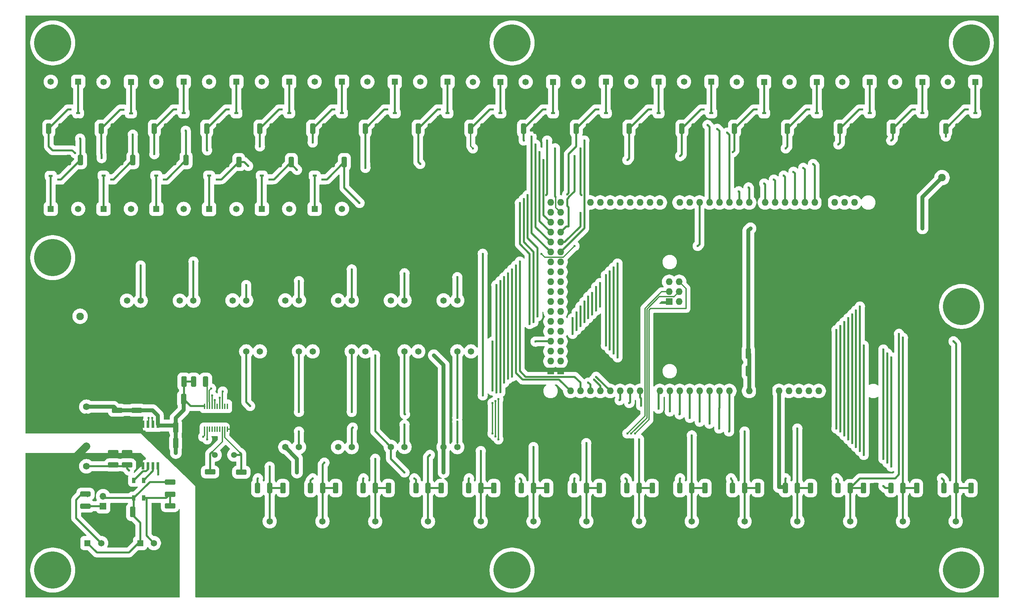
<source format=gbr>
%TF.GenerationSoftware,KiCad,Pcbnew,9.0.0*%
%TF.CreationDate,2025-04-28T14:24:40-07:00*%
%TF.ProjectId,HMI,484d492e-6b69-4636-9164-5f7063625858,rev?*%
%TF.SameCoordinates,Original*%
%TF.FileFunction,Copper,L1,Top*%
%TF.FilePolarity,Positive*%
%FSLAX46Y46*%
G04 Gerber Fmt 4.6, Leading zero omitted, Abs format (unit mm)*
G04 Created by KiCad (PCBNEW 9.0.0) date 2025-04-28 14:24:40*
%MOMM*%
%LPD*%
G01*
G04 APERTURE LIST*
G04 Aperture macros list*
%AMRoundRect*
0 Rectangle with rounded corners*
0 $1 Rounding radius*
0 $2 $3 $4 $5 $6 $7 $8 $9 X,Y pos of 4 corners*
0 Add a 4 corners polygon primitive as box body*
4,1,4,$2,$3,$4,$5,$6,$7,$8,$9,$2,$3,0*
0 Add four circle primitives for the rounded corners*
1,1,$1+$1,$2,$3*
1,1,$1+$1,$4,$5*
1,1,$1+$1,$6,$7*
1,1,$1+$1,$8,$9*
0 Add four rect primitives between the rounded corners*
20,1,$1+$1,$2,$3,$4,$5,0*
20,1,$1+$1,$4,$5,$6,$7,0*
20,1,$1+$1,$6,$7,$8,$9,0*
20,1,$1+$1,$8,$9,$2,$3,0*%
G04 Aperture macros list end*
%TA.AperFunction,SMDPad,CuDef*%
%ADD10RoundRect,0.250000X0.400000X1.075000X-0.400000X1.075000X-0.400000X-1.075000X0.400000X-1.075000X0*%
%TD*%
%TA.AperFunction,SMDPad,CuDef*%
%ADD11RoundRect,0.250000X-0.400000X-1.075000X0.400000X-1.075000X0.400000X1.075000X-0.400000X1.075000X0*%
%TD*%
%TA.AperFunction,ComponentPad*%
%ADD12R,1.650000X1.650000*%
%TD*%
%TA.AperFunction,ComponentPad*%
%ADD13C,1.650000*%
%TD*%
%TA.AperFunction,SMDPad,CuDef*%
%ADD14R,1.050000X0.600000*%
%TD*%
%TA.AperFunction,SMDPad,CuDef*%
%ADD15RoundRect,0.250000X-1.100000X0.412500X-1.100000X-0.412500X1.100000X-0.412500X1.100000X0.412500X0*%
%TD*%
%TA.AperFunction,SMDPad,CuDef*%
%ADD16RoundRect,0.250000X-0.412500X-1.100000X0.412500X-1.100000X0.412500X1.100000X-0.412500X1.100000X0*%
%TD*%
%TA.AperFunction,SMDPad,CuDef*%
%ADD17RoundRect,0.250000X1.100000X-0.412500X1.100000X0.412500X-1.100000X0.412500X-1.100000X-0.412500X0*%
%TD*%
%TA.AperFunction,ComponentPad*%
%ADD18C,9.500000*%
%TD*%
%TA.AperFunction,SMDPad,CuDef*%
%ADD19RoundRect,0.250000X0.412500X1.100000X-0.412500X1.100000X-0.412500X-1.100000X0.412500X-1.100000X0*%
%TD*%
%TA.AperFunction,SMDPad,CuDef*%
%ADD20R,0.900000X1.350000*%
%TD*%
%TA.AperFunction,SMDPad,CuDef*%
%ADD21RoundRect,0.250000X1.075000X-0.400000X1.075000X0.400000X-1.075000X0.400000X-1.075000X-0.400000X0*%
%TD*%
%TA.AperFunction,ComponentPad*%
%ADD22R,1.950000X1.950000*%
%TD*%
%TA.AperFunction,ComponentPad*%
%ADD23C,1.950000*%
%TD*%
%TA.AperFunction,ComponentPad*%
%ADD24C,1.500000*%
%TD*%
%TA.AperFunction,ComponentPad*%
%ADD25C,1.725000*%
%TD*%
%TA.AperFunction,ComponentPad*%
%ADD26R,1.700000X1.700000*%
%TD*%
%TA.AperFunction,ComponentPad*%
%ADD27O,1.700000X1.700000*%
%TD*%
%TA.AperFunction,SMDPad,CuDef*%
%ADD28R,0.450000X1.475000*%
%TD*%
%TA.AperFunction,SMDPad,CuDef*%
%ADD29R,0.650000X1.850000*%
%TD*%
%TA.AperFunction,ComponentPad*%
%ADD30O,1.727200X1.727200*%
%TD*%
%TA.AperFunction,ComponentPad*%
%ADD31R,1.727200X1.727200*%
%TD*%
%TA.AperFunction,ViaPad*%
%ADD32C,0.600000*%
%TD*%
%TA.AperFunction,Conductor*%
%ADD33C,0.500000*%
%TD*%
%TA.AperFunction,Conductor*%
%ADD34C,0.300000*%
%TD*%
%TA.AperFunction,Conductor*%
%ADD35C,1.000000*%
%TD*%
%TA.AperFunction,Conductor*%
%ADD36C,0.200000*%
%TD*%
%TA.AperFunction,Conductor*%
%ADD37C,2.000000*%
%TD*%
G04 APERTURE END LIST*
D10*
%TO.P,R23,1*%
%TO.N,D45_OUT*%
X93550000Y-63000000D03*
%TO.P,R23,2*%
%TO.N,GND*%
X90450000Y-63000000D03*
%TD*%
D11*
%TO.P,R30,1*%
%TO.N,+5V*%
X192900000Y-146500000D03*
%TO.P,R30,2*%
%TO.N,D40_IN*%
X196000000Y-146500000D03*
%TD*%
D12*
%TO.P,J33,1,1*%
%TO.N,GND*%
X179000000Y-155000000D03*
D13*
%TO.P,J33,2,2*%
%TO.N,D39_IN*%
X182500000Y-155000000D03*
%TO.P,J33,3,3*%
%TO.N,GND*%
X186000000Y-155000000D03*
%TD*%
D12*
%TO.P,J55,1,1*%
%TO.N,GND*%
X112500000Y-136000000D03*
D13*
%TO.P,J55,2,2*%
%TO.N,A1_IN*%
X109000000Y-136000000D03*
%TO.P,J55,3,3*%
%TO.N,+5V*%
X105500000Y-136000000D03*
%TD*%
D14*
%TO.P,Q8,1,G*%
%TO.N,D24_OUT*%
X171800000Y-49550000D03*
%TO.P,Q8,2,S*%
%TO.N,GND*%
X171800000Y-51450000D03*
%TO.P,Q8,3,D*%
%TO.N,D24_PWR*%
X174000000Y-50500000D03*
%TD*%
D12*
%TO.P,J10,1,1*%
%TO.N,D24_PWR*%
X174000000Y-42450000D03*
D13*
%TO.P,J10,2,2*%
%TO.N,GND*%
X170500000Y-42450000D03*
%TO.P,J10,3,3*%
%TO.N,+V_PanelLogic*%
X167000000Y-42450000D03*
%TD*%
D11*
%TO.P,R25,1*%
%TO.N,+5V*%
X260500000Y-146500000D03*
%TO.P,R25,2*%
%TO.N,D48_IN*%
X263600000Y-146500000D03*
%TD*%
D12*
%TO.P,J51,1,1*%
%TO.N,GND*%
X119000000Y-111500000D03*
D13*
%TO.P,J51,2,2*%
%TO.N,A5_IN*%
X122500000Y-111500000D03*
%TO.P,J51,3,3*%
%TO.N,+5V*%
X126000000Y-111500000D03*
%TD*%
D11*
%TO.P,R29,1*%
%TO.N,+5V*%
X206400000Y-146500000D03*
%TO.P,R29,2*%
%TO.N,D41_IN*%
X209500000Y-146500000D03*
%TD*%
%TO.P,R27,1*%
%TO.N,+5V*%
X233400000Y-146500000D03*
%TO.P,R27,2*%
%TO.N,D43_IN*%
X236500000Y-146500000D03*
%TD*%
D15*
%TO.P,C92,1*%
%TO.N,CANBUS_ISO_GND*%
X51500000Y-137437500D03*
%TO.P,C92,2*%
%TO.N,CANBUS_ISO_5V*%
X51500000Y-140562500D03*
%TD*%
D16*
%TO.P,C13,1*%
%TO.N,D35_IN*%
X131875000Y-146500000D03*
%TO.P,C13,2*%
%TO.N,GND*%
X135000000Y-146500000D03*
%TD*%
D11*
%TO.P,R5,1*%
%TO.N,D27_OUT*%
X206900000Y-54450000D03*
%TO.P,R5,2*%
%TO.N,GND*%
X210000000Y-54450000D03*
%TD*%
D12*
%TO.P,J45,1,1*%
%TO.N,GND*%
X112500000Y-98450000D03*
D13*
%TO.P,J45,2,2*%
%TO.N,A11_IN*%
X109000000Y-98450000D03*
%TO.P,J45,3,3*%
%TO.N,+5V*%
X105500000Y-98450000D03*
%TD*%
D12*
%TO.P,J41,1,1*%
%TO.N,GND*%
X58500000Y-98500000D03*
D13*
%TO.P,J41,2,2*%
%TO.N,A15_IN*%
X55000000Y-98500000D03*
%TO.P,J41,3,3*%
%TO.N,+5V*%
X51500000Y-98500000D03*
%TD*%
D17*
%TO.P,C85,1*%
%TO.N,+5V*%
X49000000Y-126562500D03*
%TO.P,C85,2*%
%TO.N,GND*%
X49000000Y-123437500D03*
%TD*%
D18*
%TO.P,H8,1,1*%
%TO.N,unconnected-(H8-Pad1)*%
X150000000Y-32500000D03*
%TD*%
D14*
%TO.P,Q13,1,G*%
%TO.N,D11_OUT*%
X104300000Y-49550000D03*
%TO.P,Q13,2,S*%
%TO.N,GND*%
X104300000Y-51450000D03*
%TO.P,Q13,3,D*%
%TO.N,D11_PWR*%
X106500000Y-50500000D03*
%TD*%
D19*
%TO.P,C90,1*%
%TO.N,GND*%
X67062500Y-135000000D03*
%TO.P,C90,2*%
%TO.N,+5V*%
X63937500Y-135000000D03*
%TD*%
D20*
%TO.P,FL1,1,1*%
%TO.N,Net-(IC1-CANH)*%
X55750000Y-144500000D03*
%TO.P,FL1,2,2*%
%TO.N,Net-(IC1-CANL)*%
X53250000Y-144500000D03*
%TO.P,FL1,3,3*%
%TO.N,CanL_External*%
X53250000Y-149050000D03*
%TO.P,FL1,4,4*%
%TO.N,CanH_External*%
X55750000Y-149050000D03*
%TD*%
D12*
%TO.P,J32,1,1*%
%TO.N,GND*%
X192500000Y-155000000D03*
D13*
%TO.P,J32,2,2*%
%TO.N,D40_IN*%
X196000000Y-155000000D03*
%TO.P,J32,3,3*%
%TO.N,GND*%
X199500000Y-155000000D03*
%TD*%
D14*
%TO.P,Q10,1,G*%
%TO.N,D22_OUT*%
X144800000Y-49550000D03*
%TO.P,Q10,2,S*%
%TO.N,GND*%
X144800000Y-51450000D03*
%TO.P,Q10,3,D*%
%TO.N,D22_PWR*%
X147000000Y-50500000D03*
%TD*%
D10*
%TO.P,R22,1*%
%TO.N,D44_OUT*%
X80100000Y-63000000D03*
%TO.P,R22,2*%
%TO.N,GND*%
X77000000Y-63000000D03*
%TD*%
D18*
%TO.P,H5,1,1*%
%TO.N,unconnected-(H5-Pad1)*%
X32500000Y-32500000D03*
%TD*%
D16*
%TO.P,C12,1*%
%TO.N,D36_IN*%
X145375000Y-146500000D03*
%TO.P,C12,2*%
%TO.N,GND*%
X148500000Y-146500000D03*
%TD*%
D12*
%TO.P,J34,1,1*%
%TO.N,GND*%
X165500000Y-155000000D03*
D13*
%TO.P,J34,2,2*%
%TO.N,D38_IN*%
X169000000Y-155000000D03*
%TO.P,J34,3,3*%
%TO.N,GND*%
X172500000Y-155000000D03*
%TD*%
D12*
%TO.P,J8,1,1*%
%TO.N,D26_PWR*%
X201000000Y-42450000D03*
D13*
%TO.P,J8,2,2*%
%TO.N,GND*%
X197500000Y-42450000D03*
%TO.P,J8,3,3*%
%TO.N,+V_PanelLogic*%
X194000000Y-42450000D03*
%TD*%
D12*
%TO.P,J13,1,1*%
%TO.N,D13_PWR*%
X133500000Y-42450000D03*
D13*
%TO.P,J13,2,2*%
%TO.N,GND*%
X130000000Y-42450000D03*
%TO.P,J13,3,3*%
%TO.N,+V_PanelLogic*%
X126500000Y-42450000D03*
%TD*%
D21*
%TO.P,R60,1*%
%TO.N,Net-(JP1-A)*%
X40885000Y-151135000D03*
%TO.P,R60,2*%
%TO.N,CanH_External*%
X40885000Y-148035000D03*
%TD*%
D11*
%TO.P,R36,1*%
%TO.N,+5V*%
X111900000Y-146500000D03*
%TO.P,R36,2*%
%TO.N,D34_IN*%
X115000000Y-146500000D03*
%TD*%
D14*
%TO.P,Q3,1,G*%
%TO.N,D29_OUT*%
X239300000Y-49550000D03*
%TO.P,Q3,2,S*%
%TO.N,GND*%
X239300000Y-51450000D03*
%TO.P,Q3,3,D*%
%TO.N,D29_PWR*%
X241500000Y-50500000D03*
%TD*%
D11*
%TO.P,R34,1*%
%TO.N,+5V*%
X138900000Y-146500000D03*
%TO.P,R34,2*%
%TO.N,D36_IN*%
X142000000Y-146500000D03*
%TD*%
%TO.P,R35,1*%
%TO.N,+5V*%
X125400000Y-146500000D03*
%TO.P,R35,2*%
%TO.N,D35_IN*%
X128500000Y-146500000D03*
%TD*%
D12*
%TO.P,J31,1,1*%
%TO.N,GND*%
X206000000Y-155050000D03*
D13*
%TO.P,J31,2,2*%
%TO.N,D41_IN*%
X209500000Y-155050000D03*
%TO.P,J31,3,3*%
%TO.N,GND*%
X213000000Y-155050000D03*
%TD*%
D12*
%TO.P,J57,1,1*%
%TO.N,CanL_External*%
X41385000Y-160585000D03*
D13*
%TO.P,J57,2,2*%
%TO.N,CanH_External*%
X44885000Y-160585000D03*
%TO.P,J57,3,3*%
%TO.N,CANBUS_ISO_GND*%
X48385000Y-160585000D03*
%TD*%
D11*
%TO.P,R15,1*%
%TO.N,D9_OUT*%
X71900000Y-54450000D03*
%TO.P,R15,2*%
%TO.N,GND*%
X75000000Y-54450000D03*
%TD*%
%TO.P,R37,1*%
%TO.N,+5V*%
X98450000Y-146500000D03*
%TO.P,R37,2*%
%TO.N,D33_IN*%
X101550000Y-146500000D03*
%TD*%
D16*
%TO.P,C2,1*%
%TO.N,+12V*%
X210437500Y-112000000D03*
%TO.P,C2,2*%
%TO.N,GND*%
X213562500Y-112000000D03*
%TD*%
D19*
%TO.P,C65,1*%
%TO.N,+5V*%
X66000000Y-123750000D03*
%TO.P,C65,2*%
%TO.N,GND*%
X62875000Y-123750000D03*
%TD*%
D11*
%TO.P,R3,1*%
%TO.N,D29_OUT*%
X233900000Y-54450000D03*
%TO.P,R3,2*%
%TO.N,GND*%
X237000000Y-54450000D03*
%TD*%
D12*
%TO.P,J47,1,1*%
%TO.N,GND*%
X85500000Y-98450000D03*
D13*
%TO.P,J47,2,2*%
%TO.N,A9_IN*%
X82000000Y-98450000D03*
%TO.P,J47,3,3*%
%TO.N,+5V*%
X78500000Y-98450000D03*
%TD*%
D12*
%TO.P,J18,1,1*%
%TO.N,D8_PWR*%
X66000000Y-42450000D03*
D13*
%TO.P,J18,2,2*%
%TO.N,GND*%
X62500000Y-42450000D03*
%TO.P,J18,3,3*%
%TO.N,+V_PanelLogic*%
X59000000Y-42450000D03*
%TD*%
D16*
%TO.P,C3,1*%
%TO.N,D48_IN*%
X267437500Y-146500000D03*
%TO.P,C3,2*%
%TO.N,GND*%
X270562500Y-146500000D03*
%TD*%
D11*
%TO.P,R2,1*%
%TO.N,D30_OUT*%
X247450000Y-54450000D03*
%TO.P,R2,2*%
%TO.N,GND*%
X250550000Y-54450000D03*
%TD*%
D17*
%TO.P,C86,1*%
%TO.N,+5V*%
X54000000Y-126562500D03*
%TO.P,C86,2*%
%TO.N,GND*%
X54000000Y-123437500D03*
%TD*%
D16*
%TO.P,C4,1*%
%TO.N,D47_IN*%
X253500000Y-146500000D03*
%TO.P,C4,2*%
%TO.N,GND*%
X256625000Y-146500000D03*
%TD*%
D12*
%TO.P,J35,1,1*%
%TO.N,GND*%
X152000000Y-155050000D03*
D13*
%TO.P,J35,2,2*%
%TO.N,D37_IN*%
X155500000Y-155050000D03*
%TO.P,J35,3,3*%
%TO.N,GND*%
X159000000Y-155050000D03*
%TD*%
D14*
%TO.P,Q2,1,G*%
%TO.N,D30_OUT*%
X252800000Y-49550000D03*
%TO.P,Q2,2,S*%
%TO.N,GND*%
X252800000Y-51450000D03*
%TO.P,Q2,3,D*%
%TO.N,D30_PWR*%
X255000000Y-50500000D03*
%TD*%
D12*
%TO.P,J12,1,1*%
%TO.N,D22_PWR*%
X147000000Y-42500000D03*
D13*
%TO.P,J12,2,2*%
%TO.N,GND*%
X143500000Y-42500000D03*
%TO.P,J12,3,3*%
%TO.N,+V_PanelLogic*%
X140000000Y-42500000D03*
%TD*%
D12*
%TO.P,J5,1,1*%
%TO.N,D29_PWR*%
X241500000Y-42500000D03*
D13*
%TO.P,J5,2,2*%
%TO.N,GND*%
X238000000Y-42500000D03*
%TO.P,J5,3,3*%
%TO.N,+V_PanelLogic*%
X234500000Y-42500000D03*
%TD*%
D16*
%TO.P,C8,1*%
%TO.N,D40_IN*%
X199375000Y-146500000D03*
%TO.P,C8,2*%
%TO.N,GND*%
X202500000Y-146500000D03*
%TD*%
D11*
%TO.P,R7,1*%
%TO.N,D25_OUT*%
X179950000Y-54450000D03*
%TO.P,R7,2*%
%TO.N,GND*%
X183050000Y-54450000D03*
%TD*%
D14*
%TO.P,Q15,1,G*%
%TO.N,D9_OUT*%
X77300000Y-49550000D03*
%TO.P,Q15,2,S*%
%TO.N,GND*%
X77300000Y-51450000D03*
%TO.P,Q15,3,D*%
%TO.N,D9_PWR*%
X79500000Y-50500000D03*
%TD*%
D12*
%TO.P,J44,1,1*%
%TO.N,GND*%
X126000000Y-98450000D03*
D13*
%TO.P,J44,2,2*%
%TO.N,A12_IN*%
X122500000Y-98450000D03*
%TO.P,J44,3,3*%
%TO.N,+5V*%
X119000000Y-98450000D03*
%TD*%
D14*
%TO.P,Q18,1,G*%
%TO.N,D6_OUT*%
X36800000Y-49550000D03*
%TO.P,Q18,2,S*%
%TO.N,GND*%
X36800000Y-51450000D03*
%TO.P,Q18,3,D*%
%TO.N,D6_PWR*%
X39000000Y-50500000D03*
%TD*%
%TO.P,Q19,1,G*%
%TO.N,D5_OUT*%
X34200000Y-67500000D03*
%TO.P,Q19,2,S*%
%TO.N,GND*%
X34200000Y-65600000D03*
%TO.P,Q19,3,D*%
%TO.N,D5_PWR*%
X32000000Y-66550000D03*
%TD*%
D11*
%TO.P,R28,1*%
%TO.N,+5V*%
X219900000Y-146500000D03*
%TO.P,R28,2*%
%TO.N,D42_IN*%
X223000000Y-146500000D03*
%TD*%
D12*
%TO.P,J36,1,1*%
%TO.N,GND*%
X138500000Y-155050000D03*
D13*
%TO.P,J36,2,2*%
%TO.N,D36_IN*%
X142000000Y-155050000D03*
%TO.P,J36,3,3*%
%TO.N,GND*%
X145500000Y-155050000D03*
%TD*%
D12*
%TO.P,J27,1,1*%
%TO.N,GND*%
X260000000Y-155000000D03*
D13*
%TO.P,J27,2,2*%
%TO.N,D48_IN*%
X263500000Y-155000000D03*
%TO.P,J27,3,3*%
%TO.N,GND*%
X267000000Y-155000000D03*
%TD*%
D12*
%TO.P,J28,1,1*%
%TO.N,GND*%
X246500000Y-155000000D03*
D13*
%TO.P,J28,2,2*%
%TO.N,D47_IN*%
X250000000Y-155000000D03*
%TO.P,J28,3,3*%
%TO.N,GND*%
X253500000Y-155000000D03*
%TD*%
D14*
%TO.P,Q7,1,G*%
%TO.N,D25_OUT*%
X185300000Y-49550000D03*
%TO.P,Q7,2,S*%
%TO.N,GND*%
X185300000Y-51450000D03*
%TO.P,Q7,3,D*%
%TO.N,D25_PWR*%
X187500000Y-50500000D03*
%TD*%
D12*
%TO.P,J43,1,1*%
%TO.N,GND*%
X139500000Y-98450000D03*
D13*
%TO.P,J43,2,2*%
%TO.N,A13_IN*%
X136000000Y-98450000D03*
%TO.P,J43,3,3*%
%TO.N,+5V*%
X132500000Y-98450000D03*
%TD*%
D12*
%TO.P,J7,1,1*%
%TO.N,D27_PWR*%
X214500000Y-42500000D03*
D13*
%TO.P,J7,2,2*%
%TO.N,GND*%
X211000000Y-42500000D03*
%TO.P,J7,3,3*%
%TO.N,+V_PanelLogic*%
X207500000Y-42500000D03*
%TD*%
D14*
%TO.P,Q11,1,G*%
%TO.N,D13_OUT*%
X131300000Y-49550000D03*
%TO.P,Q11,2,S*%
%TO.N,GND*%
X131300000Y-51450000D03*
%TO.P,Q11,3,D*%
%TO.N,D13_PWR*%
X133500000Y-50500000D03*
%TD*%
D11*
%TO.P,R4,1*%
%TO.N,D28_OUT*%
X220450000Y-54450000D03*
%TO.P,R4,2*%
%TO.N,GND*%
X223550000Y-54450000D03*
%TD*%
D14*
%TO.P,Q12,1,G*%
%TO.N,D12_OUT*%
X117800000Y-49550000D03*
%TO.P,Q12,2,S*%
%TO.N,GND*%
X117800000Y-51450000D03*
%TO.P,Q12,3,D*%
%TO.N,D12_PWR*%
X120000000Y-50500000D03*
%TD*%
D17*
%TO.P,C91,1*%
%TO.N,CANBUS_ISO_5V*%
X48000000Y-140562500D03*
%TO.P,C91,2*%
%TO.N,CANBUS_ISO_GND*%
X48000000Y-137437500D03*
%TD*%
D22*
%TO.P,J2,1,1*%
%TO.N,GND*%
X260000000Y-62000000D03*
D23*
%TO.P,J2,2,2*%
%TO.N,+12V*%
X260000000Y-67000000D03*
%TD*%
D11*
%TO.P,R33,1*%
%TO.N,+5V*%
X152400000Y-146500000D03*
%TO.P,R33,2*%
%TO.N,D37_IN*%
X155500000Y-146500000D03*
%TD*%
D12*
%TO.P,J11,1,1*%
%TO.N,D23_PWR*%
X160500000Y-42500000D03*
D13*
%TO.P,J11,2,2*%
%TO.N,GND*%
X157000000Y-42500000D03*
%TO.P,J11,3,3*%
%TO.N,+V_PanelLogic*%
X153500000Y-42500000D03*
%TD*%
D11*
%TO.P,R8,1*%
%TO.N,D24_OUT*%
X166450000Y-54450000D03*
%TO.P,R8,2*%
%TO.N,GND*%
X169550000Y-54450000D03*
%TD*%
D12*
%TO.P,J16,1,1*%
%TO.N,D10_PWR*%
X93000000Y-42450000D03*
D13*
%TO.P,J16,2,2*%
%TO.N,GND*%
X89500000Y-42450000D03*
%TO.P,J16,3,3*%
%TO.N,+V_PanelLogic*%
X86000000Y-42450000D03*
%TD*%
D12*
%TO.P,J15,1,1*%
%TO.N,D11_PWR*%
X106500000Y-42450000D03*
D13*
%TO.P,J15,2,2*%
%TO.N,GND*%
X103000000Y-42450000D03*
%TO.P,J15,3,3*%
%TO.N,+V_PanelLogic*%
X99500000Y-42450000D03*
%TD*%
D24*
%TO.P,Y1,1,1*%
%TO.N,Net-(IC6-OSC2)*%
X74000000Y-138000000D03*
%TO.P,Y1,2,2*%
%TO.N,Net-(IC6-OSC1)*%
X78880000Y-138000000D03*
%TD*%
D14*
%TO.P,Q1,1,G*%
%TO.N,D31_OUT*%
X266300000Y-49550000D03*
%TO.P,Q1,2,S*%
%TO.N,GND*%
X266300000Y-51450000D03*
%TO.P,Q1,3,D*%
%TO.N,D31_PWR*%
X268500000Y-50500000D03*
%TD*%
D16*
%TO.P,C14,1*%
%TO.N,D34_IN*%
X118375000Y-146500000D03*
%TO.P,C14,2*%
%TO.N,GND*%
X121500000Y-146500000D03*
%TD*%
D11*
%TO.P,R1,1*%
%TO.N,D31_OUT*%
X260950000Y-54450000D03*
%TO.P,R1,2*%
%TO.N,GND*%
X264050000Y-54450000D03*
%TD*%
D14*
%TO.P,Q4,1,G*%
%TO.N,D28_OUT*%
X225800000Y-49550000D03*
%TO.P,Q4,2,S*%
%TO.N,GND*%
X225800000Y-51450000D03*
%TO.P,Q4,3,D*%
%TO.N,D28_PWR*%
X228000000Y-50500000D03*
%TD*%
D12*
%TO.P,J29,1,1*%
%TO.N,GND*%
X233000000Y-155000000D03*
D13*
%TO.P,J29,2,2*%
%TO.N,D43_IN*%
X236500000Y-155000000D03*
%TO.P,J29,3,3*%
%TO.N,GND*%
X240000000Y-155000000D03*
%TD*%
D15*
%TO.P,C68,1*%
%TO.N,Net-(IC6-OSC2)*%
X72750000Y-142375000D03*
%TO.P,C68,2*%
%TO.N,GND*%
X72750000Y-145500000D03*
%TD*%
D12*
%TO.P,J50,1,1*%
%TO.N,GND*%
X105500000Y-111500000D03*
D13*
%TO.P,J50,2,2*%
%TO.N,A6_IN*%
X109000000Y-111500000D03*
%TO.P,J50,3,3*%
%TO.N,+5V*%
X112500000Y-111500000D03*
%TD*%
D25*
%TO.P,PS1,1,+VIN*%
%TO.N,+5V*%
X41115000Y-125675000D03*
%TO.P,PS1,2,-VIN*%
%TO.N,GND*%
X41115000Y-128215000D03*
%TO.P,PS1,5,-VOUT*%
%TO.N,CANBUS_ISO_GND*%
X41115000Y-135835000D03*
%TO.P,PS1,7,+VOUT*%
%TO.N,CANBUS_ISO_5V*%
X41115000Y-140915000D03*
%TD*%
D12*
%TO.P,J19,1,1*%
%TO.N,D7_PWR*%
X52500000Y-42500000D03*
D13*
%TO.P,J19,2,2*%
%TO.N,GND*%
X49000000Y-42500000D03*
%TO.P,J19,3,3*%
%TO.N,+V_PanelLogic*%
X45500000Y-42500000D03*
%TD*%
D18*
%TO.P,H3,1,1*%
%TO.N,unconnected-(H3-Pad1)*%
X265000000Y-100000000D03*
%TD*%
D16*
%TO.P,C89,1*%
%TO.N,+5V*%
X63937500Y-131000000D03*
%TO.P,C89,2*%
%TO.N,GND*%
X67062500Y-131000000D03*
%TD*%
D12*
%TO.P,J40,1,1*%
%TO.N,GND*%
X84500000Y-155000000D03*
D13*
%TO.P,J40,2,2*%
%TO.N,D32_IN*%
X88000000Y-155000000D03*
%TO.P,J40,3,3*%
%TO.N,GND*%
X91500000Y-155000000D03*
%TD*%
D14*
%TO.P,Q9,1,G*%
%TO.N,D23_OUT*%
X158300000Y-49550000D03*
%TO.P,Q9,2,S*%
%TO.N,GND*%
X158300000Y-51450000D03*
%TO.P,Q9,3,D*%
%TO.N,D23_PWR*%
X160500000Y-50500000D03*
%TD*%
D26*
%TO.P,JP1,1,A*%
%TO.N,Net-(JP1-A)*%
X45385000Y-151125000D03*
D27*
%TO.P,JP1,2,B*%
%TO.N,CanL_External*%
X45385000Y-148585000D03*
%TD*%
D12*
%TO.P,J42,1,1*%
%TO.N,GND*%
X72000000Y-98500000D03*
D13*
%TO.P,J42,2,2*%
%TO.N,A14_IN*%
X68500000Y-98500000D03*
%TO.P,J42,3,3*%
%TO.N,+5V*%
X65000000Y-98500000D03*
%TD*%
D16*
%TO.P,C15,1*%
%TO.N,D33_IN*%
X104875000Y-146500000D03*
%TO.P,C15,2*%
%TO.N,GND*%
X108000000Y-146500000D03*
%TD*%
D10*
%TO.P,R19,1*%
%TO.N,D5_OUT*%
X39600000Y-62500000D03*
%TO.P,R19,2*%
%TO.N,GND*%
X36500000Y-62500000D03*
%TD*%
D12*
%TO.P,J52,1,1*%
%TO.N,GND*%
X132500000Y-111500000D03*
D13*
%TO.P,J52,2,2*%
%TO.N,A4_IN*%
X136000000Y-111500000D03*
%TO.P,J52,3,3*%
%TO.N,+5V*%
X139500000Y-111500000D03*
%TD*%
D11*
%TO.P,R17,1*%
%TO.N,D7_OUT*%
X44900000Y-54450000D03*
%TO.P,R17,2*%
%TO.N,GND*%
X48000000Y-54450000D03*
%TD*%
D14*
%TO.P,Q17,1,G*%
%TO.N,D7_OUT*%
X50300000Y-49600000D03*
%TO.P,Q17,2,S*%
%TO.N,GND*%
X50300000Y-51500000D03*
%TO.P,Q17,3,D*%
%TO.N,D7_PWR*%
X52500000Y-50550000D03*
%TD*%
%TO.P,Q6,1,G*%
%TO.N,D26_OUT*%
X198800000Y-49550000D03*
%TO.P,Q6,2,S*%
%TO.N,GND*%
X198800000Y-51450000D03*
%TO.P,Q6,3,D*%
%TO.N,D26_PWR*%
X201000000Y-50500000D03*
%TD*%
D12*
%TO.P,J4,1,1*%
%TO.N,D30_PWR*%
X255000000Y-42500000D03*
D13*
%TO.P,J4,2,2*%
%TO.N,GND*%
X251500000Y-42500000D03*
%TO.P,J4,3,3*%
%TO.N,+V_PanelLogic*%
X248000000Y-42500000D03*
%TD*%
D12*
%TO.P,J56,1,1*%
%TO.N,GND*%
X99000000Y-136000000D03*
D13*
%TO.P,J56,2,2*%
%TO.N,A0_IN*%
X95500000Y-136000000D03*
%TO.P,J56,3,3*%
%TO.N,+5V*%
X92000000Y-136000000D03*
%TD*%
D18*
%TO.P,H7,1,1*%
%TO.N,unconnected-(H7-Pad1)*%
X32500000Y-87500000D03*
%TD*%
D12*
%TO.P,J38,1,1*%
%TO.N,GND*%
X111500000Y-155050000D03*
D13*
%TO.P,J38,2,2*%
%TO.N,D34_IN*%
X115000000Y-155050000D03*
%TO.P,J38,3,3*%
%TO.N,GND*%
X118500000Y-155050000D03*
%TD*%
D16*
%TO.P,C9,1*%
%TO.N,D39_IN*%
X185875000Y-146500000D03*
%TO.P,C9,2*%
%TO.N,GND*%
X189000000Y-146500000D03*
%TD*%
D28*
%TO.P,IC6,1,TXCAN*%
%TO.N,Net-(IC1-TXD)*%
X71325000Y-131438000D03*
%TO.P,IC6,2,RXCAN*%
%TO.N,Net-(IC1-RXD)*%
X71975000Y-131438000D03*
%TO.P,IC6,3,CLKOUT/SOF*%
%TO.N,unconnected-(IC6-CLKOUT{slash}SOF-Pad3)*%
X72625000Y-131438000D03*
%TO.P,IC6,4,~{TX0RTS}*%
%TO.N,unconnected-(IC6-~{TX0RTS}-Pad4)*%
X73275000Y-131438000D03*
%TO.P,IC6,5,~{TX1RTS}*%
%TO.N,unconnected-(IC6-~{TX1RTS}-Pad5)*%
X73925000Y-131438000D03*
%TO.P,IC6,6,NC_1*%
%TO.N,unconnected-(IC6-NC_1-Pad6)*%
X74575000Y-131438000D03*
%TO.P,IC6,7,~{TX2RTS}*%
%TO.N,unconnected-(IC6-~{TX2RTS}-Pad7)*%
X75225000Y-131438000D03*
%TO.P,IC6,8,OSC2*%
%TO.N,Net-(IC6-OSC2)*%
X75875000Y-131438000D03*
%TO.P,IC6,9,OSC1*%
%TO.N,Net-(IC6-OSC1)*%
X76525000Y-131438000D03*
%TO.P,IC6,10,VSS*%
%TO.N,GND*%
X77175000Y-131438000D03*
%TO.P,IC6,11,~{RX1BF}*%
%TO.N,unconnected-(IC6-~{RX1BF}-Pad11)*%
X77175000Y-125562000D03*
%TO.P,IC6,12,~{RX0BF}*%
%TO.N,unconnected-(IC6-~{RX0BF}-Pad12)*%
X76525000Y-125562000D03*
%TO.P,IC6,13,~{INT}*%
%TO.N,CAN_INT*%
X75875000Y-125562000D03*
%TO.P,IC6,14,SCK*%
%TO.N,CAN_SCK*%
X75225000Y-125562000D03*
%TO.P,IC6,15,NC_2*%
%TO.N,unconnected-(IC6-NC_2-Pad15)*%
X74575000Y-125562000D03*
%TO.P,IC6,16,SI*%
%TO.N,CAN_SI*%
X73925000Y-125562000D03*
%TO.P,IC6,17,SO*%
%TO.N,CAN_SO*%
X73275000Y-125562000D03*
%TO.P,IC6,18,~{CS}*%
%TO.N,CAN_CS*%
X72625000Y-125562000D03*
%TO.P,IC6,19,~{RESET}*%
%TO.N,Net-(IC6-~{RESET})*%
X71975000Y-125562000D03*
%TO.P,IC6,20,VDD*%
%TO.N,+5V*%
X71325000Y-125562000D03*
%TD*%
D14*
%TO.P,Q16,1,G*%
%TO.N,D8_OUT*%
X63800000Y-49550000D03*
%TO.P,Q16,2,S*%
%TO.N,GND*%
X63800000Y-51450000D03*
%TO.P,Q16,3,D*%
%TO.N,D8_PWR*%
X66000000Y-50500000D03*
%TD*%
D15*
%TO.P,C67,1*%
%TO.N,Net-(IC6-OSC1)*%
X80750000Y-142437500D03*
%TO.P,C67,2*%
%TO.N,GND*%
X80750000Y-145562500D03*
%TD*%
D11*
%TO.P,R6,1*%
%TO.N,D26_OUT*%
X193450000Y-54450000D03*
%TO.P,R6,2*%
%TO.N,GND*%
X196550000Y-54450000D03*
%TD*%
D12*
%TO.P,J20,1,1*%
%TO.N,D6_PWR*%
X39000000Y-42450000D03*
D13*
%TO.P,J20,2,2*%
%TO.N,GND*%
X35500000Y-42450000D03*
%TO.P,J20,3,3*%
%TO.N,+V_PanelLogic*%
X32000000Y-42450000D03*
%TD*%
D14*
%TO.P,Q22,1,G*%
%TO.N,D44_OUT*%
X74700000Y-67450000D03*
%TO.P,Q22,2,S*%
%TO.N,GND*%
X74700000Y-65550000D03*
%TO.P,Q22,3,D*%
%TO.N,D44_PWR*%
X72500000Y-66500000D03*
%TD*%
D18*
%TO.P,H6,1,1*%
%TO.N,unconnected-(H6-Pad1)*%
X265000000Y-167500000D03*
%TD*%
%TO.P,H1,1,1*%
%TO.N,unconnected-(H1-Pad1)*%
X150000000Y-167500000D03*
%TD*%
D12*
%TO.P,J17,1,1*%
%TO.N,D9_PWR*%
X79500000Y-42450000D03*
D13*
%TO.P,J17,2,2*%
%TO.N,GND*%
X76000000Y-42450000D03*
%TO.P,J17,3,3*%
%TO.N,+V_PanelLogic*%
X72500000Y-42450000D03*
%TD*%
D29*
%TO.P,IC1,1,VCC1*%
%TO.N,+5V*%
X59405000Y-130175000D03*
%TO.P,IC1,2,TXD*%
%TO.N,Net-(IC1-TXD)*%
X58135000Y-130175000D03*
%TO.P,IC1,3,RXD*%
%TO.N,Net-(IC1-RXD)*%
X56865000Y-130175000D03*
%TO.P,IC1,4,GND1*%
%TO.N,GND*%
X55595000Y-130175000D03*
%TO.P,IC1,5,GND2*%
%TO.N,CANBUS_ISO_GND*%
X55595000Y-140825000D03*
%TO.P,IC1,6,CANL*%
%TO.N,Net-(IC1-CANL)*%
X56865000Y-140825000D03*
%TO.P,IC1,7,CANH*%
%TO.N,Net-(IC1-CANH)*%
X58135000Y-140825000D03*
%TO.P,IC1,8,VCC2*%
%TO.N,CANBUS_ISO_5V*%
X59405000Y-140825000D03*
%TD*%
D14*
%TO.P,Q5,1,G*%
%TO.N,D27_OUT*%
X212300000Y-49550000D03*
%TO.P,Q5,2,S*%
%TO.N,GND*%
X212300000Y-51450000D03*
%TO.P,Q5,3,D*%
%TO.N,D27_PWR*%
X214500000Y-50500000D03*
%TD*%
D16*
%TO.P,C16,1*%
%TO.N,D32_IN*%
X91375000Y-146500000D03*
%TO.P,C16,2*%
%TO.N,GND*%
X94500000Y-146500000D03*
%TD*%
D12*
%TO.P,J6,1,1*%
%TO.N,D28_PWR*%
X228000000Y-42500000D03*
D13*
%TO.P,J6,2,2*%
%TO.N,GND*%
X224500000Y-42500000D03*
%TO.P,J6,3,3*%
%TO.N,+V_PanelLogic*%
X221000000Y-42500000D03*
%TD*%
D12*
%TO.P,J30,1,1*%
%TO.N,GND*%
X219500000Y-155000000D03*
D13*
%TO.P,J30,2,2*%
%TO.N,D42_IN*%
X223000000Y-155000000D03*
%TO.P,J30,3,3*%
%TO.N,GND*%
X226500000Y-155000000D03*
%TD*%
D11*
%TO.P,R14,1*%
%TO.N,D10_OUT*%
X85500000Y-54450000D03*
%TO.P,R14,2*%
%TO.N,GND*%
X88600000Y-54450000D03*
%TD*%
D12*
%TO.P,J46,1,1*%
%TO.N,GND*%
X99000000Y-98450000D03*
D13*
%TO.P,J46,2,2*%
%TO.N,A10_IN*%
X95500000Y-98450000D03*
%TO.P,J46,3,3*%
%TO.N,+5V*%
X92000000Y-98450000D03*
%TD*%
D12*
%TO.P,J14,1,1*%
%TO.N,D12_PWR*%
X120000000Y-42450000D03*
D13*
%TO.P,J14,2,2*%
%TO.N,GND*%
X116500000Y-42450000D03*
%TO.P,J14,3,3*%
%TO.N,+V_PanelLogic*%
X113000000Y-42450000D03*
%TD*%
D14*
%TO.P,Q21,1,G*%
%TO.N,D3_OUT*%
X61200000Y-67450000D03*
%TO.P,Q21,2,S*%
%TO.N,GND*%
X61200000Y-65550000D03*
%TO.P,Q21,3,D*%
%TO.N,D3_PWR*%
X59000000Y-66500000D03*
%TD*%
%TO.P,Q24,1,G*%
%TO.N,D46_OUT*%
X101700000Y-67450000D03*
%TO.P,Q24,2,S*%
%TO.N,GND*%
X101700000Y-65550000D03*
%TO.P,Q24,3,D*%
%TO.N,D46_PWR*%
X99500000Y-66500000D03*
%TD*%
%TO.P,Q20,1,G*%
%TO.N,D4_OUT*%
X47700000Y-67450000D03*
%TO.P,Q20,2,S*%
%TO.N,GND*%
X47700000Y-65550000D03*
%TO.P,Q20,3,D*%
%TO.N,D4_PWR*%
X45500000Y-66500000D03*
%TD*%
D11*
%TO.P,R13,1*%
%TO.N,D11_OUT*%
X99000000Y-54450000D03*
%TO.P,R13,2*%
%TO.N,GND*%
X102100000Y-54450000D03*
%TD*%
D16*
%TO.P,C6,1*%
%TO.N,D42_IN*%
X226375000Y-146500000D03*
%TO.P,C6,2*%
%TO.N,GND*%
X229500000Y-146500000D03*
%TD*%
%TO.P,C11,1*%
%TO.N,D37_IN*%
X158875000Y-146500000D03*
%TO.P,C11,2*%
%TO.N,GND*%
X162000000Y-146500000D03*
%TD*%
D18*
%TO.P,H4,1,1*%
%TO.N,unconnected-(H4-Pad1)*%
X267500000Y-32500000D03*
%TD*%
D12*
%TO.P,J24,1,1*%
%TO.N,D44_PWR*%
X72500000Y-75050000D03*
D13*
%TO.P,J24,2,2*%
%TO.N,GND*%
X76000000Y-75050000D03*
%TO.P,J24,3,3*%
%TO.N,+V_PanelLogic*%
X79500000Y-75050000D03*
%TD*%
D12*
%TO.P,J49,1,1*%
%TO.N,GND*%
X92000000Y-111500000D03*
D13*
%TO.P,J49,2,2*%
%TO.N,A7_IN*%
X95500000Y-111500000D03*
%TO.P,J49,3,3*%
%TO.N,+5V*%
X99000000Y-111500000D03*
%TD*%
D12*
%TO.P,J9,1,1*%
%TO.N,D25_PWR*%
X187500000Y-42450000D03*
D13*
%TO.P,J9,2,2*%
%TO.N,GND*%
X184000000Y-42450000D03*
%TO.P,J9,3,3*%
%TO.N,+V_PanelLogic*%
X180500000Y-42450000D03*
%TD*%
D11*
%TO.P,R16,1*%
%TO.N,D8_OUT*%
X58500000Y-54450000D03*
%TO.P,R16,2*%
%TO.N,GND*%
X61600000Y-54450000D03*
%TD*%
%TO.P,R32,1*%
%TO.N,+5V*%
X165900000Y-146500000D03*
%TO.P,R32,2*%
%TO.N,D38_IN*%
X169000000Y-146500000D03*
%TD*%
D18*
%TO.P,H2,1,1*%
%TO.N,unconnected-(H2-Pad1)*%
X32500000Y-167500000D03*
%TD*%
D10*
%TO.P,R24,1*%
%TO.N,D46_OUT*%
X107100000Y-63000000D03*
%TO.P,R24,2*%
%TO.N,GND*%
X104000000Y-63000000D03*
%TD*%
D12*
%TO.P,J53,1,1*%
%TO.N,GND*%
X139500000Y-136000000D03*
D13*
%TO.P,J53,2,2*%
%TO.N,A3_IN*%
X136000000Y-136000000D03*
%TO.P,J53,3,3*%
%TO.N,+5V*%
X132500000Y-136000000D03*
%TD*%
D11*
%TO.P,R31,1*%
%TO.N,+5V*%
X179400000Y-146500000D03*
%TO.P,R31,2*%
%TO.N,D39_IN*%
X182500000Y-146500000D03*
%TD*%
D16*
%TO.P,C5,1*%
%TO.N,D43_IN*%
X239875000Y-146500000D03*
%TO.P,C5,2*%
%TO.N,GND*%
X243000000Y-146500000D03*
%TD*%
D11*
%TO.P,R18,1*%
%TO.N,D6_OUT*%
X31500000Y-54450000D03*
%TO.P,R18,2*%
%TO.N,GND*%
X34600000Y-54450000D03*
%TD*%
%TO.P,R12,1*%
%TO.N,D12_OUT*%
X112450000Y-54450000D03*
%TO.P,R12,2*%
%TO.N,GND*%
X115550000Y-54450000D03*
%TD*%
D12*
%TO.P,J23,1,1*%
%TO.N,D3_PWR*%
X59000000Y-75000000D03*
D13*
%TO.P,J23,2,2*%
%TO.N,GND*%
X62500000Y-75000000D03*
%TO.P,J23,3,3*%
%TO.N,+V_PanelLogic*%
X66000000Y-75000000D03*
%TD*%
D19*
%TO.P,C66,1*%
%TO.N,+5V*%
X66062500Y-119250000D03*
%TO.P,C66,2*%
%TO.N,GND*%
X62937500Y-119250000D03*
%TD*%
D10*
%TO.P,R59,1*%
%TO.N,Net-(IC6-~{RESET})*%
X71612500Y-119250000D03*
%TO.P,R59,2*%
%TO.N,+5V*%
X68512500Y-119250000D03*
%TD*%
D12*
%TO.P,J37,1,1*%
%TO.N,GND*%
X125000000Y-155050000D03*
D13*
%TO.P,J37,2,2*%
%TO.N,D35_IN*%
X128500000Y-155050000D03*
%TO.P,J37,3,3*%
%TO.N,GND*%
X132000000Y-155050000D03*
%TD*%
D17*
%TO.P,C95,1*%
%TO.N,CanH_External*%
X62500000Y-148085000D03*
%TO.P,C95,2*%
%TO.N,CanL_External*%
X62500000Y-144960000D03*
%TD*%
D10*
%TO.P,R20,1*%
%TO.N,D4_OUT*%
X53000000Y-62500000D03*
%TO.P,R20,2*%
%TO.N,GND*%
X49900000Y-62500000D03*
%TD*%
D11*
%TO.P,R11,1*%
%TO.N,D13_OUT*%
X126000000Y-54450000D03*
%TO.P,R11,2*%
%TO.N,GND*%
X129100000Y-54450000D03*
%TD*%
D12*
%TO.P,J3,1,1*%
%TO.N,D31_PWR*%
X268500000Y-42500000D03*
D13*
%TO.P,J3,2,2*%
%TO.N,GND*%
X265000000Y-42500000D03*
%TO.P,J3,3,3*%
%TO.N,+V_PanelLogic*%
X261500000Y-42500000D03*
%TD*%
D16*
%TO.P,C1,1*%
%TO.N,+12V*%
X210437500Y-116500000D03*
%TO.P,C1,2*%
%TO.N,GND*%
X213562500Y-116500000D03*
%TD*%
D11*
%TO.P,R26,1*%
%TO.N,+5V*%
X246900000Y-146500000D03*
%TO.P,R26,2*%
%TO.N,D47_IN*%
X250000000Y-146500000D03*
%TD*%
D12*
%TO.P,J21,1,1*%
%TO.N,D5_PWR*%
X32000000Y-75000000D03*
D13*
%TO.P,J21,2,2*%
%TO.N,GND*%
X35500000Y-75000000D03*
%TO.P,J21,3,3*%
%TO.N,+V_PanelLogic*%
X39000000Y-75000000D03*
%TD*%
D16*
%TO.P,C10,1*%
%TO.N,D38_IN*%
X172375000Y-146500000D03*
%TO.P,C10,2*%
%TO.N,GND*%
X175500000Y-146500000D03*
%TD*%
D12*
%TO.P,J54,1,1*%
%TO.N,GND*%
X126000000Y-135950000D03*
D13*
%TO.P,J54,2,2*%
%TO.N,A2_IN*%
X122500000Y-135950000D03*
%TO.P,J54,3,3*%
%TO.N,+5V*%
X119000000Y-135950000D03*
%TD*%
D12*
%TO.P,J58,1,1*%
%TO.N,CanL_External*%
X54885000Y-160585000D03*
D13*
%TO.P,J58,2,2*%
%TO.N,CanH_External*%
X58385000Y-160585000D03*
%TO.P,J58,3,3*%
%TO.N,CANBUS_ISO_GND*%
X61885000Y-160585000D03*
%TD*%
D12*
%TO.P,J26,1,1*%
%TO.N,D46_PWR*%
X99500000Y-75000000D03*
D13*
%TO.P,J26,2,2*%
%TO.N,GND*%
X103000000Y-75000000D03*
%TO.P,J26,3,3*%
%TO.N,+V_PanelLogic*%
X106500000Y-75000000D03*
%TD*%
D17*
%TO.P,C93,1*%
%TO.N,CANBUS_ISO_GND*%
X62500000Y-154147500D03*
%TO.P,C93,2*%
%TO.N,CanH_External*%
X62500000Y-151022500D03*
%TD*%
D19*
%TO.P,C94,1*%
%TO.N,CanL_External*%
X52947500Y-152585000D03*
%TO.P,C94,2*%
%TO.N,CANBUS_ISO_GND*%
X49822500Y-152585000D03*
%TD*%
D12*
%TO.P,J25,1,1*%
%TO.N,D45_PWR*%
X86000000Y-75000000D03*
D13*
%TO.P,J25,2,2*%
%TO.N,GND*%
X89500000Y-75000000D03*
%TO.P,J25,3,3*%
%TO.N,+V_PanelLogic*%
X93000000Y-75000000D03*
%TD*%
D10*
%TO.P,R21,1*%
%TO.N,D3_OUT*%
X66600000Y-62500000D03*
%TO.P,R21,2*%
%TO.N,GND*%
X63500000Y-62500000D03*
%TD*%
D12*
%TO.P,J39,1,1*%
%TO.N,GND*%
X98000000Y-155000000D03*
D13*
%TO.P,J39,2,2*%
%TO.N,D33_IN*%
X101500000Y-155000000D03*
%TO.P,J39,3,3*%
%TO.N,GND*%
X105000000Y-155000000D03*
%TD*%
D14*
%TO.P,Q14,1,G*%
%TO.N,D10_OUT*%
X90800000Y-49550000D03*
%TO.P,Q14,2,S*%
%TO.N,GND*%
X90800000Y-51450000D03*
%TO.P,Q14,3,D*%
%TO.N,D10_PWR*%
X93000000Y-50500000D03*
%TD*%
D11*
%TO.P,R10,1*%
%TO.N,D22_OUT*%
X139450000Y-54450000D03*
%TO.P,R10,2*%
%TO.N,GND*%
X142550000Y-54450000D03*
%TD*%
D14*
%TO.P,Q23,1,G*%
%TO.N,D45_OUT*%
X88200000Y-67450000D03*
%TO.P,Q23,2,S*%
%TO.N,GND*%
X88200000Y-65550000D03*
%TO.P,Q23,3,D*%
%TO.N,D45_PWR*%
X86000000Y-66500000D03*
%TD*%
D12*
%TO.P,J48,1,1*%
%TO.N,GND*%
X78500000Y-111500000D03*
D13*
%TO.P,J48,2,2*%
%TO.N,A8_IN*%
X82000000Y-111500000D03*
%TO.P,J48,3,3*%
%TO.N,+5V*%
X85500000Y-111500000D03*
%TD*%
D16*
%TO.P,C7,1*%
%TO.N,D41_IN*%
X212875000Y-146500000D03*
%TO.P,C7,2*%
%TO.N,GND*%
X216000000Y-146500000D03*
%TD*%
D22*
%TO.P,J1,1,1*%
%TO.N,GND*%
X39500000Y-97500000D03*
D23*
%TO.P,J1,2,2*%
%TO.N,+V_PanelLogic*%
X39500000Y-102500000D03*
%TD*%
D11*
%TO.P,R38,1*%
%TO.N,+5V*%
X84900000Y-146500000D03*
%TO.P,R38,2*%
%TO.N,D32_IN*%
X88000000Y-146500000D03*
%TD*%
%TO.P,R9,1*%
%TO.N,D23_OUT*%
X152950000Y-54450000D03*
%TO.P,R9,2*%
%TO.N,GND*%
X156050000Y-54450000D03*
%TD*%
D12*
%TO.P,J22,1,1*%
%TO.N,D4_PWR*%
X45500000Y-75000000D03*
D13*
%TO.P,J22,2,2*%
%TO.N,GND*%
X49000000Y-75000000D03*
%TO.P,J22,3,3*%
%TO.N,+V_PanelLogic*%
X52500000Y-75000000D03*
%TD*%
D30*
%TO.P,A2,*%
%TO.N,*%
X228436000Y-121630000D03*
%TO.P,A2,3V3,3.3V*%
%TO.N,unconnected-(A2-3.3V-Pad3V3)*%
X220816000Y-121630000D03*
%TO.P,A2,5V1,5V*%
%TO.N,+5V*%
X218276000Y-121630000D03*
%TO.P,A2,5V2,SPI_5V*%
%TO.N,unconnected-(A2-SPI_5V-Pad5V2)*%
X190209000Y-93690000D03*
%TO.P,A2,5V3,5V*%
%TO.N,unconnected-(A2-5V-Pad5V3)*%
X162396000Y-73370000D03*
%TO.P,A2,5V4,5V*%
%TO.N,unconnected-(A2-5V-Pad5V4)*%
X159856000Y-73370000D03*
%TO.P,A2,A0,A0*%
%TO.N,A0_IN*%
X205576000Y-121630000D03*
%TO.P,A2,A1,A1*%
%TO.N,A1_IN*%
X203036000Y-121630000D03*
%TO.P,A2,A2,A2*%
%TO.N,A2_IN*%
X200496000Y-121630000D03*
%TO.P,A2,A3,A3*%
%TO.N,A3_IN*%
X197956000Y-121630000D03*
%TO.P,A2,A4,A4*%
%TO.N,A4_IN*%
X195416000Y-121630000D03*
%TO.P,A2,A5,A5*%
%TO.N,A5_IN*%
X192876000Y-121630000D03*
%TO.P,A2,A6,A6*%
%TO.N,A6_IN*%
X190336000Y-121630000D03*
%TO.P,A2,A7,A7*%
%TO.N,A7_IN*%
X187796000Y-121630000D03*
%TO.P,A2,A8,A8*%
%TO.N,A8_IN*%
X182716000Y-121630000D03*
%TO.P,A2,A9,A9*%
%TO.N,A9_IN*%
X180176000Y-121630000D03*
%TO.P,A2,A10,A10*%
%TO.N,A10_IN*%
X177636000Y-121630000D03*
%TO.P,A2,A11,A11*%
%TO.N,A11_IN*%
X175096000Y-121630000D03*
%TO.P,A2,A12,A12*%
%TO.N,A12_IN*%
X172556000Y-121630000D03*
%TO.P,A2,A13,A13*%
%TO.N,A13_IN*%
X170016000Y-121630000D03*
%TO.P,A2,A14,A14*%
%TO.N,A14_IN*%
X167476000Y-121630000D03*
%TO.P,A2,A15,A15*%
%TO.N,A15_IN*%
X164936000Y-121630000D03*
%TO.P,A2,AREF,AREF*%
%TO.N,unconnected-(A2-PadAREF)*%
X232500000Y-73370000D03*
%TO.P,A2,D0,D0/RX0*%
%TO.N,unconnected-(A2-D0{slash}RX0-PadD0)*%
X192876000Y-73370000D03*
%TO.P,A2,D1,D1/TX0*%
%TO.N,unconnected-(A2-D1{slash}TX0-PadD1)*%
X195416000Y-73370000D03*
%TO.P,A2,D2,D2_INT0*%
%TO.N,CAN_INT*%
X197956000Y-73370000D03*
%TO.P,A2,D3,D3_INT1*%
%TO.N,D3_OUT*%
X200496000Y-73370000D03*
%TO.P,A2,D4,D4*%
%TO.N,D4_OUT*%
X203036000Y-73370000D03*
%TO.P,A2,D5,D5*%
%TO.N,D5_OUT*%
X205576000Y-73370000D03*
%TO.P,A2,D6,D6*%
%TO.N,D6_OUT*%
X208116000Y-73370000D03*
%TO.P,A2,D7,D7*%
%TO.N,D7_OUT*%
X210656000Y-73370000D03*
%TO.P,A2,D8,D8*%
%TO.N,D8_OUT*%
X214720000Y-73370000D03*
%TO.P,A2,D9,D9*%
%TO.N,D9_OUT*%
X217260000Y-73370000D03*
%TO.P,A2,D10,D10*%
%TO.N,D10_OUT*%
X219800000Y-73370000D03*
%TO.P,A2,D11,D11*%
%TO.N,D11_OUT*%
X222340000Y-73370000D03*
%TO.P,A2,D12,D12*%
%TO.N,D12_OUT*%
X224880000Y-73370000D03*
%TO.P,A2,D13,D13*%
%TO.N,D13_OUT*%
X227420000Y-73370000D03*
%TO.P,A2,D14,D14/TX3*%
%TO.N,SERIAL3_TX*%
X187796000Y-73370000D03*
%TO.P,A2,D15,D15/RX3*%
%TO.N,SERIAL3_RX*%
X185256000Y-73370000D03*
%TO.P,A2,D16,D16/TX2*%
%TO.N,SERIAL2_TX*%
X182716000Y-73370000D03*
%TO.P,A2,D17,D17/RX2*%
%TO.N,SERIAL2_RX*%
X180176000Y-73370000D03*
%TO.P,A2,D18,D18/TX1*%
%TO.N,SERIAL1_TX*%
X177636000Y-73370000D03*
%TO.P,A2,D19,D19/RX1*%
%TO.N,SERIAL1_RX*%
X175096000Y-73370000D03*
%TO.P,A2,D20,D20/SDA*%
%TO.N,unconnected-(A2-D20{slash}SDA-PadD20)*%
X172556000Y-73370000D03*
%TO.P,A2,D21,D21/SCL*%
%TO.N,unconnected-(A2-D21{slash}SCL-PadD21)*%
X170016000Y-73370000D03*
%TO.P,A2,D22,D22*%
%TO.N,D22_OUT*%
X162396000Y-75910000D03*
%TO.P,A2,D23,D23*%
%TO.N,D23_OUT*%
X159856000Y-75910000D03*
%TO.P,A2,D24,D24*%
%TO.N,D24_OUT*%
X162396000Y-78450000D03*
%TO.P,A2,D25,D25*%
%TO.N,D25_OUT*%
X159856000Y-78450000D03*
%TO.P,A2,D26,D26*%
%TO.N,D26_OUT*%
X162396000Y-80990000D03*
%TO.P,A2,D27,D27*%
%TO.N,D27_OUT*%
X159856000Y-80990000D03*
%TO.P,A2,D28,D28*%
%TO.N,D28_OUT*%
X162396000Y-83530000D03*
%TO.P,A2,D29,D29*%
%TO.N,D29_OUT*%
X159856000Y-83530000D03*
%TO.P,A2,D30,D30*%
%TO.N,D30_OUT*%
X162396000Y-86070000D03*
%TO.P,A2,D31,D31*%
%TO.N,D31_OUT*%
X159856000Y-86070000D03*
%TO.P,A2,D32,D32*%
%TO.N,D32_IN*%
X162396000Y-88610000D03*
%TO.P,A2,D33,D33*%
%TO.N,D33_IN*%
X159856000Y-88610000D03*
%TO.P,A2,D34,D34*%
%TO.N,D34_IN*%
X162396000Y-91150000D03*
%TO.P,A2,D35,D35*%
%TO.N,D35_IN*%
X159856000Y-91150000D03*
%TO.P,A2,D36,D36*%
%TO.N,D36_IN*%
X162396000Y-93690000D03*
%TO.P,A2,D37,D37*%
%TO.N,D37_IN*%
X159856000Y-93690000D03*
%TO.P,A2,D38,D38*%
%TO.N,D38_IN*%
X162396000Y-96230000D03*
%TO.P,A2,D39,D39*%
%TO.N,D39_IN*%
X159856000Y-96230000D03*
%TO.P,A2,D40,D40*%
%TO.N,D40_IN*%
X162396000Y-98770000D03*
%TO.P,A2,D41,D41*%
%TO.N,D41_IN*%
X159856000Y-98770000D03*
%TO.P,A2,D42,D42*%
%TO.N,D42_IN*%
X162396000Y-101310000D03*
%TO.P,A2,D43,D43*%
%TO.N,D43_IN*%
X159856000Y-101310000D03*
%TO.P,A2,D44,D44*%
%TO.N,D44_OUT*%
X162396000Y-103850000D03*
%TO.P,A2,D45,D45*%
%TO.N,D45_OUT*%
X159856000Y-103850000D03*
%TO.P,A2,D46,D46*%
%TO.N,D46_OUT*%
X162396000Y-106390000D03*
%TO.P,A2,D47,D47*%
%TO.N,D47_IN*%
X159856000Y-106390000D03*
%TO.P,A2,D48,D48*%
%TO.N,D48_IN*%
X162396000Y-108930000D03*
%TO.P,A2,D49,D49*%
%TO.N,CAN_CS*%
X159856000Y-108930000D03*
%TO.P,A2,D50,D50_MISO*%
%TO.N,unconnected-(A2-D50_MISO-PadD50)*%
X162396000Y-111470000D03*
%TO.P,A2,D51,D51_MOSI*%
%TO.N,unconnected-(A2-D51_MOSI-PadD51)*%
X159856000Y-111470000D03*
%TO.P,A2,D52,D52_SCK*%
%TO.N,unconnected-(A2-D52_SCK-PadD52)*%
X162396000Y-114010000D03*
%TO.P,A2,D53,D53_CS*%
%TO.N,unconnected-(A2-D53_CS-PadD53)*%
X159856000Y-114010000D03*
D31*
%TO.P,A2,GND1,GND*%
%TO.N,GND*%
X229960000Y-73370000D03*
%TO.P,A2,GND2,GND*%
X215736000Y-121630000D03*
%TO.P,A2,GND3,GND*%
X213196000Y-121630000D03*
%TO.P,A2,GND4,SPI_GND*%
X190209000Y-98770000D03*
%TO.P,A2,GND5,GND*%
X162396000Y-116550000D03*
%TO.P,A2,GND6,GND*%
X159856000Y-116550000D03*
D30*
%TO.P,A2,IORF,IOREF*%
%TO.N,unconnected-(A2-IOREF-PadIORF)*%
X225896000Y-121630000D03*
%TO.P,A2,MISO,SPI_MISO*%
%TO.N,CAN_SO*%
X192749000Y-93690000D03*
%TO.P,A2,MOSI,SPI_MOSI*%
%TO.N,CAN_SI*%
X190209000Y-96230000D03*
%TO.P,A2,RST1,RESET*%
%TO.N,unconnected-(A2-RESET-PadRST1)*%
X223356000Y-121630000D03*
%TO.P,A2,RST2,SPI_RESET*%
%TO.N,unconnected-(A2-SPI_RESET-PadRST2)*%
X192749000Y-98770000D03*
%TO.P,A2,SCK,SPI_SCK*%
%TO.N,CAN_SCK*%
X192749000Y-96230000D03*
%TO.P,A2,SCL,SCL*%
%TO.N,unconnected-(A2-PadSCL)*%
X237580000Y-73370000D03*
%TO.P,A2,SDA,SDA*%
%TO.N,unconnected-(A2-PadSDA)*%
X235040000Y-73370000D03*
%TO.P,A2,VIN,VIN*%
%TO.N,+12V*%
X210656000Y-121630000D03*
%TD*%
D32*
%TO.N,D46_OUT*%
X154500000Y-104500000D03*
X152000000Y-73500000D03*
X111000000Y-73500000D03*
%TO.N,D4_OUT*%
X53000000Y-56000000D03*
X202500000Y-54500000D03*
%TO.N,D5_OUT*%
X205000000Y-55500000D03*
X39500000Y-57000000D03*
%TO.N,A11_IN*%
X150000000Y-90500000D03*
X150000000Y-117951000D03*
X109000000Y-90500000D03*
X171500000Y-118000000D03*
%TO.N,D31_OUT*%
X155000000Y-56500000D03*
X260950000Y-56450000D03*
%TO.N,CAN_SI*%
X179500000Y-132500000D03*
X145000000Y-132500000D03*
X74000000Y-124000000D03*
X145000000Y-124723000D03*
%TO.N,D10_OUT*%
X219500000Y-66500000D03*
X85500000Y-59000000D03*
%TO.N,D36_IN*%
X239000000Y-100000000D03*
X142000000Y-137000000D03*
X172500000Y-94000000D03*
X239000000Y-137000000D03*
X172500000Y-100000000D03*
%TO.N,D41_IN*%
X209500000Y-132000000D03*
X167500000Y-105000000D03*
X234000000Y-132000000D03*
X234000000Y-105000000D03*
X167500000Y-100000000D03*
%TO.N,+12V*%
X211000000Y-80000000D03*
X255000000Y-80000000D03*
%TO.N,D23_OUT*%
X158750000Y-71500000D03*
X159000000Y-57500000D03*
X153000000Y-57500000D03*
%TO.N,D13_OUT*%
X126500000Y-63500000D03*
X227000000Y-63500000D03*
%TO.N,GND*%
X26000000Y-132000000D03*
X210000000Y-174000000D03*
X270000000Y-47000000D03*
X52000000Y-68000000D03*
X211000000Y-47000000D03*
X70000000Y-171000000D03*
X159000000Y-174000000D03*
X110000000Y-170000000D03*
X93000000Y-174000000D03*
X177000000Y-47000000D03*
X61899680Y-58694361D03*
X189000000Y-47000000D03*
X274000000Y-53000000D03*
X86000000Y-47000000D03*
X186000000Y-47000000D03*
X274000000Y-136000000D03*
X234000000Y-174000000D03*
X179000000Y-47000000D03*
X274000000Y-152000000D03*
X210000000Y-170000000D03*
X238000000Y-174000000D03*
X274000000Y-95000000D03*
X40000000Y-132000000D03*
X151000000Y-174000000D03*
X180000000Y-165000000D03*
X95000000Y-165000000D03*
X245000000Y-160000000D03*
X45000000Y-47000000D03*
X90116008Y-169999999D03*
X251000000Y-174000000D03*
X63000000Y-47000000D03*
X274000000Y-174000000D03*
X112000000Y-118000000D03*
X200000000Y-160000000D03*
X133000000Y-76000000D03*
X195000000Y-47000000D03*
X51000000Y-92000000D03*
X140000000Y-174000000D03*
X57000000Y-47000000D03*
X230000000Y-170000000D03*
X274000000Y-127000000D03*
X236000000Y-47000000D03*
X70000000Y-168000000D03*
X274000000Y-98000000D03*
X215000000Y-165000000D03*
X75000000Y-47000000D03*
X103905632Y-91903599D03*
X40000000Y-68000000D03*
X35000000Y-132000000D03*
X250000000Y-170000000D03*
X200611172Y-142984558D03*
X199000000Y-47000000D03*
X274000000Y-61000000D03*
X117000000Y-76000000D03*
X73000000Y-82000000D03*
X200000000Y-174000000D03*
X61000000Y-137000000D03*
X137000000Y-174000000D03*
X90000000Y-82000000D03*
X46000000Y-107000000D03*
X42000000Y-47000000D03*
X55000000Y-82000000D03*
X274000000Y-156000000D03*
X205000000Y-174000000D03*
X39000000Y-55000000D03*
X44000000Y-51000000D03*
X85000000Y-165000000D03*
X213000000Y-47000000D03*
X274000000Y-55000000D03*
X128000000Y-47000000D03*
X42000000Y-132000000D03*
X62110631Y-91953593D03*
X188000000Y-174000000D03*
X274000000Y-125000000D03*
X104000000Y-82000000D03*
X119000000Y-118000000D03*
X70000000Y-146000000D03*
X45000000Y-108000000D03*
X274000000Y-73000000D03*
X274000000Y-128000000D03*
X160000000Y-170000000D03*
X100000000Y-160000000D03*
X253000000Y-143000000D03*
X274000000Y-65000000D03*
X206000000Y-117000000D03*
X54000000Y-132000000D03*
X64000000Y-47000000D03*
X210000000Y-165000000D03*
X220000000Y-165000000D03*
X85000000Y-130000000D03*
X176000000Y-47000000D03*
X169000000Y-174000000D03*
X274000000Y-108000000D03*
X274000000Y-171000000D03*
X147000000Y-174000000D03*
X255000000Y-160000000D03*
X274000000Y-164000000D03*
X70000000Y-162000000D03*
X46000000Y-102000000D03*
X44000000Y-47000000D03*
X26000000Y-120000000D03*
X150000000Y-47000000D03*
X274000000Y-142000000D03*
X28000000Y-108000000D03*
X174000000Y-143000000D03*
X170000000Y-47000000D03*
X98000000Y-82000000D03*
X274000000Y-154000000D03*
X125000000Y-160000000D03*
X31000000Y-132000000D03*
X47000000Y-47000000D03*
X266000000Y-47000000D03*
X119000000Y-174000000D03*
X274000000Y-88000000D03*
X145000000Y-47000000D03*
X205000000Y-47000000D03*
X190000000Y-155000000D03*
X274000000Y-172000000D03*
X112000000Y-76000000D03*
X40000000Y-108000000D03*
X27000000Y-108000000D03*
X96000000Y-174000000D03*
X111000000Y-129000000D03*
X144000000Y-47000000D03*
X103000000Y-47000000D03*
X49000000Y-132000000D03*
X98000000Y-47000000D03*
X204000000Y-174000000D03*
X173000000Y-174000000D03*
X228000000Y-174000000D03*
X165000000Y-160000000D03*
X85000000Y-170000000D03*
X97000000Y-82000000D03*
X78000000Y-118000000D03*
X80000000Y-174000000D03*
X26000000Y-121000000D03*
X140000000Y-47000000D03*
X256000000Y-174000000D03*
X274000000Y-86000000D03*
X234000000Y-77000000D03*
X79000000Y-174000000D03*
X70000000Y-151000000D03*
X274000000Y-62000000D03*
X41000000Y-132000000D03*
X70000000Y-172000000D03*
X41000000Y-55000000D03*
X46000000Y-99000000D03*
X185000000Y-170000000D03*
X142000000Y-47000000D03*
X76000000Y-58000000D03*
X191000000Y-47000000D03*
X112000000Y-80000000D03*
X140000000Y-76000000D03*
X226996905Y-128021070D03*
X274000000Y-109000000D03*
X203000000Y-174000000D03*
X70000000Y-153000000D03*
X163000000Y-47000000D03*
X250000000Y-165000000D03*
X105000000Y-170000000D03*
X96000000Y-82000000D03*
X33000000Y-108000000D03*
X130000000Y-160000000D03*
X27000000Y-132000000D03*
X78000000Y-174000000D03*
X73000000Y-174000000D03*
X146000000Y-174000000D03*
X87000000Y-174000000D03*
X51000000Y-55000000D03*
X70000000Y-169000000D03*
X113000000Y-47000000D03*
X34000000Y-108000000D03*
X274000000Y-160000000D03*
X265000000Y-47000000D03*
X66000000Y-142000000D03*
X249000000Y-47000000D03*
X127000000Y-174000000D03*
X70000000Y-158000000D03*
X39000000Y-52000000D03*
X130000000Y-174000000D03*
X269000000Y-174000000D03*
X178000000Y-47000000D03*
X196000000Y-47000000D03*
X39000000Y-108000000D03*
X109000000Y-174000000D03*
X58000000Y-82000000D03*
X243000000Y-137000000D03*
X100000000Y-82000000D03*
X26000000Y-119000000D03*
X171000000Y-47000000D03*
X37000000Y-108000000D03*
X82000000Y-47000000D03*
X271000000Y-174000000D03*
X90150726Y-159966477D03*
X166000000Y-174000000D03*
X132000000Y-76000000D03*
X131000000Y-174000000D03*
X145000000Y-160000000D03*
X38000000Y-132000000D03*
X50000000Y-82000000D03*
X47000000Y-132000000D03*
X115000000Y-165000000D03*
X192000000Y-47000000D03*
X46000000Y-98000000D03*
X143000000Y-76000000D03*
X63000000Y-139000000D03*
X56000000Y-82000000D03*
X163000000Y-143000000D03*
X72000000Y-47000000D03*
X81000000Y-82000000D03*
X120000000Y-76000000D03*
X185000000Y-174000000D03*
X244000000Y-174000000D03*
X215000000Y-155000000D03*
X273000000Y-174000000D03*
X260000000Y-174000000D03*
X227000000Y-174000000D03*
X33000000Y-132000000D03*
X49000000Y-47000000D03*
X248000000Y-47000000D03*
X135000000Y-160000000D03*
X40000000Y-55000000D03*
X116000000Y-174000000D03*
X274000000Y-81000000D03*
X86000000Y-82000000D03*
X120000000Y-170000000D03*
X154000000Y-47000000D03*
X74000000Y-47000000D03*
X223000000Y-174000000D03*
X87000000Y-47000000D03*
X215000000Y-170000000D03*
X26000000Y-108000000D03*
X251000000Y-47000000D03*
X125000000Y-47000000D03*
X194000000Y-174000000D03*
X36000000Y-132000000D03*
X138000000Y-76000000D03*
X160000000Y-160000000D03*
X46000000Y-84000000D03*
X259000000Y-51000000D03*
X46000000Y-86000000D03*
X274000000Y-85000000D03*
X139000000Y-47000000D03*
X122000000Y-76000000D03*
X26000000Y-110000000D03*
X274000000Y-63000000D03*
X235000000Y-47000000D03*
X126000000Y-51000000D03*
X145000000Y-76000000D03*
X71000000Y-47000000D03*
X245000000Y-155000000D03*
X274000000Y-133000000D03*
X142000000Y-134000000D03*
X240000000Y-160000000D03*
X170000000Y-174000000D03*
X221000000Y-174000000D03*
X115000000Y-76000000D03*
X274000000Y-78000000D03*
X99000000Y-47000000D03*
X203000000Y-47000000D03*
X89000000Y-47000000D03*
X245000000Y-51000000D03*
X180000000Y-170000000D03*
X193000000Y-174000000D03*
X165000000Y-165000000D03*
X72000000Y-174000000D03*
X153000000Y-174000000D03*
X91000000Y-174000000D03*
X26000000Y-126000000D03*
X229000000Y-174000000D03*
X274000000Y-91000000D03*
X195000000Y-170000000D03*
X209000000Y-47000000D03*
X76000000Y-174000000D03*
X110000000Y-47000000D03*
X194000000Y-47000000D03*
X60000000Y-82000000D03*
X26000000Y-124000000D03*
X133000000Y-174000000D03*
X130000000Y-76000000D03*
X218026197Y-50962470D03*
X157000000Y-174000000D03*
X137000000Y-76000000D03*
X70000000Y-147000000D03*
X71000000Y-174000000D03*
X274000000Y-93000000D03*
X78000000Y-47000000D03*
X274000000Y-147000000D03*
X274000000Y-71000000D03*
X274000000Y-113000000D03*
X91930810Y-57895845D03*
X190000000Y-165000000D03*
X200000000Y-170000000D03*
X120000000Y-160000000D03*
X26000000Y-130000000D03*
X26000000Y-112000000D03*
X116000000Y-76000000D03*
X274000000Y-70000000D03*
X91000000Y-47000000D03*
X237000000Y-174000000D03*
X274000000Y-47000000D03*
X274000000Y-58000000D03*
X190000000Y-174000000D03*
X274000000Y-49000000D03*
X102000000Y-47000000D03*
X134000000Y-76000000D03*
X274000000Y-118000000D03*
X60000000Y-136000000D03*
X62000000Y-47000000D03*
X274000000Y-110000000D03*
X274000000Y-79000000D03*
X80000000Y-165000000D03*
X56000000Y-59000000D03*
X190000000Y-160000000D03*
X78000000Y-82000000D03*
X105000000Y-160000000D03*
X51000000Y-82000000D03*
X135000000Y-144000000D03*
X70000000Y-150000000D03*
X181000000Y-47000000D03*
X270000000Y-174000000D03*
X47000000Y-82000000D03*
X274000000Y-150000000D03*
X131000000Y-60000000D03*
X177000000Y-117000000D03*
X267000000Y-47000000D03*
X69000000Y-59000000D03*
X26000000Y-117000000D03*
X95000000Y-82000000D03*
X135000000Y-174000000D03*
X243000000Y-174000000D03*
X237000000Y-47000000D03*
X180000000Y-174000000D03*
X242000000Y-126000000D03*
X274000000Y-158000000D03*
X171000000Y-174000000D03*
X110000000Y-82000000D03*
X172000000Y-47000000D03*
X141000000Y-47000000D03*
X170037005Y-159966477D03*
X129000000Y-134000000D03*
X109000000Y-58000000D03*
X274000000Y-77000000D03*
X168000000Y-174000000D03*
X41000000Y-108000000D03*
X189000000Y-174000000D03*
X70000000Y-170000000D03*
X85000000Y-82000000D03*
X184000000Y-174000000D03*
X31000000Y-108000000D03*
X147000000Y-76000000D03*
X42000000Y-108000000D03*
X212000000Y-47000000D03*
X129000000Y-174000000D03*
X79000000Y-82000000D03*
X55000000Y-47000000D03*
X100000000Y-165000000D03*
X244000000Y-47000000D03*
X198000000Y-47000000D03*
X69000000Y-82000000D03*
X80047768Y-159966477D03*
X221000000Y-143000000D03*
X90000000Y-165000000D03*
X264000000Y-47000000D03*
X97000000Y-50500000D03*
X148000000Y-174000000D03*
X188000000Y-144000000D03*
X274000000Y-105000000D03*
X141000000Y-76000000D03*
X44000000Y-108000000D03*
X240000000Y-174000000D03*
X232000000Y-47000000D03*
X127000000Y-76000000D03*
X70000000Y-159000000D03*
X29000000Y-132000000D03*
X26000000Y-123000000D03*
X70000000Y-161000000D03*
X36000000Y-108000000D03*
X84000000Y-47000000D03*
X225000000Y-170000000D03*
X191000000Y-174000000D03*
X70000000Y-156000000D03*
X274000000Y-168000000D03*
X175000000Y-170000000D03*
X262000000Y-174000000D03*
X115000000Y-160000000D03*
X132000000Y-47000000D03*
X70000000Y-165000000D03*
X212000000Y-174000000D03*
X274000000Y-135000000D03*
X110000000Y-165000000D03*
X48000000Y-82000000D03*
X103000000Y-174000000D03*
X105000000Y-165000000D03*
X236000000Y-143000000D03*
X150000000Y-160000000D03*
X99000000Y-174000000D03*
X274000000Y-75000000D03*
X224000000Y-47000000D03*
X46000000Y-92000000D03*
X233000000Y-47000000D03*
X274000000Y-134000000D03*
X26000000Y-129000000D03*
X102000000Y-82000000D03*
X250000000Y-160000000D03*
X255000000Y-174000000D03*
X62000000Y-82000000D03*
X85000000Y-160000000D03*
X107000000Y-174000000D03*
X46000000Y-96000000D03*
X70000000Y-164000000D03*
X214000000Y-174000000D03*
X55786401Y-50962470D03*
X163000000Y-174000000D03*
X48000000Y-47000000D03*
X247000000Y-174000000D03*
X220000000Y-170000000D03*
X246000000Y-47000000D03*
X63000000Y-82000000D03*
X268000000Y-174000000D03*
X252000000Y-174000000D03*
X265000000Y-160000000D03*
X274000000Y-92000000D03*
X94000000Y-174000000D03*
X70000000Y-152000000D03*
X175000000Y-160000000D03*
X115000000Y-174000000D03*
X75000000Y-174000000D03*
X172000000Y-174000000D03*
X52000000Y-82000000D03*
X81000000Y-174000000D03*
X213561012Y-143609483D03*
X270000000Y-160000000D03*
X180878640Y-79903009D03*
X234994513Y-159931759D03*
X70000000Y-155000000D03*
X230000000Y-174000000D03*
X154000000Y-174000000D03*
X100000000Y-47000000D03*
X53000000Y-132000000D03*
X165000000Y-174000000D03*
X259000000Y-174000000D03*
X242000000Y-174000000D03*
X26000000Y-122000000D03*
X35000000Y-108000000D03*
X274000000Y-161000000D03*
X220000000Y-174000000D03*
X70000000Y-154000000D03*
X185000000Y-160000000D03*
X92000000Y-174000000D03*
X67000000Y-82000000D03*
X255000000Y-170000000D03*
X226000000Y-174000000D03*
X58000000Y-134000000D03*
X46000000Y-101000000D03*
X57000000Y-133000000D03*
X26000000Y-116000000D03*
X56000000Y-47000000D03*
X111000000Y-82000000D03*
X123000000Y-47000000D03*
X241000000Y-174000000D03*
X95000000Y-160000000D03*
X46000000Y-93000000D03*
X83000000Y-174000000D03*
X272000000Y-47000000D03*
X26000000Y-125000000D03*
X149000000Y-174000000D03*
X170000000Y-165000000D03*
X240000000Y-47000000D03*
X157000000Y-47000000D03*
X152000000Y-174000000D03*
X155000000Y-47000000D03*
X120000000Y-165000000D03*
X108000000Y-82000000D03*
X128000000Y-174000000D03*
X176000000Y-174000000D03*
X143000000Y-47000000D03*
X134000000Y-174000000D03*
X105000000Y-82000000D03*
X103000000Y-128000000D03*
X148000000Y-76000000D03*
X85000000Y-174000000D03*
X225000000Y-165000000D03*
X74000000Y-82000000D03*
X90000000Y-174000000D03*
X61000000Y-82000000D03*
X75000000Y-170000000D03*
X52000000Y-132000000D03*
X143000000Y-174000000D03*
X274000000Y-51000000D03*
X179000000Y-174000000D03*
X135000000Y-170000000D03*
X222000000Y-47000000D03*
X273000000Y-47000000D03*
X274000000Y-74000000D03*
X270000000Y-81000000D03*
X220000000Y-47000000D03*
X185000000Y-47000000D03*
X70000000Y-166000000D03*
X274000000Y-139000000D03*
X125000000Y-170000000D03*
X125000000Y-165000000D03*
X259000000Y-47000000D03*
X167000000Y-174000000D03*
X70000000Y-173000000D03*
X197000000Y-47000000D03*
X158000000Y-47000000D03*
X225000000Y-174000000D03*
X231000000Y-174000000D03*
X274000000Y-104000000D03*
X274000000Y-149000000D03*
X274000000Y-132000000D03*
X247000000Y-47000000D03*
X271000000Y-47000000D03*
X274000000Y-117000000D03*
X51000000Y-47000000D03*
X274000000Y-129000000D03*
X202000000Y-174000000D03*
X229000000Y-143000000D03*
X234994513Y-164931161D03*
X136000000Y-174000000D03*
X218000000Y-174000000D03*
X219000000Y-47000000D03*
X46000000Y-95000000D03*
X26000000Y-113000000D03*
X123000000Y-174000000D03*
X54000000Y-82000000D03*
X122000000Y-47000000D03*
X274000000Y-131000000D03*
X112000000Y-77000000D03*
X26000000Y-118000000D03*
X88000000Y-82000000D03*
X274000000Y-121000000D03*
X234000000Y-47000000D03*
X255000000Y-155000000D03*
X98000000Y-174000000D03*
X61000000Y-47000000D03*
X274000000Y-96000000D03*
X46000000Y-88000000D03*
X180000000Y-160000000D03*
X79000000Y-68000000D03*
X96000000Y-47000000D03*
X195000000Y-174000000D03*
X101000000Y-118000000D03*
X243000000Y-47000000D03*
X30000000Y-108000000D03*
X274000000Y-159000000D03*
X126626965Y-118300010D03*
X151000000Y-50000000D03*
X181000000Y-174000000D03*
X113000000Y-174000000D03*
X54000000Y-106000000D03*
X224960991Y-159827605D03*
X195000000Y-160000000D03*
X174000000Y-174000000D03*
X257000000Y-174000000D03*
X124000000Y-47000000D03*
X274000000Y-101000000D03*
X129000000Y-76000000D03*
X162000000Y-174000000D03*
X177000000Y-174000000D03*
X49000000Y-82000000D03*
X274000000Y-151000000D03*
X182500000Y-97500000D03*
X148000000Y-143000000D03*
X113000000Y-76000000D03*
X100000000Y-174000000D03*
X205000000Y-160000000D03*
X187000000Y-174000000D03*
X168000000Y-47000000D03*
X232000000Y-174000000D03*
X274000000Y-119000000D03*
X116823666Y-59076260D03*
X70000000Y-160000000D03*
X160000000Y-165000000D03*
X101000000Y-174000000D03*
X152000000Y-47000000D03*
X272000000Y-174000000D03*
X119000000Y-76000000D03*
X86000000Y-174000000D03*
X165000000Y-47000000D03*
X48000000Y-132000000D03*
X139584379Y-49925794D03*
X180000000Y-47000000D03*
X274000000Y-167000000D03*
X230000000Y-47000000D03*
X120000000Y-174000000D03*
X164000000Y-174000000D03*
X37000000Y-132000000D03*
X270000000Y-155000000D03*
X274000000Y-82000000D03*
X68000000Y-82000000D03*
X233000000Y-174000000D03*
X192000000Y-174000000D03*
X45000000Y-132000000D03*
X46000000Y-82000000D03*
X77000000Y-82000000D03*
X253000000Y-47000000D03*
X155000000Y-160000000D03*
X167000000Y-49000000D03*
X161000000Y-174000000D03*
X54000000Y-47000000D03*
X274000000Y-83000000D03*
X239924479Y-165139470D03*
X46000000Y-132000000D03*
X118000000Y-174000000D03*
X46000000Y-103000000D03*
X260000000Y-160000000D03*
X156000000Y-47000000D03*
X274000000Y-66000000D03*
X130000000Y-170000000D03*
X89000000Y-82000000D03*
X112000000Y-50000000D03*
X91000000Y-82000000D03*
X123000000Y-76000000D03*
X42000000Y-55000000D03*
X122000000Y-174000000D03*
X231000000Y-47000000D03*
X97000000Y-174000000D03*
X274000000Y-84000000D03*
X142000000Y-174000000D03*
X76000000Y-47000000D03*
X207000000Y-174000000D03*
X111000000Y-174000000D03*
X125000000Y-76000000D03*
X140000000Y-160000000D03*
X77958735Y-91953593D03*
X249000000Y-174000000D03*
X77000000Y-47000000D03*
X135000000Y-165000000D03*
X92556989Y-91953593D03*
X270000000Y-150000000D03*
X235000000Y-170000000D03*
X274000000Y-59000000D03*
X226000000Y-47000000D03*
X182000000Y-174000000D03*
X75000000Y-165000000D03*
X88000000Y-174000000D03*
X50000000Y-132000000D03*
X115000000Y-170000000D03*
X245000000Y-165000000D03*
X274000000Y-99000000D03*
X185000000Y-165000000D03*
X240000000Y-170000000D03*
X26000000Y-115000000D03*
X92000000Y-133000000D03*
X138000000Y-174000000D03*
X117000000Y-174000000D03*
X274000000Y-76000000D03*
X238000000Y-47000000D03*
X274000000Y-52000000D03*
X274000000Y-103000000D03*
X245000000Y-47000000D03*
X59000000Y-82000000D03*
X51000000Y-132000000D03*
X99000000Y-82000000D03*
X274000000Y-54000000D03*
X110000000Y-160000000D03*
X55000000Y-132000000D03*
X104000000Y-47000000D03*
X83000000Y-82000000D03*
X206000000Y-50000000D03*
X266000000Y-174000000D03*
X230000000Y-165000000D03*
X112000000Y-174000000D03*
X94000000Y-82000000D03*
X219000000Y-174000000D03*
X80000000Y-82000000D03*
X65000000Y-82000000D03*
X189999895Y-170277744D03*
X126000000Y-174000000D03*
X274000000Y-80000000D03*
X46000000Y-91000000D03*
X274000000Y-165000000D03*
X115000000Y-135000000D03*
X140000000Y-170000000D03*
X274000000Y-124000000D03*
X121000000Y-174000000D03*
X108000000Y-47000000D03*
X26000000Y-109000000D03*
X239000000Y-174000000D03*
X104000000Y-174000000D03*
X57000000Y-82000000D03*
X114000000Y-76000000D03*
X274000000Y-138000000D03*
X71000000Y-82000000D03*
X193000000Y-47000000D03*
X274000000Y-144000000D03*
X274000000Y-89000000D03*
X204981357Y-87850859D03*
X126000000Y-47000000D03*
X248000000Y-174000000D03*
X263000000Y-174000000D03*
X274000000Y-163000000D03*
X126000000Y-76000000D03*
X75000000Y-160000000D03*
X70000000Y-148000000D03*
X138000000Y-47000000D03*
X46000000Y-89000000D03*
X209000000Y-174000000D03*
X158000000Y-174000000D03*
X213000000Y-174000000D03*
X261000000Y-174000000D03*
X85000000Y-47000000D03*
X182000000Y-47000000D03*
X170000000Y-170000000D03*
X232107713Y-89146704D03*
X69000000Y-145000000D03*
X274000000Y-115000000D03*
X200000000Y-165000000D03*
X219000000Y-117000000D03*
X274000000Y-120000000D03*
X95000000Y-174000000D03*
X119000000Y-129000000D03*
X198000000Y-174000000D03*
X274000000Y-106000000D03*
X274000000Y-100000000D03*
X274000000Y-155000000D03*
X114000000Y-47000000D03*
X70990983Y-50616912D03*
X195000000Y-165000000D03*
X164000000Y-47000000D03*
X139000000Y-174000000D03*
X230000000Y-155000000D03*
X253000000Y-174000000D03*
X90000000Y-47000000D03*
X72000000Y-82000000D03*
X32000000Y-132000000D03*
X106000000Y-174000000D03*
X139000000Y-76000000D03*
X274000000Y-143000000D03*
X246000000Y-174000000D03*
X89000000Y-174000000D03*
X128000000Y-76000000D03*
X105000000Y-174000000D03*
X43000000Y-108000000D03*
X253000000Y-137000000D03*
X137000000Y-47000000D03*
X26000000Y-111000000D03*
X112000000Y-79000000D03*
X49000000Y-55000000D03*
X92000000Y-82000000D03*
X105000000Y-47000000D03*
X135000000Y-47000000D03*
X274000000Y-67000000D03*
X224000000Y-174000000D03*
X44000000Y-132000000D03*
X140000000Y-165000000D03*
X46000000Y-90000000D03*
X236000000Y-174000000D03*
X82000000Y-82000000D03*
X108000000Y-174000000D03*
X250000000Y-174000000D03*
X260000000Y-47000000D03*
X230000000Y-160000000D03*
X95000000Y-170000000D03*
X274000000Y-130000000D03*
X131000000Y-76000000D03*
X64000000Y-82000000D03*
X258283782Y-85345558D03*
X216000000Y-47000000D03*
X101000000Y-47000000D03*
X102000000Y-174000000D03*
X136000000Y-47000000D03*
X84000000Y-82000000D03*
X109000000Y-47000000D03*
X145000000Y-174000000D03*
X112000000Y-47000000D03*
X258000000Y-174000000D03*
X206000000Y-174000000D03*
X274000000Y-146000000D03*
X245000000Y-174000000D03*
X142000000Y-76000000D03*
X167000000Y-47000000D03*
X274000000Y-97000000D03*
X94000000Y-69000000D03*
X82000000Y-174000000D03*
X144000000Y-174000000D03*
X151000000Y-122000000D03*
X46000000Y-105000000D03*
X70000000Y-157000000D03*
X235000000Y-174000000D03*
X29000000Y-108000000D03*
X274000000Y-148000000D03*
X169000000Y-47000000D03*
X46000000Y-104000000D03*
X274000000Y-122000000D03*
X84000000Y-50000000D03*
X257000000Y-47000000D03*
X73000000Y-47000000D03*
X97000000Y-47000000D03*
X274000000Y-90000000D03*
X274000000Y-107000000D03*
X242000000Y-65000000D03*
X43000000Y-132000000D03*
X46000000Y-94000000D03*
X34000000Y-132000000D03*
X26000000Y-128000000D03*
X159000000Y-47000000D03*
X70000000Y-149000000D03*
X70000000Y-47000000D03*
X111000000Y-47000000D03*
X130000000Y-165000000D03*
X70000000Y-163000000D03*
X274000000Y-126000000D03*
X70000000Y-174000000D03*
X149000000Y-76000000D03*
X124000000Y-76000000D03*
X43000000Y-55000000D03*
X216000000Y-174000000D03*
X274000000Y-94000000D03*
X39000000Y-54000000D03*
X80000000Y-170000000D03*
X65000000Y-141000000D03*
X254000000Y-174000000D03*
X192000000Y-51000000D03*
X50000000Y-47000000D03*
X274000000Y-157000000D03*
X112000000Y-82000000D03*
X114000000Y-174000000D03*
X184000000Y-47000000D03*
X274000000Y-50000000D03*
X46000000Y-87000000D03*
X75000000Y-82000000D03*
X264000000Y-174000000D03*
X211000000Y-174000000D03*
X196000000Y-174000000D03*
X274000000Y-141000000D03*
X217000000Y-174000000D03*
X204000000Y-47000000D03*
X124000000Y-174000000D03*
X109000000Y-82000000D03*
X46000000Y-47000000D03*
X130000000Y-47000000D03*
X68000000Y-144000000D03*
X103000000Y-134000000D03*
X127000000Y-47000000D03*
X220000000Y-160000000D03*
X274000000Y-60000000D03*
X215000000Y-160000000D03*
X121000000Y-76000000D03*
X274000000Y-112000000D03*
X91000000Y-118000000D03*
X274000000Y-56000000D03*
X87000000Y-82000000D03*
X262000000Y-47000000D03*
X223000000Y-47000000D03*
X210000000Y-47000000D03*
X208000000Y-47000000D03*
X274000000Y-57000000D03*
X166000000Y-47000000D03*
X100000000Y-170000000D03*
X81000000Y-47000000D03*
X95000000Y-47000000D03*
X265000000Y-174000000D03*
X175000000Y-174000000D03*
X231000000Y-52000000D03*
X144000000Y-76000000D03*
X46000000Y-85000000D03*
X250000000Y-47000000D03*
X183000000Y-47000000D03*
X183000000Y-174000000D03*
X60000000Y-47000000D03*
X274000000Y-169000000D03*
X160000000Y-174000000D03*
X274000000Y-48000000D03*
X205000000Y-165000000D03*
X215000000Y-174000000D03*
X212000000Y-129000000D03*
X26000000Y-127000000D03*
X112000000Y-81000000D03*
X274000000Y-116000000D03*
X175000000Y-165000000D03*
X53000000Y-82000000D03*
X70000000Y-167000000D03*
X274000000Y-123000000D03*
X59000000Y-135000000D03*
X245000000Y-170000000D03*
X68000000Y-47000000D03*
X221000000Y-47000000D03*
X49000000Y-60000000D03*
X274000000Y-69000000D03*
X26000000Y-131000000D03*
X255000000Y-165000000D03*
X210000000Y-160000000D03*
X146000000Y-76000000D03*
X258000000Y-47000000D03*
X274000000Y-140000000D03*
X274000000Y-64000000D03*
X155000000Y-174000000D03*
X74000000Y-174000000D03*
X39000000Y-132000000D03*
X117000000Y-47000000D03*
X43000000Y-47000000D03*
X274000000Y-153000000D03*
X65000000Y-68000000D03*
X103000000Y-82000000D03*
X199000000Y-174000000D03*
X64000000Y-140000000D03*
X217000000Y-47000000D03*
X274000000Y-114000000D03*
X267000000Y-174000000D03*
X274000000Y-173000000D03*
X208000000Y-174000000D03*
X93000000Y-82000000D03*
X46000000Y-106000000D03*
X84000000Y-174000000D03*
X274000000Y-102000000D03*
X76000000Y-82000000D03*
X225000000Y-47000000D03*
X83000000Y-47000000D03*
X42000000Y-60000000D03*
X239000000Y-47000000D03*
X151000000Y-47000000D03*
X136000000Y-76000000D03*
X274000000Y-137000000D03*
X165000000Y-170000000D03*
X263000000Y-47000000D03*
X141000000Y-174000000D03*
X46000000Y-100000000D03*
X149000000Y-47000000D03*
X261000000Y-47000000D03*
X88000000Y-47000000D03*
X110000000Y-174000000D03*
X207000000Y-47000000D03*
X59000000Y-47000000D03*
X38000000Y-108000000D03*
X156000000Y-174000000D03*
X107000000Y-82000000D03*
X206000000Y-47000000D03*
X153000000Y-47000000D03*
X56000000Y-132000000D03*
X46000000Y-97000000D03*
X30000000Y-132000000D03*
X218000000Y-47000000D03*
X252000000Y-47000000D03*
X186000000Y-174000000D03*
X150000000Y-174000000D03*
X179000000Y-50000000D03*
X274000000Y-162000000D03*
X274000000Y-170000000D03*
X77000000Y-174000000D03*
X112000000Y-78000000D03*
X274000000Y-68000000D03*
X145000000Y-58000000D03*
X190000000Y-47000000D03*
X28000000Y-132000000D03*
X106000000Y-82000000D03*
X118000000Y-76000000D03*
X118000000Y-47000000D03*
X58000000Y-47000000D03*
X178000000Y-174000000D03*
X70000000Y-82000000D03*
X132000000Y-174000000D03*
X101000000Y-82000000D03*
X135000000Y-76000000D03*
X201000000Y-174000000D03*
X175000000Y-155000000D03*
X274000000Y-111000000D03*
X69000000Y-47000000D03*
X205000000Y-170000000D03*
X67000000Y-143000000D03*
X26000000Y-114000000D03*
X197000000Y-174000000D03*
X139000000Y-118000000D03*
X162000000Y-47000000D03*
X50000000Y-55000000D03*
X66000000Y-82000000D03*
X116000000Y-47000000D03*
X125000000Y-174000000D03*
X274000000Y-87000000D03*
X222000000Y-174000000D03*
X41000000Y-47000000D03*
X46000000Y-83000000D03*
X129000000Y-47000000D03*
X46000000Y-108000000D03*
X274000000Y-166000000D03*
X32000000Y-108000000D03*
X274000000Y-145000000D03*
X274000000Y-72000000D03*
X131000000Y-47000000D03*
X205000000Y-78000000D03*
X62000000Y-138000000D03*
X39000000Y-53000000D03*
X115000000Y-47000000D03*
%TO.N,A7_IN*%
X187500000Y-126174000D03*
X95500000Y-127000000D03*
%TO.N,D40_IN*%
X235000000Y-104000000D03*
X235000000Y-133000000D03*
X168500000Y-98770000D03*
X196000000Y-133000000D03*
X168500000Y-104000000D03*
%TO.N,D39_IN*%
X182500000Y-134000000D03*
X236000000Y-134000000D03*
X236000000Y-103000000D03*
X169500000Y-97500000D03*
X169500000Y-103000000D03*
%TO.N,A10_IN*%
X147030331Y-121969669D03*
X95500000Y-93500000D03*
X177500000Y-124000000D03*
X147000000Y-93500000D03*
%TO.N,A12_IN*%
X171000000Y-118750000D03*
X122500000Y-91500000D03*
X149000000Y-118500000D03*
X149000000Y-91500000D03*
%TO.N,A13_IN*%
X148000000Y-92500000D03*
X169500000Y-119500000D03*
X136000000Y-92500000D03*
X148000000Y-119500000D03*
%TO.N,D48_IN*%
X262930000Y-108930000D03*
%TO.N,D9_OUT*%
X72000000Y-60000000D03*
X217000000Y-67500000D03*
%TO.N,CAN_CS*%
X145000000Y-121500000D03*
X156000000Y-109000000D03*
X145000000Y-109000000D03*
X73000000Y-121000000D03*
%TO.N,D27_OUT*%
X206500000Y-60500000D03*
X157000000Y-60500000D03*
%TO.N,D26_OUT*%
X193000000Y-61500000D03*
X166000000Y-61500000D03*
%TO.N,A15_IN*%
X55000000Y-89500000D03*
X151000000Y-89500000D03*
%TO.N,D32_IN*%
X177000000Y-89000000D03*
X247000000Y-113000000D03*
X177000000Y-113000000D03*
X88000000Y-141000000D03*
X247000000Y-141000000D03*
%TO.N,D8_OUT*%
X214500000Y-68500000D03*
X58500000Y-61000000D03*
%TO.N,A2_IN*%
X200500000Y-130000000D03*
X122500000Y-130250000D03*
%TO.N,D28_OUT*%
X220000000Y-59500000D03*
X167500000Y-59500000D03*
X167500000Y-76000000D03*
X167750000Y-71500000D03*
%TO.N,+5V*%
X112000000Y-144000000D03*
X218276000Y-142000000D03*
X233000000Y-144000000D03*
X132500000Y-142500000D03*
X179000000Y-144000000D03*
X206000000Y-144000000D03*
X85000000Y-144000000D03*
X218276000Y-143000000D03*
X220000000Y-144000000D03*
X139000000Y-144000000D03*
X99000000Y-144000000D03*
X260000000Y-144000000D03*
X152000000Y-144000000D03*
X193000000Y-144000000D03*
X122500000Y-142500000D03*
X130000000Y-112500000D03*
X115000000Y-112500000D03*
X125000000Y-144000000D03*
X166000000Y-144000000D03*
X64000000Y-137500000D03*
X245000000Y-146000000D03*
X95000000Y-142500000D03*
%TO.N,D29_OUT*%
X233500000Y-58500000D03*
X156000000Y-58500000D03*
%TO.N,D11_OUT*%
X99000000Y-58000000D03*
X222000000Y-65500000D03*
%TO.N,D37_IN*%
X238000000Y-136000000D03*
X238000000Y-101000000D03*
X171500000Y-101000000D03*
X171500000Y-95000000D03*
X155500000Y-136000000D03*
%TO.N,D3_OUT*%
X66500000Y-55000000D03*
X200000000Y-53500000D03*
%TO.N,D22_OUT*%
X140000000Y-59500000D03*
X161000000Y-59500000D03*
%TO.N,A8_IN*%
X83000000Y-125473000D03*
X183000000Y-125424000D03*
%TO.N,CAN_INT*%
X142500000Y-86500000D03*
X142500000Y-122750000D03*
X157500000Y-86500000D03*
X76000000Y-121750000D03*
X197500000Y-84500000D03*
X166000000Y-84500000D03*
%TO.N,A14_IN*%
X68500000Y-88500000D03*
X152000000Y-88500000D03*
%TO.N,A5_IN*%
X192875000Y-127625000D03*
X122625000Y-127625000D03*
%TO.N,D25_OUT*%
X158000000Y-62500000D03*
X179500000Y-62500000D03*
%TO.N,D34_IN*%
X175000000Y-111000000D03*
X245000000Y-139000000D03*
X115000000Y-139000000D03*
X245000000Y-111000000D03*
X175000000Y-91000000D03*
%TO.N,CAN_SO*%
X146500000Y-134000000D03*
X181500000Y-132500000D03*
X146500000Y-123750000D03*
X73250000Y-122750000D03*
%TO.N,D45_OUT*%
X95000000Y-65000000D03*
X153000000Y-72500000D03*
X155500000Y-104000000D03*
%TO.N,A6_IN*%
X190336000Y-126875000D03*
X109000000Y-127000000D03*
%TO.N,D44_OUT*%
X154000000Y-71500000D03*
X82500000Y-64000000D03*
X156500000Y-102500000D03*
%TO.N,D38_IN*%
X237000000Y-102000000D03*
X170500000Y-96500000D03*
X237000000Y-135000000D03*
X170500000Y-102000000D03*
X169000000Y-135000000D03*
%TO.N,D7_OUT*%
X45000000Y-62000000D03*
X210500000Y-69500000D03*
%TO.N,A0_IN*%
X95500000Y-132000000D03*
X205500000Y-132000000D03*
%TO.N,D47_IN*%
X250000000Y-108000000D03*
%TO.N,D30_OUT*%
X247000000Y-57500000D03*
X168500000Y-57500000D03*
%TO.N,D12_OUT*%
X224500000Y-64500000D03*
X112500000Y-64500000D03*
%TO.N,CAN_SCK*%
X145750000Y-133250000D03*
X75250000Y-123350000D03*
X180500000Y-132500000D03*
X145750000Y-124250000D03*
%TO.N,D43_IN*%
X165500000Y-103000000D03*
X249000000Y-107000000D03*
X165500000Y-107000000D03*
%TO.N,A9_IN*%
X180000000Y-124723000D03*
X146000000Y-122000000D03*
X82000000Y-94500000D03*
X146000000Y-94500000D03*
%TO.N,D6_OUT*%
X208000000Y-70500000D03*
X38250000Y-60750000D03*
%TO.N,D35_IN*%
X129000000Y-138000000D03*
X240000000Y-138000000D03*
X240000000Y-110000000D03*
X174000000Y-110000000D03*
X174000000Y-92000000D03*
%TO.N,D42_IN*%
X166500000Y-106000000D03*
X223000000Y-131250000D03*
X166500000Y-101500000D03*
X233000000Y-131250000D03*
X233000000Y-106000000D03*
%TO.N,D24_OUT*%
X164105000Y-71334338D03*
%TO.N,A1_IN*%
X109250000Y-131000000D03*
X203000000Y-131250000D03*
%TO.N,A4_IN*%
X195500000Y-128500000D03*
X136000000Y-128500000D03*
%TO.N,D33_IN*%
X102000000Y-140000000D03*
X246000000Y-112000000D03*
X176000000Y-112000000D03*
X176000000Y-90000000D03*
X246000000Y-140000000D03*
%TO.N,A3_IN*%
X136000000Y-129500000D03*
X198000000Y-129500000D03*
%TO.N,CANBUS_ISO_GND*%
X26000000Y-172000000D03*
X40000000Y-145000000D03*
X55000000Y-174000000D03*
X26000000Y-150000000D03*
X37000000Y-138000000D03*
X61000000Y-174000000D03*
X45000000Y-174000000D03*
X60000000Y-174000000D03*
X35000000Y-145000000D03*
X60000000Y-155000000D03*
X42000000Y-174000000D03*
X64000000Y-170000000D03*
X26000000Y-167000000D03*
X26000000Y-142000000D03*
X30000000Y-174000000D03*
X29000000Y-174000000D03*
X26000000Y-147000000D03*
X26000000Y-149000000D03*
X44000000Y-138000000D03*
X64000000Y-163000000D03*
X41000000Y-138000000D03*
X26000000Y-164000000D03*
X26000000Y-163000000D03*
X53000000Y-174000000D03*
X64000000Y-161000000D03*
X26000000Y-151000000D03*
X28000000Y-174000000D03*
X26000000Y-173000000D03*
X43000000Y-138000000D03*
X35000000Y-160000000D03*
X48000000Y-174000000D03*
X26000000Y-156000000D03*
X64000000Y-160000000D03*
X42000000Y-138000000D03*
X64000000Y-157000000D03*
X26000000Y-166000000D03*
X50000000Y-145000000D03*
X26000000Y-162000000D03*
X43000000Y-174000000D03*
X64000000Y-173000000D03*
X27000000Y-138000000D03*
X36000000Y-138000000D03*
X35000000Y-174000000D03*
X38000000Y-174000000D03*
X26000000Y-161000000D03*
X30000000Y-138000000D03*
X40000000Y-174000000D03*
X64000000Y-164000000D03*
X50000000Y-165000000D03*
X64000000Y-169000000D03*
X26000000Y-169000000D03*
X38000000Y-138000000D03*
X55000000Y-170000000D03*
X50000000Y-174000000D03*
X64000000Y-174000000D03*
X26000000Y-160000000D03*
X26000000Y-145000000D03*
X45000000Y-145000000D03*
X26000000Y-159000000D03*
X58000000Y-174000000D03*
X50000000Y-155000000D03*
X26000000Y-154000000D03*
X64000000Y-167000000D03*
X26000000Y-155000000D03*
X35000000Y-150000000D03*
X60000000Y-170000000D03*
X45000000Y-165000000D03*
X46000000Y-138000000D03*
X26000000Y-140000000D03*
X55000000Y-138000000D03*
X34000000Y-138000000D03*
X62000000Y-174000000D03*
X51000000Y-174000000D03*
X64000000Y-172000000D03*
X55000000Y-165000000D03*
X39000000Y-174000000D03*
X64000000Y-171000000D03*
X26000000Y-143000000D03*
X44000000Y-174000000D03*
X64000000Y-159000000D03*
X30000000Y-150000000D03*
X26000000Y-148000000D03*
X26000000Y-158000000D03*
X56000000Y-139000000D03*
X26000000Y-168000000D03*
X26000000Y-141000000D03*
X30000000Y-145000000D03*
X56000000Y-174000000D03*
X35000000Y-138000000D03*
X64000000Y-156000000D03*
X59000000Y-174000000D03*
X40000000Y-170000000D03*
X26000000Y-144000000D03*
X32000000Y-138000000D03*
X46000000Y-174000000D03*
X40000000Y-138000000D03*
X39000000Y-138000000D03*
X26000000Y-165000000D03*
X29000000Y-138000000D03*
X26000000Y-139000000D03*
X26000000Y-153000000D03*
X41000000Y-174000000D03*
X26000000Y-174000000D03*
X49000000Y-174000000D03*
X26000000Y-170000000D03*
X40000000Y-165000000D03*
X54000000Y-174000000D03*
X33000000Y-174000000D03*
X31000000Y-138000000D03*
X50000000Y-160000000D03*
X45000000Y-138000000D03*
X35000000Y-155000000D03*
X64000000Y-162000000D03*
X64000000Y-165000000D03*
X36000000Y-174000000D03*
X34000000Y-174000000D03*
X54000000Y-138000000D03*
X33000000Y-138000000D03*
X26000000Y-138000000D03*
X30000000Y-140000000D03*
X60000000Y-165000000D03*
X57000000Y-174000000D03*
X63000000Y-174000000D03*
X28000000Y-138000000D03*
X26000000Y-146000000D03*
X30000000Y-155000000D03*
X45000000Y-170000000D03*
X26000000Y-157000000D03*
X52000000Y-174000000D03*
X45000000Y-155000000D03*
X35000000Y-140000000D03*
X64000000Y-166000000D03*
X37000000Y-174000000D03*
X27000000Y-174000000D03*
X26000000Y-171000000D03*
X50000000Y-170000000D03*
X47000000Y-174000000D03*
X64000000Y-158000000D03*
X64000000Y-168000000D03*
X26000000Y-152000000D03*
X30000000Y-160000000D03*
X31000000Y-174000000D03*
X32000000Y-174000000D03*
%TO.N,CANBUS_ISO_5V*%
X59500000Y-143000000D03*
X52000000Y-142000000D03*
%TO.N,Net-(IC1-RXD)*%
X72000000Y-134000000D03*
X57000000Y-128500000D03*
%TO.N,Net-(IC1-TXD)*%
X71000000Y-133350000D03*
X58000000Y-128500000D03*
%TD*%
D33*
%TO.N,D46_OUT*%
X101700000Y-67450000D02*
X102650000Y-67450000D01*
X107100000Y-69600000D02*
X111000000Y-73500000D01*
X154500000Y-86500000D02*
X154500000Y-104500000D01*
X152000000Y-84000000D02*
X154500000Y-86500000D01*
X107100000Y-63000000D02*
X107100000Y-69600000D01*
X152000000Y-73500000D02*
X152000000Y-84000000D01*
X102650000Y-67450000D02*
X107100000Y-63000000D01*
%TO.N,D4_OUT*%
X47700000Y-67450000D02*
X48050000Y-67450000D01*
X53000000Y-56000000D02*
X53000000Y-62500000D01*
X203036000Y-73370000D02*
X203036000Y-55036000D01*
X203036000Y-55036000D02*
X202500000Y-54500000D01*
X48050000Y-67450000D02*
X53000000Y-62500000D01*
%TO.N,D5_OUT*%
X205576000Y-73370000D02*
X205576000Y-56076000D01*
X39500000Y-57000000D02*
X39600000Y-57100000D01*
X34200000Y-67500000D02*
X34600000Y-67500000D01*
X34600000Y-67500000D02*
X39600000Y-62500000D01*
X205576000Y-56076000D02*
X205000000Y-55500000D01*
X39600000Y-57100000D02*
X39600000Y-62500000D01*
%TO.N,A11_IN*%
X109000000Y-90500000D02*
X109000000Y-98450000D01*
X175096000Y-121596000D02*
X171500000Y-118000000D01*
X150000000Y-95000000D02*
X150000000Y-90500000D01*
X150000000Y-117951000D02*
X150000000Y-95000000D01*
X175096000Y-121630000D02*
X175096000Y-121596000D01*
%TO.N,D31_OUT*%
X155000000Y-81214000D02*
X159856000Y-86070000D01*
X155000000Y-56500000D02*
X155000000Y-81214000D01*
X261000000Y-56500000D02*
X260950000Y-56450000D01*
X266300000Y-49550000D02*
X265850000Y-49550000D01*
X265850000Y-49550000D02*
X260950000Y-54450000D01*
X260950000Y-54450000D02*
X260950000Y-56450000D01*
D34*
%TO.N,CAN_SI*%
X145000000Y-132500000D02*
X145000000Y-124723000D01*
X188270000Y-96230000D02*
X190209000Y-96230000D01*
X179500000Y-132500000D02*
X184000000Y-128000000D01*
X184000000Y-128000000D02*
X184000000Y-100500000D01*
X74000000Y-124000000D02*
X74000000Y-125487000D01*
X184000000Y-100500000D02*
X188270000Y-96230000D01*
X74000000Y-125487000D02*
X73925000Y-125562000D01*
D33*
%TO.N,D10_OUT*%
X219800000Y-66800000D02*
X219500000Y-66500000D01*
X219800000Y-73370000D02*
X219800000Y-66800000D01*
X90800000Y-49550000D02*
X90400000Y-49550000D01*
X85500000Y-59000000D02*
X85500000Y-54450000D01*
X90400000Y-49550000D02*
X85500000Y-54450000D01*
%TO.N,D36_IN*%
X172500000Y-100000000D02*
X172500000Y-94000000D01*
X142000000Y-146500000D02*
X142000000Y-155050000D01*
X239000000Y-137000000D02*
X239000000Y-100000000D01*
X142000000Y-146500000D02*
X142000000Y-137000000D01*
X142000000Y-146500000D02*
X145375000Y-146500000D01*
%TO.N,D41_IN*%
X167500000Y-105000000D02*
X167500000Y-100000000D01*
X234000000Y-105000000D02*
X234000000Y-132000000D01*
X209500000Y-132000000D02*
X209500000Y-146500000D01*
X209500000Y-146500000D02*
X209500000Y-155050000D01*
X209500000Y-146500000D02*
X212875000Y-146500000D01*
%TO.N,+12V*%
X210656000Y-112218500D02*
X210437500Y-112000000D01*
D35*
X255000000Y-72000000D02*
X255000000Y-80000000D01*
X210656000Y-121630000D02*
X210656000Y-112218500D01*
X210437500Y-112000000D02*
X210437500Y-80562500D01*
X210437500Y-80562500D02*
X211000000Y-80000000D01*
X260000000Y-67000000D02*
X255000000Y-72000000D01*
D33*
%TO.N,D23_OUT*%
X159000000Y-71250000D02*
X159000000Y-57500000D01*
X152950000Y-54450000D02*
X152950000Y-57450000D01*
X158750000Y-71500000D02*
X159000000Y-71250000D01*
X158300000Y-49550000D02*
X157850000Y-49550000D01*
X152950000Y-57450000D02*
X153000000Y-57500000D01*
X157850000Y-49550000D02*
X152950000Y-54450000D01*
%TO.N,D13_OUT*%
X131300000Y-49550000D02*
X130900000Y-49550000D01*
X126000000Y-63000000D02*
X126500000Y-63500000D01*
X130900000Y-49550000D02*
X126000000Y-54450000D01*
X227000000Y-63500000D02*
X227420000Y-63920000D01*
X126000000Y-54450000D02*
X126000000Y-63000000D01*
X227420000Y-63920000D02*
X227420000Y-73370000D01*
D34*
%TO.N,GND*%
X77175000Y-131438000D02*
X78938000Y-131438000D01*
D33*
%TO.N,A7_IN*%
X187500000Y-121926000D02*
X187796000Y-121630000D01*
X187500000Y-126174000D02*
X187500000Y-121926000D01*
X95500000Y-127000000D02*
X95500000Y-111500000D01*
%TO.N,D40_IN*%
X235000000Y-133000000D02*
X235000000Y-104000000D01*
X196000000Y-146500000D02*
X196000000Y-155000000D01*
X196000000Y-146500000D02*
X199375000Y-146500000D01*
X196000000Y-146500000D02*
X196000000Y-133000000D01*
X168500000Y-98770000D02*
X168500000Y-104000000D01*
%TO.N,D39_IN*%
X182500000Y-146500000D02*
X185875000Y-146500000D01*
X182500000Y-146500000D02*
X182500000Y-155000000D01*
X182500000Y-134000000D02*
X182500000Y-146500000D01*
X236000000Y-134000000D02*
X236000000Y-103000000D01*
X169500000Y-103000000D02*
X169500000Y-97500000D01*
%TO.N,A10_IN*%
X147000000Y-95000000D02*
X147000000Y-93500000D01*
X147030331Y-121969669D02*
X147030331Y-95030331D01*
X177636000Y-121630000D02*
X177636000Y-123864000D01*
X177636000Y-123864000D02*
X177500000Y-124000000D01*
X147030331Y-95030331D02*
X147000000Y-95000000D01*
X95500000Y-93500000D02*
X95500000Y-98450000D01*
%TO.N,A12_IN*%
X172556000Y-121630000D02*
X172556000Y-120306000D01*
X172556000Y-120306000D02*
X171000000Y-118750000D01*
X149000000Y-95500000D02*
X149000000Y-91500000D01*
X149000000Y-118500000D02*
X149000000Y-95500000D01*
X122500000Y-91500000D02*
X122500000Y-98450000D01*
%TO.N,A13_IN*%
X148000000Y-119500000D02*
X148000000Y-92500000D01*
X170016000Y-121630000D02*
X170016000Y-120016000D01*
X136000000Y-92500000D02*
X136000000Y-98450000D01*
X170016000Y-120016000D02*
X169500000Y-119500000D01*
%TO.N,D48_IN*%
X263600000Y-146500000D02*
X267437500Y-146500000D01*
X262930000Y-108930000D02*
X263600000Y-109600000D01*
X263600000Y-109600000D02*
X263600000Y-146500000D01*
X263600000Y-146500000D02*
X263600000Y-154900000D01*
X263600000Y-154900000D02*
X263500000Y-155000000D01*
%TO.N,D9_OUT*%
X72000000Y-60000000D02*
X71900000Y-59900000D01*
X217260000Y-67760000D02*
X217000000Y-67500000D01*
X77300000Y-49550000D02*
X76800000Y-49550000D01*
X217260000Y-73370000D02*
X217260000Y-67760000D01*
X76800000Y-49550000D02*
X71900000Y-54450000D01*
X71900000Y-59900000D02*
X71900000Y-54450000D01*
D34*
%TO.N,CAN_CS*%
X72625000Y-124524500D02*
X72500000Y-124399500D01*
X72500000Y-121500000D02*
X73000000Y-121000000D01*
X72500000Y-124399500D02*
X72500000Y-121500000D01*
X72625000Y-125562000D02*
X72625000Y-124524500D01*
D33*
X145000000Y-109000000D02*
X145000000Y-121500000D01*
X156070000Y-108930000D02*
X156000000Y-109000000D01*
X159856000Y-108930000D02*
X156070000Y-108930000D01*
%TO.N,D27_OUT*%
X157000000Y-78134000D02*
X159856000Y-80990000D01*
X157000000Y-60500000D02*
X157000000Y-78134000D01*
X212300000Y-49550000D02*
X211800000Y-49550000D01*
X211800000Y-49550000D02*
X206900000Y-54450000D01*
X206900000Y-54450000D02*
X206900000Y-60100000D01*
X206900000Y-60100000D02*
X206500000Y-60500000D01*
%TO.N,D26_OUT*%
X164105000Y-74240263D02*
X164500000Y-74635263D01*
X166000000Y-70500000D02*
X164500000Y-72000000D01*
X166000000Y-61500000D02*
X166000000Y-70500000D01*
X193450000Y-61050000D02*
X193000000Y-61500000D01*
X193450000Y-54450000D02*
X193450000Y-61050000D01*
X164500000Y-74635263D02*
X164500000Y-79500000D01*
X164500000Y-72000000D02*
X164500000Y-72104737D01*
X164500000Y-72104737D02*
X164105000Y-72499737D01*
X163886000Y-79500000D02*
X162396000Y-80990000D01*
X164500000Y-79500000D02*
X163886000Y-79500000D01*
X198800000Y-49550000D02*
X198350000Y-49550000D01*
X198350000Y-49550000D02*
X193450000Y-54450000D01*
X164105000Y-72499737D02*
X164105000Y-74240263D01*
%TO.N,A15_IN*%
X55000000Y-89500000D02*
X55000000Y-98500000D01*
X164936000Y-121630000D02*
X162007000Y-118701000D01*
X151000000Y-117000000D02*
X151000000Y-95000000D01*
X151000000Y-95000000D02*
X151000000Y-89500000D01*
X162007000Y-118701000D02*
X156000000Y-118701000D01*
X156000000Y-118701000D02*
X152701000Y-118701000D01*
X152701000Y-118701000D02*
X151000000Y-117000000D01*
%TO.N,D32_IN*%
X88000000Y-146500000D02*
X88000000Y-155000000D01*
X247000000Y-141000000D02*
X247000000Y-113000000D01*
X88000000Y-146500000D02*
X88000000Y-141000000D01*
X177000000Y-113000000D02*
X177000000Y-89000000D01*
X88000000Y-146500000D02*
X91375000Y-146500000D01*
%TO.N,D8_OUT*%
X63800000Y-49550000D02*
X63400000Y-49550000D01*
X58500000Y-61000000D02*
X58500000Y-54450000D01*
X214720000Y-73370000D02*
X214720000Y-68720000D01*
X214720000Y-68720000D02*
X214500000Y-68500000D01*
X63400000Y-49550000D02*
X58500000Y-54450000D01*
%TO.N,A2_IN*%
X200500000Y-124508000D02*
X200496000Y-124504000D01*
X200496000Y-124504000D02*
X200496000Y-121630000D01*
X122500000Y-130250000D02*
X122500000Y-135950000D01*
X200500000Y-130000000D02*
X200500000Y-124508000D01*
%TO.N,D28_OUT*%
X220450000Y-54450000D02*
X220450000Y-59050000D01*
X225350000Y-49550000D02*
X220450000Y-54450000D01*
X225800000Y-49550000D02*
X225350000Y-49550000D01*
X167500000Y-79500000D02*
X163470000Y-83530000D01*
X167500000Y-59500000D02*
X167500000Y-71250000D01*
X220450000Y-59050000D02*
X220000000Y-59500000D01*
X167500000Y-71250000D02*
X167750000Y-71500000D01*
X163470000Y-83530000D02*
X162396000Y-83530000D01*
X167500000Y-76000000D02*
X167500000Y-79500000D01*
D35*
%TO.N,+5V*%
X41115000Y-125675000D02*
X48112500Y-125675000D01*
X132500000Y-115000000D02*
X130000000Y-112500000D01*
D33*
X98450000Y-144550000D02*
X99000000Y-144000000D01*
X192900000Y-144100000D02*
X193000000Y-144000000D01*
X245500000Y-146500000D02*
X245000000Y-146000000D01*
X206000000Y-144200000D02*
X206400000Y-144600000D01*
X192900000Y-146500000D02*
X192900000Y-144100000D01*
X179400000Y-146500000D02*
X179400000Y-144400000D01*
D35*
X58062500Y-126562500D02*
X59405000Y-127905000D01*
D33*
X84900000Y-144100000D02*
X85000000Y-144000000D01*
D35*
X59405000Y-130175000D02*
X59730000Y-130500000D01*
D33*
X260500000Y-144500000D02*
X260000000Y-144000000D01*
X165900000Y-146500000D02*
X165900000Y-144100000D01*
X119000000Y-139000000D02*
X122500000Y-142500000D01*
D35*
X63937500Y-128562500D02*
X66000000Y-126500000D01*
D33*
X246900000Y-146500000D02*
X245500000Y-146500000D01*
D35*
X66000000Y-126500000D02*
X66000000Y-123750000D01*
D33*
X233400000Y-144400000D02*
X233000000Y-144000000D01*
X179400000Y-144400000D02*
X179000000Y-144000000D01*
X84900000Y-146500000D02*
X84900000Y-144100000D01*
D35*
X132500000Y-136000000D02*
X132500000Y-115000000D01*
D33*
X71263000Y-125500000D02*
X71299000Y-125536000D01*
X66000000Y-123750000D02*
X67750000Y-125500000D01*
X111900000Y-146500000D02*
X111900000Y-144100000D01*
X206400000Y-144600000D02*
X206400000Y-146500000D01*
D35*
X132500000Y-136000000D02*
X132500000Y-142500000D01*
X48112500Y-125675000D02*
X49000000Y-126562500D01*
D33*
X68512500Y-119250000D02*
X66062500Y-119250000D01*
X138900000Y-144100000D02*
X139000000Y-144000000D01*
D35*
X49000000Y-126562500D02*
X58062500Y-126562500D01*
D33*
X260500000Y-146500000D02*
X260500000Y-144500000D01*
X119000000Y-135950000D02*
X115000000Y-131950000D01*
X125400000Y-146500000D02*
X125400000Y-144400000D01*
X98450000Y-146500000D02*
X98450000Y-144550000D01*
X138900000Y-146500000D02*
X138900000Y-144100000D01*
X206000000Y-144000000D02*
X206000000Y-144200000D01*
D35*
X59405000Y-127905000D02*
X59405000Y-130175000D01*
X92000000Y-136000000D02*
X95000000Y-139000000D01*
D33*
X67750000Y-125500000D02*
X71263000Y-125500000D01*
D35*
X63437500Y-130500000D02*
X63937500Y-131000000D01*
X59730000Y-130500000D02*
X63437500Y-130500000D01*
X64000000Y-137500000D02*
X64000000Y-131062500D01*
D33*
X165900000Y-144100000D02*
X166000000Y-144000000D01*
X152400000Y-144400000D02*
X152000000Y-144000000D01*
X119000000Y-139000000D02*
X119000000Y-135950000D01*
D35*
X218276000Y-146224000D02*
X219624000Y-146224000D01*
D33*
X219900000Y-146500000D02*
X219900000Y-144100000D01*
X125400000Y-144400000D02*
X125000000Y-144000000D01*
D35*
X219624000Y-146224000D02*
X219900000Y-146500000D01*
D33*
X115000000Y-131950000D02*
X115000000Y-112500000D01*
D35*
X218276000Y-121630000D02*
X218276000Y-143000000D01*
D33*
X111900000Y-144100000D02*
X112000000Y-144000000D01*
X233400000Y-146500000D02*
X233400000Y-144400000D01*
D35*
X218276000Y-143000000D02*
X218276000Y-146224000D01*
X63937500Y-131000000D02*
X63937500Y-128562500D01*
X95000000Y-139000000D02*
X95000000Y-142500000D01*
D33*
X219900000Y-144100000D02*
X220000000Y-144000000D01*
D35*
X64000000Y-131062500D02*
X63937500Y-131000000D01*
D33*
X66062500Y-119250000D02*
X66062500Y-123687500D01*
X71299000Y-125536000D02*
X71299000Y-125562000D01*
X152400000Y-146500000D02*
X152400000Y-144400000D01*
X66062500Y-123687500D02*
X66000000Y-123750000D01*
%TO.N,D29_OUT*%
X238800000Y-49550000D02*
X233900000Y-54450000D01*
X156000000Y-79674000D02*
X159856000Y-83530000D01*
X156000000Y-58500000D02*
X156000000Y-79674000D01*
X233900000Y-58100000D02*
X233500000Y-58500000D01*
X239300000Y-49550000D02*
X238800000Y-49550000D01*
X233900000Y-54450000D02*
X233900000Y-58100000D01*
%TO.N,D11_OUT*%
X99000000Y-58000000D02*
X99000000Y-54450000D01*
X222340000Y-73370000D02*
X222340000Y-65840000D01*
X222340000Y-65840000D02*
X222000000Y-65500000D01*
X103900000Y-49550000D02*
X99000000Y-54450000D01*
X104300000Y-49550000D02*
X103900000Y-49550000D01*
%TO.N,D37_IN*%
X171500000Y-101000000D02*
X171500000Y-95000000D01*
X155500000Y-146500000D02*
X155500000Y-155050000D01*
X155500000Y-136000000D02*
X155500000Y-146500000D01*
X155500000Y-146500000D02*
X158875000Y-146500000D01*
X238000000Y-136000000D02*
X238000000Y-101000000D01*
%TO.N,D3_OUT*%
X66600000Y-55100000D02*
X66600000Y-62500000D01*
X200496000Y-53996000D02*
X200000000Y-53500000D01*
X66500000Y-55000000D02*
X66600000Y-55100000D01*
X61200000Y-67450000D02*
X61650000Y-67450000D01*
X61650000Y-67450000D02*
X66600000Y-62500000D01*
X200496000Y-73370000D02*
X200496000Y-53996000D01*
%TO.N,D22_OUT*%
X161000000Y-71818600D02*
X161000000Y-59500000D01*
D34*
X161181400Y-72000000D02*
X161181400Y-74695400D01*
X161181400Y-74695400D02*
X162396000Y-75910000D01*
X140000000Y-59500000D02*
X139450000Y-58950000D01*
D33*
X144350000Y-49550000D02*
X139450000Y-54450000D01*
X144800000Y-49550000D02*
X144350000Y-49550000D01*
X161181400Y-72000000D02*
X161000000Y-71818600D01*
D34*
X139450000Y-58950000D02*
X139450000Y-54450000D01*
D33*
%TO.N,A8_IN*%
X83000000Y-125473000D02*
X82019000Y-124492000D01*
X82000000Y-122962000D02*
X82000000Y-111500000D01*
X183000000Y-125424000D02*
X183000000Y-123568000D01*
X82019000Y-122981000D02*
X82000000Y-122962000D01*
X82019000Y-124492000D02*
X82019000Y-122981000D01*
X182716000Y-123284000D02*
X182716000Y-121630000D01*
X183000000Y-123568000D02*
X182716000Y-123284000D01*
D34*
%TO.N,CAN_INT*%
X75875000Y-125562000D02*
X75901000Y-125536000D01*
D33*
X142500000Y-86500000D02*
X142500000Y-122750000D01*
D34*
X163104600Y-87395400D02*
X158395400Y-87395400D01*
X158395400Y-87395400D02*
X157500000Y-86500000D01*
X166000000Y-84500000D02*
X163104600Y-87395400D01*
D33*
X197956000Y-73370000D02*
X197956000Y-84044000D01*
D34*
X75901000Y-121849000D02*
X76000000Y-121750000D01*
D33*
X197956000Y-84044000D02*
X197500000Y-84500000D01*
D34*
X75901000Y-125536000D02*
X75901000Y-121849000D01*
D33*
%TO.N,A14_IN*%
X68500000Y-88500000D02*
X68500000Y-98500000D01*
X156000000Y-118000000D02*
X153500000Y-118000000D01*
X167476000Y-119476000D02*
X166000000Y-118000000D01*
X153500000Y-118000000D02*
X152000000Y-116500000D01*
X152000000Y-116500000D02*
X152000000Y-95000000D01*
X167476000Y-121630000D02*
X167476000Y-119476000D01*
X152000000Y-95000000D02*
X152000000Y-88500000D01*
X166000000Y-118000000D02*
X156000000Y-118000000D01*
%TO.N,A5_IN*%
X192876000Y-127624000D02*
X192876000Y-121630000D01*
X122625000Y-127625000D02*
X122500000Y-127500000D01*
X122500000Y-127500000D02*
X122500000Y-111500000D01*
X192875000Y-127625000D02*
X192876000Y-127624000D01*
%TO.N,D25_OUT*%
X179950000Y-54450000D02*
X179950000Y-62050000D01*
X179950000Y-62050000D02*
X179500000Y-62500000D01*
X185300000Y-49550000D02*
X184850000Y-49550000D01*
X158000000Y-76594000D02*
X159856000Y-78450000D01*
X184850000Y-49550000D02*
X179950000Y-54450000D01*
X158000000Y-62500000D02*
X158000000Y-76594000D01*
%TO.N,D34_IN*%
X115000000Y-146500000D02*
X115000000Y-155050000D01*
X115000000Y-146500000D02*
X118375000Y-146500000D01*
X245000000Y-139000000D02*
X245000000Y-111000000D01*
X175000000Y-111000000D02*
X175000000Y-91000000D01*
X115000000Y-146500000D02*
X115000000Y-139000000D01*
D34*
%TO.N,CAN_SO*%
X146500000Y-134000000D02*
X146500000Y-123750000D01*
X185002000Y-128998000D02*
X185002000Y-100915040D01*
X185002000Y-100915040D02*
X185417040Y-100500000D01*
X181500000Y-132500000D02*
X185002000Y-128998000D01*
X73250000Y-122750000D02*
X73250000Y-125537000D01*
X185417040Y-100500000D02*
X194500000Y-100500000D01*
X194500000Y-95441000D02*
X192749000Y-93690000D01*
X73250000Y-125537000D02*
X73275000Y-125562000D01*
X194500000Y-100500000D02*
X194500000Y-95441000D01*
D33*
%TO.N,D45_OUT*%
X93550000Y-63000000D02*
X93550000Y-63550000D01*
X93550000Y-63550000D02*
X95000000Y-65000000D01*
X93550000Y-63000000D02*
X89100000Y-67450000D01*
X155500000Y-86000000D02*
X155500000Y-104000000D01*
X153000000Y-72500000D02*
X153000000Y-83500000D01*
X89100000Y-67450000D02*
X88200000Y-67450000D01*
X153000000Y-83500000D02*
X155500000Y-86000000D01*
%TO.N,A6_IN*%
X190336000Y-126875000D02*
X190336000Y-121630000D01*
X109000000Y-127000000D02*
X109000000Y-111500000D01*
%TO.N,D44_OUT*%
X81500000Y-63000000D02*
X82500000Y-64000000D01*
X154000000Y-71500000D02*
X154000000Y-82500000D01*
X80100000Y-63000000D02*
X81500000Y-63000000D01*
X75650000Y-67450000D02*
X80100000Y-63000000D01*
X156500000Y-85000000D02*
X156500000Y-102500000D01*
X154000000Y-82500000D02*
X156500000Y-85000000D01*
X74700000Y-67450000D02*
X75650000Y-67450000D01*
%TO.N,D38_IN*%
X169000000Y-146500000D02*
X169000000Y-155000000D01*
X237000000Y-135000000D02*
X237000000Y-102000000D01*
X169000000Y-146500000D02*
X169000000Y-135000000D01*
X170500000Y-96500000D02*
X170500000Y-102000000D01*
X169000000Y-146500000D02*
X172375000Y-146500000D01*
%TO.N,D7_OUT*%
X45000000Y-62000000D02*
X45000000Y-61000000D01*
X44900000Y-60900000D02*
X44900000Y-54450000D01*
X50300000Y-49600000D02*
X49750000Y-49600000D01*
X210656000Y-73370000D02*
X210656000Y-69656000D01*
X210656000Y-69656000D02*
X210500000Y-69500000D01*
X45000000Y-61000000D02*
X44900000Y-60900000D01*
X49750000Y-49600000D02*
X44900000Y-54450000D01*
%TO.N,A0_IN*%
X95500000Y-132000000D02*
X95500000Y-136000000D01*
X205576000Y-131924000D02*
X205576000Y-121630000D01*
X205500000Y-132000000D02*
X205576000Y-131924000D01*
%TO.N,D47_IN*%
X250000000Y-108000000D02*
X250000000Y-146500000D01*
X250000000Y-146500000D02*
X250000000Y-155000000D01*
X250000000Y-146500000D02*
X253500000Y-146500000D01*
%TO.N,D30_OUT*%
X247450000Y-54450000D02*
X247450000Y-57050000D01*
X252350000Y-49550000D02*
X247450000Y-54450000D01*
X252800000Y-49550000D02*
X252350000Y-49550000D01*
X168500000Y-79966000D02*
X162396000Y-86070000D01*
X247450000Y-57050000D02*
X247000000Y-57500000D01*
X168500000Y-57500000D02*
X168500000Y-79966000D01*
D34*
%TO.N,D12_OUT*%
X112500000Y-63500000D02*
X112450000Y-63450000D01*
D33*
X112500000Y-64500000D02*
X112500000Y-63500000D01*
X117800000Y-49550000D02*
X117350000Y-49550000D01*
X224880000Y-73370000D02*
X224880000Y-64880000D01*
X112450000Y-63450000D02*
X112450000Y-54450000D01*
X224880000Y-64880000D02*
X224500000Y-64500000D01*
X117350000Y-49550000D02*
X112450000Y-54450000D01*
D34*
%TO.N,CAN_SCK*%
X145750000Y-133250000D02*
X145750000Y-124250000D01*
X184501000Y-117499000D02*
X184501000Y-100707520D01*
X184501000Y-100707520D02*
X187708520Y-97500000D01*
X184500000Y-128500000D02*
X184500000Y-117500000D01*
X75250000Y-123350000D02*
X75250000Y-125537000D01*
X184500000Y-117500000D02*
X184501000Y-117499000D01*
X191423600Y-97555400D02*
X192749000Y-96230000D01*
X75250000Y-125537000D02*
X75225000Y-125562000D01*
X187708520Y-97500000D02*
X191423600Y-97500000D01*
X180500000Y-132500000D02*
X184500000Y-128500000D01*
X191423600Y-97500000D02*
X191423600Y-97555400D01*
D33*
%TO.N,D43_IN*%
X236500000Y-146500000D02*
X236500000Y-155000000D01*
X239000000Y-144000000D02*
X236500000Y-146500000D01*
X165500000Y-107000000D02*
X165500000Y-103000000D01*
X249000000Y-143000000D02*
X248000000Y-144000000D01*
X236500000Y-146500000D02*
X239875000Y-146500000D01*
X249000000Y-107000000D02*
X249000000Y-143000000D01*
X248000000Y-144000000D02*
X239000000Y-144000000D01*
%TO.N,A9_IN*%
X146000000Y-122000000D02*
X146000000Y-105500000D01*
X180176000Y-121630000D02*
X180176000Y-124547000D01*
X146000000Y-95000000D02*
X146000000Y-94500000D01*
X146000000Y-105500000D02*
X146000000Y-95000000D01*
X82000000Y-94500000D02*
X82000000Y-98450000D01*
X180176000Y-124547000D02*
X180000000Y-124723000D01*
%TO.N,D6_OUT*%
X36800000Y-49550000D02*
X36400000Y-49550000D01*
X32500000Y-60000000D02*
X31500000Y-59000000D01*
X31500000Y-59000000D02*
X31500000Y-54450000D01*
X208116000Y-70616000D02*
X208000000Y-70500000D01*
X208116000Y-73370000D02*
X208116000Y-70616000D01*
X36400000Y-49550000D02*
X31500000Y-54450000D01*
X37500000Y-60000000D02*
X32500000Y-60000000D01*
X38250000Y-60750000D02*
X37500000Y-60000000D01*
%TO.N,D35_IN*%
X174000000Y-110000000D02*
X174000000Y-92000000D01*
X128500000Y-138500000D02*
X129000000Y-138000000D01*
X240000000Y-138000000D02*
X240000000Y-110000000D01*
X128500000Y-146500000D02*
X128500000Y-138500000D01*
X128500000Y-146500000D02*
X131875000Y-146500000D01*
X128500000Y-146500000D02*
X128500000Y-155050000D01*
%TO.N,D42_IN*%
X166500000Y-106000000D02*
X166500000Y-101500000D01*
X223000000Y-146500000D02*
X223000000Y-155000000D01*
X223000000Y-146500000D02*
X223000000Y-131250000D01*
X223000000Y-146500000D02*
X226375000Y-146500000D01*
X233000000Y-131250000D02*
X233000000Y-106000000D01*
%TO.N,D24_OUT*%
X171350000Y-49550000D02*
X166450000Y-54450000D01*
X164500000Y-61000000D02*
X166450000Y-59050000D01*
X166450000Y-59050000D02*
X166450000Y-54450000D01*
X164500000Y-70939338D02*
X164500000Y-61000000D01*
X171800000Y-49550000D02*
X171350000Y-49550000D01*
X164105000Y-71334338D02*
X164500000Y-70939338D01*
%TO.N,A1_IN*%
X203000000Y-131250000D02*
X203000000Y-126000000D01*
X203000000Y-126000000D02*
X203036000Y-125964000D01*
X203036000Y-125964000D02*
X203036000Y-121630000D01*
X109000000Y-131250000D02*
X109000000Y-136000000D01*
X109250000Y-131000000D02*
X109000000Y-131250000D01*
%TO.N,A4_IN*%
X195500000Y-128500000D02*
X195416000Y-128416000D01*
X195416000Y-128416000D02*
X195416000Y-121630000D01*
X136000000Y-111500000D02*
X136000000Y-128500000D01*
%TO.N,D33_IN*%
X246000000Y-140000000D02*
X246000000Y-112000000D01*
X101550000Y-146500000D02*
X104875000Y-146500000D01*
X101550000Y-146500000D02*
X101550000Y-154950000D01*
X101550000Y-154950000D02*
X101500000Y-155000000D01*
X176000000Y-112000000D02*
X176000000Y-90000000D01*
X101550000Y-140450000D02*
X102000000Y-140000000D01*
X101550000Y-146500000D02*
X101550000Y-140450000D01*
%TO.N,A3_IN*%
X198000000Y-124000000D02*
X197956000Y-123956000D01*
X197956000Y-123956000D02*
X197956000Y-121630000D01*
X136000000Y-129500000D02*
X136000000Y-135000000D01*
X198000000Y-129500000D02*
X198000000Y-124000000D01*
D34*
%TO.N,Net-(IC6-OSC1)*%
X76525000Y-133510000D02*
X80400000Y-137385000D01*
D33*
X80750000Y-141687500D02*
X80750000Y-138000000D01*
X80750000Y-137735000D02*
X80400000Y-137385000D01*
D34*
X76525000Y-131438000D02*
X76525000Y-133510000D01*
D33*
X80750000Y-138000000D02*
X80750000Y-137735000D01*
X80750000Y-138000000D02*
X78880000Y-138000000D01*
%TO.N,Net-(IC6-OSC2)*%
X72750000Y-137735000D02*
X73242500Y-137242500D01*
X72750000Y-141625000D02*
X72750000Y-138500000D01*
X72750000Y-137735000D02*
X73100000Y-137385000D01*
D36*
X74000000Y-138000000D02*
X73715000Y-138000000D01*
D33*
X72750000Y-138500000D02*
X72750000Y-137735000D01*
D34*
X75875000Y-131438000D02*
X75875000Y-134610000D01*
X75875000Y-134610000D02*
X73100000Y-137385000D01*
D33*
X73242500Y-137242500D02*
X74000000Y-138000000D01*
D37*
%TO.N,CANBUS_ISO_GND*%
X41115000Y-135835000D02*
X38000000Y-138950000D01*
X38000000Y-138950000D02*
X38000000Y-143000000D01*
D33*
%TO.N,CANBUS_ISO_5V*%
X51147500Y-140915000D02*
X51500000Y-140562500D01*
X51500000Y-140562500D02*
X51500000Y-141500000D01*
X51500000Y-141500000D02*
X52000000Y-142000000D01*
X59500000Y-140920000D02*
X59405000Y-140825000D01*
X59500000Y-143000000D02*
X59500000Y-140920000D01*
X41115000Y-140915000D02*
X51147500Y-140915000D01*
%TO.N,CanH_External*%
X39965000Y-148035000D02*
X40885000Y-148035000D01*
X38500000Y-149500000D02*
X39965000Y-148035000D01*
X41435000Y-148585000D02*
X40885000Y-148035000D01*
X56500000Y-149050000D02*
X56500000Y-158700000D01*
X56500000Y-158700000D02*
X58385000Y-160585000D01*
X38500000Y-154200000D02*
X38500000Y-149500000D01*
X61535000Y-149050000D02*
X62500000Y-148085000D01*
X55750000Y-149050000D02*
X55750000Y-148750000D01*
X44885000Y-160585000D02*
X38500000Y-154200000D01*
X55750000Y-149050000D02*
X56500000Y-149050000D01*
X62500000Y-148085000D02*
X62500000Y-151022500D01*
X56500000Y-149050000D02*
X61535000Y-149050000D01*
%TO.N,CanL_External*%
X45850000Y-149050000D02*
X45385000Y-148585000D01*
X52000000Y-163000000D02*
X43800000Y-163000000D01*
X57340000Y-144960000D02*
X53250000Y-149050000D01*
X52947500Y-153447500D02*
X54885000Y-155385000D01*
X54885000Y-160585000D02*
X54415000Y-160585000D01*
X43800000Y-163000000D02*
X41385000Y-160585000D01*
X54885000Y-155385000D02*
X54885000Y-160585000D01*
X53250000Y-149050000D02*
X45850000Y-149050000D01*
X53250000Y-152282500D02*
X52947500Y-152585000D01*
X53250000Y-149050000D02*
X53250000Y-152282500D01*
X54415000Y-160585000D02*
X52000000Y-163000000D01*
X52947500Y-152585000D02*
X52947500Y-153447500D01*
X62500000Y-144960000D02*
X57340000Y-144960000D01*
%TO.N,Net-(IC1-CANH)*%
X58135000Y-142115000D02*
X55750000Y-144500000D01*
X58135000Y-140825000D02*
X58135000Y-142115000D01*
%TO.N,Net-(IC1-CANL)*%
X56371000Y-142201000D02*
X55549000Y-142201000D01*
X56865000Y-141707000D02*
X56371000Y-142201000D01*
X55549000Y-142201000D02*
X53250000Y-144500000D01*
X56865000Y-140825000D02*
X56865000Y-141707000D01*
D34*
%TO.N,Net-(IC1-RXD)*%
X71975000Y-131438000D02*
X71975000Y-133975000D01*
X57000000Y-130040000D02*
X56865000Y-130175000D01*
X57000000Y-128500000D02*
X57000000Y-130040000D01*
X71975000Y-133975000D02*
X72000000Y-134000000D01*
%TO.N,Net-(IC1-TXD)*%
X58000000Y-128500000D02*
X58000000Y-130040000D01*
X71325000Y-133025000D02*
X71000000Y-133350000D01*
X71325000Y-131438000D02*
X71325000Y-133025000D01*
X58000000Y-130040000D02*
X58135000Y-130175000D01*
%TO.N,Net-(IC6-~{RESET})*%
X71975000Y-125562000D02*
X71975000Y-119612500D01*
X71975000Y-119612500D02*
X71612500Y-119250000D01*
D33*
%TO.N,D31_PWR*%
X268500000Y-42500000D02*
X268500000Y-50500000D01*
%TO.N,D30_PWR*%
X255000000Y-50500000D02*
X255000000Y-42500000D01*
%TO.N,D29_PWR*%
X241500000Y-42500000D02*
X241500000Y-50500000D01*
%TO.N,D28_PWR*%
X228000000Y-42500000D02*
X228000000Y-50500000D01*
%TO.N,D27_PWR*%
X214500000Y-42500000D02*
X214500000Y-50500000D01*
%TO.N,D26_PWR*%
X201000000Y-42450000D02*
X201000000Y-50500000D01*
%TO.N,D25_PWR*%
X187500000Y-42450000D02*
X187500000Y-50500000D01*
%TO.N,D24_PWR*%
X174000000Y-42450000D02*
X174000000Y-50500000D01*
%TO.N,D23_PWR*%
X160500000Y-50500000D02*
X160500000Y-42500000D01*
%TO.N,D22_PWR*%
X147000000Y-50500000D02*
X147000000Y-42500000D01*
%TO.N,D13_PWR*%
X133500000Y-50500000D02*
X133500000Y-42450000D01*
%TO.N,D12_PWR*%
X120000000Y-50500000D02*
X120000000Y-42450000D01*
%TO.N,D11_PWR*%
X106500000Y-50500000D02*
X106500000Y-42450000D01*
%TO.N,D10_PWR*%
X93000000Y-50500000D02*
X93000000Y-42450000D01*
%TO.N,D9_PWR*%
X79500000Y-50500000D02*
X79500000Y-42450000D01*
%TO.N,D8_PWR*%
X66000000Y-50500000D02*
X66000000Y-42450000D01*
%TO.N,D7_PWR*%
X52500000Y-50550000D02*
X52500000Y-42500000D01*
%TO.N,D6_PWR*%
X39000000Y-50500000D02*
X39000000Y-42450000D01*
%TO.N,D5_PWR*%
X32000000Y-75000000D02*
X32000000Y-66550000D01*
%TO.N,D4_PWR*%
X45500000Y-75000000D02*
X45500000Y-66500000D01*
%TO.N,D3_PWR*%
X59000000Y-75000000D02*
X59000000Y-66500000D01*
%TO.N,D44_PWR*%
X72500000Y-75050000D02*
X72500000Y-66500000D01*
%TO.N,D45_PWR*%
X86000000Y-75000000D02*
X86000000Y-66500000D01*
%TO.N,D46_PWR*%
X99500000Y-75000000D02*
X99500000Y-66500000D01*
%TO.N,Net-(JP1-A)*%
X45385000Y-151125000D02*
X45500000Y-151240000D01*
X45500000Y-151240000D02*
X45500000Y-151500000D01*
X45375000Y-151135000D02*
X45385000Y-151125000D01*
X40885000Y-151135000D02*
X45375000Y-151135000D01*
%TD*%
%TA.AperFunction,Conductor*%
%TO.N,GND*%
G36*
X190769585Y-98653050D02*
G01*
X190778547Y-98651762D01*
X190802587Y-98662740D01*
X190827939Y-98670185D01*
X190833866Y-98677025D01*
X190842103Y-98680787D01*
X190856392Y-98703021D01*
X190873694Y-98722989D01*
X190875981Y-98733503D01*
X190879877Y-98739565D01*
X190884900Y-98774500D01*
X190884900Y-98892173D01*
X190884901Y-98892190D01*
X190916794Y-99134446D01*
X190932593Y-99193407D01*
X190930930Y-99263257D01*
X190891767Y-99321119D01*
X190827538Y-99348623D01*
X190812818Y-99349500D01*
X187785435Y-99349500D01*
X187718396Y-99329815D01*
X187672641Y-99277011D01*
X187662697Y-99207853D01*
X187691722Y-99144297D01*
X187697754Y-99137819D01*
X188148754Y-98686819D01*
X188210077Y-98653334D01*
X188236435Y-98650500D01*
X190760900Y-98650500D01*
X190769585Y-98653050D01*
G37*
%TD.AperFunction*%
%TA.AperFunction,Conductor*%
G36*
X274442539Y-25520185D02*
G01*
X274488294Y-25572989D01*
X274499500Y-25624500D01*
X274499500Y-174375500D01*
X274479815Y-174442539D01*
X274427011Y-174488294D01*
X274375500Y-174499500D01*
X69124000Y-174499500D01*
X69056961Y-174479815D01*
X69011206Y-174427011D01*
X69000000Y-174375500D01*
X69000000Y-167274062D01*
X144249500Y-167274062D01*
X144249500Y-167725938D01*
X144284954Y-168176420D01*
X144355643Y-168622733D01*
X144461131Y-169062123D01*
X144461135Y-169062134D01*
X144600765Y-169491876D01*
X144718290Y-169775605D01*
X144773693Y-169909360D01*
X144978840Y-170311984D01*
X144978847Y-170311997D01*
X144978850Y-170312002D01*
X145214938Y-170697262D01*
X145214946Y-170697273D01*
X145480545Y-171062839D01*
X145480566Y-171062866D01*
X145774003Y-171406437D01*
X145774013Y-171406448D01*
X145774020Y-171406456D01*
X146093544Y-171725980D01*
X146093552Y-171725987D01*
X146093562Y-171725996D01*
X146437133Y-172019433D01*
X146437147Y-172019444D01*
X146437153Y-172019449D01*
X146802728Y-172285055D01*
X146802732Y-172285057D01*
X146802737Y-172285061D01*
X147187997Y-172521149D01*
X147188002Y-172521152D01*
X147188007Y-172521154D01*
X147188016Y-172521160D01*
X147590640Y-172726307D01*
X148008118Y-172899232D01*
X148008123Y-172899234D01*
X148117395Y-172934738D01*
X148437877Y-173038869D01*
X148877267Y-173144357D01*
X149323580Y-173215046D01*
X149774062Y-173250500D01*
X149774070Y-173250500D01*
X150225930Y-173250500D01*
X150225938Y-173250500D01*
X150676420Y-173215046D01*
X151122733Y-173144357D01*
X151562123Y-173038869D01*
X151991882Y-172899232D01*
X152409360Y-172726307D01*
X152811984Y-172521160D01*
X153197272Y-172285055D01*
X153562847Y-172019449D01*
X153906456Y-171725980D01*
X154225980Y-171406456D01*
X154519449Y-171062847D01*
X154785055Y-170697272D01*
X155021160Y-170311984D01*
X155226307Y-169909360D01*
X155399232Y-169491882D01*
X155538869Y-169062123D01*
X155644357Y-168622733D01*
X155715046Y-168176420D01*
X155750500Y-167725938D01*
X155750500Y-167274062D01*
X259249500Y-167274062D01*
X259249500Y-167725938D01*
X259284954Y-168176420D01*
X259355643Y-168622733D01*
X259461131Y-169062123D01*
X259461135Y-169062134D01*
X259600765Y-169491876D01*
X259718290Y-169775605D01*
X259773693Y-169909360D01*
X259978840Y-170311984D01*
X259978847Y-170311997D01*
X259978850Y-170312002D01*
X260214938Y-170697262D01*
X260214946Y-170697273D01*
X260480545Y-171062839D01*
X260480566Y-171062866D01*
X260774003Y-171406437D01*
X260774013Y-171406448D01*
X260774020Y-171406456D01*
X261093544Y-171725980D01*
X261093552Y-171725987D01*
X261093562Y-171725996D01*
X261437133Y-172019433D01*
X261437147Y-172019444D01*
X261437153Y-172019449D01*
X261802728Y-172285055D01*
X261802732Y-172285057D01*
X261802737Y-172285061D01*
X262187997Y-172521149D01*
X262188002Y-172521152D01*
X262188007Y-172521154D01*
X262188016Y-172521160D01*
X262590640Y-172726307D01*
X263008118Y-172899232D01*
X263008123Y-172899234D01*
X263117395Y-172934738D01*
X263437877Y-173038869D01*
X263877267Y-173144357D01*
X264323580Y-173215046D01*
X264774062Y-173250500D01*
X264774070Y-173250500D01*
X265225930Y-173250500D01*
X265225938Y-173250500D01*
X265676420Y-173215046D01*
X266122733Y-173144357D01*
X266562123Y-173038869D01*
X266991882Y-172899232D01*
X267409360Y-172726307D01*
X267811984Y-172521160D01*
X268197272Y-172285055D01*
X268562847Y-172019449D01*
X268906456Y-171725980D01*
X269225980Y-171406456D01*
X269519449Y-171062847D01*
X269785055Y-170697272D01*
X270021160Y-170311984D01*
X270226307Y-169909360D01*
X270399232Y-169491882D01*
X270538869Y-169062123D01*
X270644357Y-168622733D01*
X270715046Y-168176420D01*
X270750500Y-167725938D01*
X270750500Y-167274062D01*
X270715046Y-166823580D01*
X270644357Y-166377267D01*
X270538869Y-165937877D01*
X270399232Y-165508118D01*
X270226307Y-165090640D01*
X270021160Y-164688016D01*
X270021154Y-164688007D01*
X270021152Y-164688002D01*
X270021149Y-164687997D01*
X269785061Y-164302737D01*
X269785057Y-164302732D01*
X269785055Y-164302728D01*
X269519449Y-163937153D01*
X269519444Y-163937147D01*
X269519433Y-163937133D01*
X269225996Y-163593562D01*
X269225987Y-163593552D01*
X269225980Y-163593544D01*
X268906456Y-163274020D01*
X268906448Y-163274013D01*
X268906437Y-163274003D01*
X268562866Y-162980566D01*
X268562839Y-162980545D01*
X268197273Y-162714946D01*
X268197262Y-162714938D01*
X267812002Y-162478850D01*
X267811997Y-162478847D01*
X267811987Y-162478842D01*
X267811984Y-162478840D01*
X267409360Y-162273693D01*
X267275605Y-162218290D01*
X266991876Y-162100765D01*
X266686101Y-162001413D01*
X266562123Y-161961131D01*
X266122733Y-161855643D01*
X266122727Y-161855642D01*
X265676429Y-161784955D01*
X265676420Y-161784954D01*
X265676418Y-161784953D01*
X265676410Y-161784953D01*
X265225943Y-161749500D01*
X265225938Y-161749500D01*
X264774062Y-161749500D01*
X264774056Y-161749500D01*
X264323589Y-161784953D01*
X264323570Y-161784955D01*
X263877272Y-161855642D01*
X263877269Y-161855642D01*
X263877267Y-161855643D01*
X263719910Y-161893420D01*
X263437888Y-161961128D01*
X263437882Y-161961129D01*
X263437877Y-161961131D01*
X263437865Y-161961135D01*
X263008123Y-162100765D01*
X262590642Y-162273692D01*
X262188002Y-162478847D01*
X262187997Y-162478850D01*
X261802737Y-162714938D01*
X261802726Y-162714946D01*
X261437160Y-162980545D01*
X261437133Y-162980566D01*
X261093562Y-163274003D01*
X261093536Y-163274027D01*
X260774027Y-163593536D01*
X260774003Y-163593562D01*
X260480566Y-163937133D01*
X260480545Y-163937160D01*
X260214946Y-164302726D01*
X260214938Y-164302737D01*
X259978850Y-164687997D01*
X259978847Y-164688002D01*
X259773692Y-165090642D01*
X259600765Y-165508123D01*
X259461135Y-165937865D01*
X259461128Y-165937888D01*
X259355642Y-166377272D01*
X259284955Y-166823570D01*
X259284954Y-166823580D01*
X259249500Y-167274062D01*
X155750500Y-167274062D01*
X155715046Y-166823580D01*
X155644357Y-166377267D01*
X155538869Y-165937877D01*
X155399232Y-165508118D01*
X155226307Y-165090640D01*
X155021160Y-164688016D01*
X155021154Y-164688007D01*
X155021152Y-164688002D01*
X155021149Y-164687997D01*
X154785061Y-164302737D01*
X154785057Y-164302732D01*
X154785055Y-164302728D01*
X154519449Y-163937153D01*
X154519444Y-163937147D01*
X154519433Y-163937133D01*
X154225996Y-163593562D01*
X154225987Y-163593552D01*
X154225980Y-163593544D01*
X153906456Y-163274020D01*
X153906448Y-163274013D01*
X153906437Y-163274003D01*
X153562866Y-162980566D01*
X153562839Y-162980545D01*
X153197273Y-162714946D01*
X153197262Y-162714938D01*
X152812002Y-162478850D01*
X152811997Y-162478847D01*
X152811987Y-162478842D01*
X152811984Y-162478840D01*
X152409360Y-162273693D01*
X152275605Y-162218290D01*
X151991876Y-162100765D01*
X151686101Y-162001413D01*
X151562123Y-161961131D01*
X151122733Y-161855643D01*
X151122727Y-161855642D01*
X150676429Y-161784955D01*
X150676420Y-161784954D01*
X150676418Y-161784953D01*
X150676410Y-161784953D01*
X150225943Y-161749500D01*
X150225938Y-161749500D01*
X149774062Y-161749500D01*
X149774056Y-161749500D01*
X149323589Y-161784953D01*
X149323570Y-161784955D01*
X148877272Y-161855642D01*
X148877269Y-161855642D01*
X148877267Y-161855643D01*
X148719910Y-161893420D01*
X148437888Y-161961128D01*
X148437882Y-161961129D01*
X148437877Y-161961131D01*
X148437865Y-161961135D01*
X148008123Y-162100765D01*
X147590642Y-162273692D01*
X147188002Y-162478847D01*
X147187997Y-162478850D01*
X146802737Y-162714938D01*
X146802726Y-162714946D01*
X146437160Y-162980545D01*
X146437133Y-162980566D01*
X146093562Y-163274003D01*
X146093536Y-163274027D01*
X145774027Y-163593536D01*
X145774003Y-163593562D01*
X145480566Y-163937133D01*
X145480545Y-163937160D01*
X145214946Y-164302726D01*
X145214938Y-164302737D01*
X144978850Y-164687997D01*
X144978847Y-164688002D01*
X144773692Y-165090642D01*
X144600765Y-165508123D01*
X144461135Y-165937865D01*
X144461128Y-165937888D01*
X144355642Y-166377272D01*
X144284955Y-166823570D01*
X144284954Y-166823580D01*
X144249500Y-167274062D01*
X69000000Y-167274062D01*
X69000000Y-146000000D01*
X68427150Y-145447609D01*
X68337102Y-145360777D01*
X83249500Y-145360777D01*
X83249500Y-147639208D01*
X83249501Y-147639223D01*
X83259904Y-147771413D01*
X83259905Y-147771420D01*
X83314902Y-147989678D01*
X83314903Y-147989681D01*
X83407991Y-148194622D01*
X83407997Y-148194632D01*
X83536174Y-148379645D01*
X83536178Y-148379650D01*
X83536181Y-148379654D01*
X83695346Y-148538819D01*
X83695350Y-148538822D01*
X83695354Y-148538825D01*
X83834603Y-148635297D01*
X83880374Y-148667007D01*
X84085317Y-148760096D01*
X84085321Y-148760097D01*
X84303579Y-148815094D01*
X84303581Y-148815094D01*
X84303588Y-148815096D01*
X84435783Y-148825500D01*
X85364216Y-148825499D01*
X85496412Y-148815096D01*
X85714683Y-148760096D01*
X85919626Y-148667007D01*
X86104654Y-148538819D01*
X86263819Y-148379654D01*
X86348073Y-148258039D01*
X86402430Y-148214146D01*
X86471892Y-148206606D01*
X86534403Y-148237817D01*
X86551923Y-148258035D01*
X86636181Y-148379654D01*
X86636184Y-148379657D01*
X86713181Y-148456654D01*
X86746666Y-148517977D01*
X86749500Y-148544335D01*
X86749500Y-153617490D01*
X86729815Y-153684529D01*
X86713181Y-153705171D01*
X86624575Y-153793776D01*
X86624569Y-153793783D01*
X86478892Y-153983632D01*
X86478891Y-153983634D01*
X86359251Y-154190859D01*
X86359243Y-154190876D01*
X86267669Y-154411954D01*
X86205734Y-154643099D01*
X86174501Y-154880340D01*
X86174500Y-154880356D01*
X86174500Y-155119643D01*
X86174501Y-155119659D01*
X86205734Y-155356900D01*
X86267669Y-155588045D01*
X86359243Y-155809123D01*
X86359251Y-155809140D01*
X86478891Y-156016365D01*
X86478892Y-156016367D01*
X86624569Y-156206216D01*
X86624575Y-156206223D01*
X86793776Y-156375424D01*
X86793783Y-156375430D01*
X86983632Y-156521107D01*
X86983634Y-156521108D01*
X87190859Y-156640748D01*
X87190862Y-156640749D01*
X87190870Y-156640754D01*
X87411953Y-156732330D01*
X87643098Y-156794265D01*
X87880350Y-156825500D01*
X87880357Y-156825500D01*
X88119643Y-156825500D01*
X88119650Y-156825500D01*
X88356902Y-156794265D01*
X88588047Y-156732330D01*
X88809130Y-156640754D01*
X89016370Y-156521105D01*
X89206218Y-156375429D01*
X89375429Y-156206218D01*
X89521105Y-156016370D01*
X89640754Y-155809130D01*
X89732330Y-155588047D01*
X89794265Y-155356902D01*
X89825500Y-155119650D01*
X89825500Y-154880350D01*
X89794265Y-154643098D01*
X89732330Y-154411953D01*
X89640754Y-154190870D01*
X89549975Y-154033634D01*
X89521108Y-153983634D01*
X89521107Y-153983632D01*
X89375430Y-153793783D01*
X89375424Y-153793776D01*
X89286819Y-153705171D01*
X89253334Y-153643848D01*
X89250500Y-153617490D01*
X89250500Y-148544335D01*
X89270185Y-148477296D01*
X89286819Y-148456654D01*
X89363819Y-148379654D01*
X89492007Y-148194626D01*
X89562674Y-148039046D01*
X89608319Y-147986151D01*
X89675319Y-147966329D01*
X89742398Y-147985877D01*
X89788261Y-148038587D01*
X89788471Y-148039048D01*
X89870491Y-148219622D01*
X89870497Y-148219632D01*
X89998674Y-148404645D01*
X89998678Y-148404650D01*
X89998681Y-148404654D01*
X90157846Y-148563819D01*
X90157850Y-148563822D01*
X90157854Y-148563825D01*
X90286219Y-148652756D01*
X90342874Y-148692007D01*
X90547817Y-148785096D01*
X90547821Y-148785097D01*
X90766079Y-148840094D01*
X90766081Y-148840094D01*
X90766088Y-148840096D01*
X90898283Y-148850500D01*
X91851716Y-148850499D01*
X91983912Y-148840096D01*
X92202183Y-148785096D01*
X92407126Y-148692007D01*
X92592154Y-148563819D01*
X92751319Y-148404654D01*
X92879507Y-148219626D01*
X92972596Y-148014683D01*
X93027596Y-147796412D01*
X93038000Y-147664217D01*
X93037999Y-145360777D01*
X96799500Y-145360777D01*
X96799500Y-147639208D01*
X96799501Y-147639223D01*
X96809904Y-147771413D01*
X96809905Y-147771420D01*
X96864902Y-147989678D01*
X96864903Y-147989681D01*
X96957991Y-148194622D01*
X96957997Y-148194632D01*
X97086174Y-148379645D01*
X97086178Y-148379650D01*
X97086181Y-148379654D01*
X97245346Y-148538819D01*
X97245350Y-148538822D01*
X97245354Y-148538825D01*
X97384603Y-148635297D01*
X97430374Y-148667007D01*
X97635317Y-148760096D01*
X97635321Y-148760097D01*
X97853579Y-148815094D01*
X97853581Y-148815094D01*
X97853588Y-148815096D01*
X97985783Y-148825500D01*
X98914216Y-148825499D01*
X99046412Y-148815096D01*
X99264683Y-148760096D01*
X99469626Y-148667007D01*
X99654654Y-148538819D01*
X99813819Y-148379654D01*
X99898073Y-148258039D01*
X99952430Y-148214146D01*
X100021892Y-148206606D01*
X100084403Y-148237817D01*
X100101923Y-148258035D01*
X100186181Y-148379654D01*
X100186184Y-148379657D01*
X100263181Y-148456654D01*
X100296666Y-148517977D01*
X100299500Y-148544335D01*
X100299500Y-153567490D01*
X100279815Y-153634529D01*
X100263181Y-153655171D01*
X100124575Y-153793776D01*
X100124569Y-153793783D01*
X99978892Y-153983632D01*
X99978891Y-153983634D01*
X99859251Y-154190859D01*
X99859243Y-154190876D01*
X99767669Y-154411954D01*
X99705734Y-154643099D01*
X99674501Y-154880340D01*
X99674500Y-154880356D01*
X99674500Y-155119643D01*
X99674501Y-155119659D01*
X99705734Y-155356900D01*
X99767669Y-155588045D01*
X99859243Y-155809123D01*
X99859251Y-155809140D01*
X99978891Y-156016365D01*
X99978892Y-156016367D01*
X100124569Y-156206216D01*
X100124575Y-156206223D01*
X100293776Y-156375424D01*
X100293783Y-156375430D01*
X100483632Y-156521107D01*
X100483634Y-156521108D01*
X100690859Y-156640748D01*
X100690862Y-156640749D01*
X100690870Y-156640754D01*
X100911953Y-156732330D01*
X101143098Y-156794265D01*
X101380350Y-156825500D01*
X101380357Y-156825500D01*
X101619643Y-156825500D01*
X101619650Y-156825500D01*
X101856902Y-156794265D01*
X102088047Y-156732330D01*
X102309130Y-156640754D01*
X102516370Y-156521105D01*
X102706218Y-156375429D01*
X102875429Y-156206218D01*
X103021105Y-156016370D01*
X103140754Y-155809130D01*
X103232330Y-155588047D01*
X103294265Y-155356902D01*
X103325500Y-155119650D01*
X103325500Y-154880350D01*
X103294265Y-154643098D01*
X103232330Y-154411953D01*
X103140754Y-154190870D01*
X103049975Y-154033634D01*
X103021108Y-153983634D01*
X103021107Y-153983632D01*
X102875430Y-153793783D01*
X102875424Y-153793776D01*
X102836819Y-153755171D01*
X102803334Y-153693848D01*
X102800500Y-153667490D01*
X102800500Y-148544335D01*
X102820185Y-148477296D01*
X102836819Y-148456654D01*
X102913819Y-148379654D01*
X103042007Y-148194626D01*
X103087673Y-148094087D01*
X103133320Y-148041191D01*
X103200319Y-148021369D01*
X103267398Y-148040917D01*
X103313261Y-148093627D01*
X103313471Y-148094088D01*
X103370491Y-148219622D01*
X103370497Y-148219632D01*
X103498674Y-148404645D01*
X103498678Y-148404650D01*
X103498681Y-148404654D01*
X103657846Y-148563819D01*
X103657850Y-148563822D01*
X103657854Y-148563825D01*
X103786219Y-148652756D01*
X103842874Y-148692007D01*
X104047817Y-148785096D01*
X104047821Y-148785097D01*
X104266079Y-148840094D01*
X104266081Y-148840094D01*
X104266088Y-148840096D01*
X104398283Y-148850500D01*
X105351716Y-148850499D01*
X105483912Y-148840096D01*
X105702183Y-148785096D01*
X105907126Y-148692007D01*
X106092154Y-148563819D01*
X106251319Y-148404654D01*
X106379507Y-148219626D01*
X106472596Y-148014683D01*
X106527596Y-147796412D01*
X106538000Y-147664217D01*
X106537999Y-145360777D01*
X110249500Y-145360777D01*
X110249500Y-147639208D01*
X110249501Y-147639223D01*
X110259904Y-147771413D01*
X110259905Y-147771420D01*
X110314902Y-147989678D01*
X110314903Y-147989681D01*
X110407991Y-148194622D01*
X110407997Y-148194632D01*
X110536174Y-148379645D01*
X110536178Y-148379650D01*
X110536181Y-148379654D01*
X110695346Y-148538819D01*
X110695350Y-148538822D01*
X110695354Y-148538825D01*
X110834603Y-148635297D01*
X110880374Y-148667007D01*
X111085317Y-148760096D01*
X111085321Y-148760097D01*
X111303579Y-148815094D01*
X111303581Y-148815094D01*
X111303588Y-148815096D01*
X111435783Y-148825500D01*
X112364216Y-148825499D01*
X112496412Y-148815096D01*
X112714683Y-148760096D01*
X112919626Y-148667007D01*
X113104654Y-148538819D01*
X113263819Y-148379654D01*
X113348073Y-148258039D01*
X113402430Y-148214146D01*
X113471892Y-148206606D01*
X113534403Y-148237817D01*
X113551923Y-148258035D01*
X113636181Y-148379654D01*
X113636184Y-148379657D01*
X113713181Y-148456654D01*
X113746666Y-148517977D01*
X113749500Y-148544335D01*
X113749500Y-153667490D01*
X113729815Y-153734529D01*
X113713181Y-153755171D01*
X113624575Y-153843776D01*
X113624569Y-153843783D01*
X113478892Y-154033632D01*
X113478891Y-154033634D01*
X113359251Y-154240859D01*
X113359243Y-154240876D01*
X113267669Y-154461954D01*
X113205734Y-154693099D01*
X113174501Y-154930340D01*
X113174500Y-154930356D01*
X113174500Y-155169643D01*
X113174501Y-155169659D01*
X113205734Y-155406900D01*
X113267669Y-155638045D01*
X113359243Y-155859123D01*
X113359251Y-155859140D01*
X113478891Y-156066365D01*
X113478892Y-156066367D01*
X113624569Y-156256216D01*
X113624575Y-156256223D01*
X113793776Y-156425424D01*
X113793783Y-156425430D01*
X113983632Y-156571107D01*
X113983634Y-156571108D01*
X114190859Y-156690748D01*
X114190862Y-156690749D01*
X114190870Y-156690754D01*
X114411953Y-156782330D01*
X114643098Y-156844265D01*
X114880350Y-156875500D01*
X114880357Y-156875500D01*
X115119643Y-156875500D01*
X115119650Y-156875500D01*
X115356902Y-156844265D01*
X115588047Y-156782330D01*
X115809130Y-156690754D01*
X116016370Y-156571105D01*
X116206218Y-156425429D01*
X116375429Y-156256218D01*
X116521105Y-156066370D01*
X116640754Y-155859130D01*
X116732330Y-155638047D01*
X116794265Y-155406902D01*
X116825500Y-155169650D01*
X116825500Y-154930350D01*
X116794265Y-154693098D01*
X116732330Y-154461953D01*
X116640754Y-154240870D01*
X116640748Y-154240859D01*
X116521108Y-154033634D01*
X116521107Y-154033632D01*
X116375430Y-153843783D01*
X116375424Y-153843776D01*
X116286819Y-153755171D01*
X116253334Y-153693848D01*
X116250500Y-153667490D01*
X116250500Y-148544335D01*
X116270185Y-148477296D01*
X116286819Y-148456654D01*
X116363819Y-148379654D01*
X116492007Y-148194626D01*
X116562674Y-148039046D01*
X116608319Y-147986151D01*
X116675319Y-147966329D01*
X116742398Y-147985877D01*
X116788261Y-148038587D01*
X116788471Y-148039048D01*
X116870491Y-148219622D01*
X116870497Y-148219632D01*
X116998674Y-148404645D01*
X116998678Y-148404650D01*
X116998681Y-148404654D01*
X117157846Y-148563819D01*
X117157850Y-148563822D01*
X117157854Y-148563825D01*
X117286219Y-148652756D01*
X117342874Y-148692007D01*
X117547817Y-148785096D01*
X117547821Y-148785097D01*
X117766079Y-148840094D01*
X117766081Y-148840094D01*
X117766088Y-148840096D01*
X117898283Y-148850500D01*
X118851716Y-148850499D01*
X118983912Y-148840096D01*
X119202183Y-148785096D01*
X119407126Y-148692007D01*
X119592154Y-148563819D01*
X119751319Y-148404654D01*
X119879507Y-148219626D01*
X119972596Y-148014683D01*
X120027596Y-147796412D01*
X120038000Y-147664217D01*
X120037999Y-145335784D01*
X120027596Y-145203588D01*
X119972596Y-144985317D01*
X119879507Y-144780374D01*
X119815495Y-144687978D01*
X119751325Y-144595354D01*
X119751322Y-144595350D01*
X119751319Y-144595346D01*
X119592154Y-144436181D01*
X119592150Y-144436178D01*
X119592145Y-144436174D01*
X119407132Y-144307997D01*
X119407130Y-144307995D01*
X119407126Y-144307993D01*
X119271407Y-144246347D01*
X119202181Y-144214903D01*
X119202178Y-144214902D01*
X118983920Y-144159905D01*
X118983913Y-144159904D01*
X118939847Y-144156436D01*
X118851717Y-144149500D01*
X118851715Y-144149500D01*
X117898291Y-144149500D01*
X117898276Y-144149501D01*
X117766086Y-144159904D01*
X117766079Y-144159905D01*
X117547821Y-144214902D01*
X117547818Y-144214903D01*
X117342877Y-144307991D01*
X117342867Y-144307997D01*
X117157854Y-144436174D01*
X117157842Y-144436184D01*
X116998684Y-144595342D01*
X116998674Y-144595354D01*
X116870497Y-144780367D01*
X116870491Y-144780377D01*
X116788471Y-144960951D01*
X116742824Y-145013849D01*
X116675825Y-145033670D01*
X116608745Y-145014122D01*
X116562883Y-144961411D01*
X116562673Y-144960951D01*
X116520681Y-144868503D01*
X116492007Y-144805374D01*
X116410675Y-144687978D01*
X116363825Y-144620354D01*
X116363822Y-144620350D01*
X116363819Y-144620346D01*
X116286819Y-144543346D01*
X116253334Y-144482023D01*
X116250500Y-144455665D01*
X116250500Y-143897648D01*
X123699500Y-143897648D01*
X123699500Y-144102351D01*
X123731522Y-144304534D01*
X123794781Y-144499223D01*
X123887712Y-144681608D01*
X123887716Y-144681615D01*
X123892339Y-144687978D01*
X123915817Y-144753785D01*
X123904919Y-144812140D01*
X123814901Y-145010322D01*
X123759905Y-145228579D01*
X123759904Y-145228586D01*
X123749500Y-145360777D01*
X123749500Y-147639208D01*
X123749501Y-147639223D01*
X123759904Y-147771413D01*
X123759905Y-147771420D01*
X123814902Y-147989678D01*
X123814903Y-147989681D01*
X123907991Y-148194622D01*
X123907997Y-148194632D01*
X124036174Y-148379645D01*
X124036178Y-148379650D01*
X124036181Y-148379654D01*
X124195346Y-148538819D01*
X124195350Y-148538822D01*
X124195354Y-148538825D01*
X124334603Y-148635297D01*
X124380374Y-148667007D01*
X124585317Y-148760096D01*
X124585321Y-148760097D01*
X124803579Y-148815094D01*
X124803581Y-148815094D01*
X124803588Y-148815096D01*
X124935783Y-148825500D01*
X125864216Y-148825499D01*
X125996412Y-148815096D01*
X126214683Y-148760096D01*
X126419626Y-148667007D01*
X126604654Y-148538819D01*
X126763819Y-148379654D01*
X126848073Y-148258039D01*
X126902430Y-148214146D01*
X126971892Y-148206606D01*
X127034403Y-148237817D01*
X127051923Y-148258035D01*
X127136181Y-148379654D01*
X127136184Y-148379657D01*
X127213181Y-148456654D01*
X127246666Y-148517977D01*
X127249500Y-148544335D01*
X127249500Y-153667490D01*
X127229815Y-153734529D01*
X127213181Y-153755171D01*
X127124575Y-153843776D01*
X127124569Y-153843783D01*
X126978892Y-154033632D01*
X126978891Y-154033634D01*
X126859251Y-154240859D01*
X126859243Y-154240876D01*
X126767669Y-154461954D01*
X126705734Y-154693099D01*
X126674501Y-154930340D01*
X126674500Y-154930356D01*
X126674500Y-155169643D01*
X126674501Y-155169659D01*
X126705734Y-155406900D01*
X126767669Y-155638045D01*
X126859243Y-155859123D01*
X126859251Y-155859140D01*
X126978891Y-156066365D01*
X126978892Y-156066367D01*
X127124569Y-156256216D01*
X127124575Y-156256223D01*
X127293776Y-156425424D01*
X127293783Y-156425430D01*
X127483632Y-156571107D01*
X127483634Y-156571108D01*
X127690859Y-156690748D01*
X127690862Y-156690749D01*
X127690870Y-156690754D01*
X127911953Y-156782330D01*
X128143098Y-156844265D01*
X128380350Y-156875500D01*
X128380357Y-156875500D01*
X128619643Y-156875500D01*
X128619650Y-156875500D01*
X128856902Y-156844265D01*
X129088047Y-156782330D01*
X129309130Y-156690754D01*
X129516370Y-156571105D01*
X129706218Y-156425429D01*
X129875429Y-156256218D01*
X130021105Y-156066370D01*
X130140754Y-155859130D01*
X130232330Y-155638047D01*
X130294265Y-155406902D01*
X130325500Y-155169650D01*
X130325500Y-154930350D01*
X130294265Y-154693098D01*
X130232330Y-154461953D01*
X130140754Y-154240870D01*
X130140748Y-154240859D01*
X130021108Y-154033634D01*
X130021107Y-154033632D01*
X129875430Y-153843783D01*
X129875424Y-153843776D01*
X129786819Y-153755171D01*
X129753334Y-153693848D01*
X129750500Y-153667490D01*
X129750500Y-148544335D01*
X129770185Y-148477296D01*
X129786819Y-148456654D01*
X129863819Y-148379654D01*
X129992007Y-148194626D01*
X130062674Y-148039046D01*
X130108319Y-147986151D01*
X130175319Y-147966329D01*
X130242398Y-147985877D01*
X130288261Y-148038587D01*
X130288471Y-148039048D01*
X130370491Y-148219622D01*
X130370497Y-148219632D01*
X130498674Y-148404645D01*
X130498678Y-148404650D01*
X130498681Y-148404654D01*
X130657846Y-148563819D01*
X130657850Y-148563822D01*
X130657854Y-148563825D01*
X130786219Y-148652756D01*
X130842874Y-148692007D01*
X131047817Y-148785096D01*
X131047821Y-148785097D01*
X131266079Y-148840094D01*
X131266081Y-148840094D01*
X131266088Y-148840096D01*
X131398283Y-148850500D01*
X132351716Y-148850499D01*
X132483912Y-148840096D01*
X132702183Y-148785096D01*
X132907126Y-148692007D01*
X133092154Y-148563819D01*
X133251319Y-148404654D01*
X133379507Y-148219626D01*
X133472596Y-148014683D01*
X133527596Y-147796412D01*
X133538000Y-147664217D01*
X133537999Y-145360777D01*
X137249500Y-145360777D01*
X137249500Y-147639208D01*
X137249501Y-147639223D01*
X137259904Y-147771413D01*
X137259905Y-147771420D01*
X137314902Y-147989678D01*
X137314903Y-147989681D01*
X137407991Y-148194622D01*
X137407997Y-148194632D01*
X137536174Y-148379645D01*
X137536178Y-148379650D01*
X137536181Y-148379654D01*
X137695346Y-148538819D01*
X137695350Y-148538822D01*
X137695354Y-148538825D01*
X137834603Y-148635297D01*
X137880374Y-148667007D01*
X138085317Y-148760096D01*
X138085321Y-148760097D01*
X138303579Y-148815094D01*
X138303581Y-148815094D01*
X138303588Y-148815096D01*
X138435783Y-148825500D01*
X139364216Y-148825499D01*
X139496412Y-148815096D01*
X139714683Y-148760096D01*
X139919626Y-148667007D01*
X140104654Y-148538819D01*
X140263819Y-148379654D01*
X140348073Y-148258039D01*
X140402430Y-148214146D01*
X140471892Y-148206606D01*
X140534403Y-148237817D01*
X140551923Y-148258035D01*
X140636181Y-148379654D01*
X140636184Y-148379657D01*
X140713181Y-148456654D01*
X140746666Y-148517977D01*
X140749500Y-148544335D01*
X140749500Y-153667490D01*
X140729815Y-153734529D01*
X140713181Y-153755171D01*
X140624575Y-153843776D01*
X140624569Y-153843783D01*
X140478892Y-154033632D01*
X140478891Y-154033634D01*
X140359251Y-154240859D01*
X140359243Y-154240876D01*
X140267669Y-154461954D01*
X140205734Y-154693099D01*
X140174501Y-154930340D01*
X140174500Y-154930356D01*
X140174500Y-155169643D01*
X140174501Y-155169659D01*
X140205734Y-155406900D01*
X140267669Y-155638045D01*
X140359243Y-155859123D01*
X140359251Y-155859140D01*
X140478891Y-156066365D01*
X140478892Y-156066367D01*
X140624569Y-156256216D01*
X140624575Y-156256223D01*
X140793776Y-156425424D01*
X140793783Y-156425430D01*
X140983632Y-156571107D01*
X140983634Y-156571108D01*
X141190859Y-156690748D01*
X141190862Y-156690749D01*
X141190870Y-156690754D01*
X141411953Y-156782330D01*
X141643098Y-156844265D01*
X141880350Y-156875500D01*
X141880357Y-156875500D01*
X142119643Y-156875500D01*
X142119650Y-156875500D01*
X142356902Y-156844265D01*
X142588047Y-156782330D01*
X142809130Y-156690754D01*
X143016370Y-156571105D01*
X143206218Y-156425429D01*
X143375429Y-156256218D01*
X143521105Y-156066370D01*
X143640754Y-155859130D01*
X143732330Y-155638047D01*
X143794265Y-155406902D01*
X143825500Y-155169650D01*
X143825500Y-154930350D01*
X143794265Y-154693098D01*
X143732330Y-154461953D01*
X143640754Y-154240870D01*
X143640748Y-154240859D01*
X143521108Y-154033634D01*
X143521107Y-154033632D01*
X143375430Y-153843783D01*
X143375424Y-153843776D01*
X143286819Y-153755171D01*
X143253334Y-153693848D01*
X143250500Y-153667490D01*
X143250500Y-148544335D01*
X143270185Y-148477296D01*
X143286819Y-148456654D01*
X143363819Y-148379654D01*
X143492007Y-148194626D01*
X143562674Y-148039046D01*
X143608319Y-147986151D01*
X143675319Y-147966329D01*
X143742398Y-147985877D01*
X143788261Y-148038587D01*
X143788471Y-148039048D01*
X143870491Y-148219622D01*
X143870497Y-148219632D01*
X143998674Y-148404645D01*
X143998678Y-148404650D01*
X143998681Y-148404654D01*
X144157846Y-148563819D01*
X144157850Y-148563822D01*
X144157854Y-148563825D01*
X144286219Y-148652756D01*
X144342874Y-148692007D01*
X144547817Y-148785096D01*
X144547821Y-148785097D01*
X144766079Y-148840094D01*
X144766081Y-148840094D01*
X144766088Y-148840096D01*
X144898283Y-148850500D01*
X145851716Y-148850499D01*
X145983912Y-148840096D01*
X146202183Y-148785096D01*
X146407126Y-148692007D01*
X146592154Y-148563819D01*
X146751319Y-148404654D01*
X146879507Y-148219626D01*
X146972596Y-148014683D01*
X147027596Y-147796412D01*
X147038000Y-147664217D01*
X147037999Y-145335784D01*
X147027596Y-145203588D01*
X146972596Y-144985317D01*
X146879507Y-144780374D01*
X146815495Y-144687978D01*
X146751325Y-144595354D01*
X146751322Y-144595350D01*
X146751319Y-144595346D01*
X146592154Y-144436181D01*
X146592150Y-144436178D01*
X146592145Y-144436174D01*
X146407132Y-144307997D01*
X146407130Y-144307995D01*
X146407126Y-144307993D01*
X146271407Y-144246347D01*
X146202181Y-144214903D01*
X146202178Y-144214902D01*
X145983920Y-144159905D01*
X145983913Y-144159904D01*
X145939847Y-144156436D01*
X145851717Y-144149500D01*
X145851715Y-144149500D01*
X144898291Y-144149500D01*
X144898276Y-144149501D01*
X144766086Y-144159904D01*
X144766079Y-144159905D01*
X144547821Y-144214902D01*
X144547818Y-144214903D01*
X144342877Y-144307991D01*
X144342867Y-144307997D01*
X144157854Y-144436174D01*
X144157842Y-144436184D01*
X143998684Y-144595342D01*
X143998674Y-144595354D01*
X143870497Y-144780367D01*
X143870491Y-144780377D01*
X143788471Y-144960951D01*
X143742824Y-145013849D01*
X143675825Y-145033670D01*
X143608745Y-145014122D01*
X143562883Y-144961411D01*
X143562673Y-144960951D01*
X143520681Y-144868503D01*
X143492007Y-144805374D01*
X143410675Y-144687978D01*
X143363825Y-144620354D01*
X143363822Y-144620350D01*
X143363819Y-144620346D01*
X143286819Y-144543346D01*
X143253334Y-144482023D01*
X143250500Y-144455665D01*
X143250500Y-143897648D01*
X150699500Y-143897648D01*
X150699500Y-144102351D01*
X150731522Y-144304534D01*
X150794781Y-144499223D01*
X150887712Y-144681608D01*
X150887716Y-144681615D01*
X150892339Y-144687978D01*
X150915817Y-144753785D01*
X150904919Y-144812140D01*
X150814901Y-145010322D01*
X150759905Y-145228579D01*
X150759904Y-145228586D01*
X150749500Y-145360777D01*
X150749500Y-147639208D01*
X150749501Y-147639223D01*
X150759904Y-147771413D01*
X150759905Y-147771420D01*
X150814902Y-147989678D01*
X150814903Y-147989681D01*
X150907991Y-148194622D01*
X150907997Y-148194632D01*
X151036174Y-148379645D01*
X151036178Y-148379650D01*
X151036181Y-148379654D01*
X151195346Y-148538819D01*
X151195350Y-148538822D01*
X151195354Y-148538825D01*
X151334603Y-148635297D01*
X151380374Y-148667007D01*
X151585317Y-148760096D01*
X151585321Y-148760097D01*
X151803579Y-148815094D01*
X151803581Y-148815094D01*
X151803588Y-148815096D01*
X151935783Y-148825500D01*
X152864216Y-148825499D01*
X152996412Y-148815096D01*
X153214683Y-148760096D01*
X153419626Y-148667007D01*
X153604654Y-148538819D01*
X153763819Y-148379654D01*
X153848073Y-148258039D01*
X153902430Y-148214146D01*
X153971892Y-148206606D01*
X154034403Y-148237817D01*
X154051923Y-148258035D01*
X154136181Y-148379654D01*
X154136184Y-148379657D01*
X154213181Y-148456654D01*
X154246666Y-148517977D01*
X154249500Y-148544335D01*
X154249500Y-153667490D01*
X154229815Y-153734529D01*
X154213181Y-153755171D01*
X154124575Y-153843776D01*
X154124569Y-153843783D01*
X153978892Y-154033632D01*
X153978891Y-154033634D01*
X153859251Y-154240859D01*
X153859243Y-154240876D01*
X153767669Y-154461954D01*
X153705734Y-154693099D01*
X153674501Y-154930340D01*
X153674500Y-154930356D01*
X153674500Y-155169643D01*
X153674501Y-155169659D01*
X153705734Y-155406900D01*
X153767669Y-155638045D01*
X153859243Y-155859123D01*
X153859251Y-155859140D01*
X153978891Y-156066365D01*
X153978892Y-156066367D01*
X154124569Y-156256216D01*
X154124575Y-156256223D01*
X154293776Y-156425424D01*
X154293783Y-156425430D01*
X154483632Y-156571107D01*
X154483634Y-156571108D01*
X154690859Y-156690748D01*
X154690862Y-156690749D01*
X154690870Y-156690754D01*
X154911953Y-156782330D01*
X155143098Y-156844265D01*
X155380350Y-156875500D01*
X155380357Y-156875500D01*
X155619643Y-156875500D01*
X155619650Y-156875500D01*
X155856902Y-156844265D01*
X156088047Y-156782330D01*
X156309130Y-156690754D01*
X156516370Y-156571105D01*
X156706218Y-156425429D01*
X156875429Y-156256218D01*
X157021105Y-156066370D01*
X157140754Y-155859130D01*
X157232330Y-155638047D01*
X157294265Y-155406902D01*
X157325500Y-155169650D01*
X157325500Y-154930350D01*
X157294265Y-154693098D01*
X157232330Y-154461953D01*
X157140754Y-154240870D01*
X157140748Y-154240859D01*
X157021108Y-154033634D01*
X157021107Y-154033632D01*
X156875430Y-153843783D01*
X156875424Y-153843776D01*
X156786819Y-153755171D01*
X156753334Y-153693848D01*
X156750500Y-153667490D01*
X156750500Y-148544335D01*
X156770185Y-148477296D01*
X156786819Y-148456654D01*
X156863819Y-148379654D01*
X156992007Y-148194626D01*
X157062674Y-148039046D01*
X157108319Y-147986151D01*
X157175319Y-147966329D01*
X157242398Y-147985877D01*
X157288261Y-148038587D01*
X157288471Y-148039048D01*
X157370491Y-148219622D01*
X157370497Y-148219632D01*
X157498674Y-148404645D01*
X157498678Y-148404650D01*
X157498681Y-148404654D01*
X157657846Y-148563819D01*
X157657850Y-148563822D01*
X157657854Y-148563825D01*
X157786219Y-148652756D01*
X157842874Y-148692007D01*
X158047817Y-148785096D01*
X158047821Y-148785097D01*
X158266079Y-148840094D01*
X158266081Y-148840094D01*
X158266088Y-148840096D01*
X158398283Y-148850500D01*
X159351716Y-148850499D01*
X159483912Y-148840096D01*
X159702183Y-148785096D01*
X159907126Y-148692007D01*
X160092154Y-148563819D01*
X160251319Y-148404654D01*
X160379507Y-148219626D01*
X160472596Y-148014683D01*
X160527596Y-147796412D01*
X160538000Y-147664217D01*
X160537999Y-145360777D01*
X164249500Y-145360777D01*
X164249500Y-147639208D01*
X164249501Y-147639223D01*
X164259904Y-147771413D01*
X164259905Y-147771420D01*
X164314902Y-147989678D01*
X164314903Y-147989681D01*
X164407991Y-148194622D01*
X164407997Y-148194632D01*
X164536174Y-148379645D01*
X164536178Y-148379650D01*
X164536181Y-148379654D01*
X164695346Y-148538819D01*
X164695350Y-148538822D01*
X164695354Y-148538825D01*
X164834603Y-148635297D01*
X164880374Y-148667007D01*
X165085317Y-148760096D01*
X165085321Y-148760097D01*
X165303579Y-148815094D01*
X165303581Y-148815094D01*
X165303588Y-148815096D01*
X165435783Y-148825500D01*
X166364216Y-148825499D01*
X166496412Y-148815096D01*
X166714683Y-148760096D01*
X166919626Y-148667007D01*
X167104654Y-148538819D01*
X167263819Y-148379654D01*
X167348073Y-148258039D01*
X167402430Y-148214146D01*
X167471892Y-148206606D01*
X167534403Y-148237817D01*
X167551923Y-148258035D01*
X167636181Y-148379654D01*
X167636184Y-148379657D01*
X167713181Y-148456654D01*
X167746666Y-148517977D01*
X167749500Y-148544335D01*
X167749500Y-153617490D01*
X167729815Y-153684529D01*
X167713181Y-153705171D01*
X167624575Y-153793776D01*
X167624569Y-153793783D01*
X167478892Y-153983632D01*
X167478891Y-153983634D01*
X167359251Y-154190859D01*
X167359243Y-154190876D01*
X167267669Y-154411954D01*
X167205734Y-154643099D01*
X167174501Y-154880340D01*
X167174500Y-154880356D01*
X167174500Y-155119643D01*
X167174501Y-155119659D01*
X167205734Y-155356900D01*
X167267669Y-155588045D01*
X167359243Y-155809123D01*
X167359251Y-155809140D01*
X167478891Y-156016365D01*
X167478892Y-156016367D01*
X167624569Y-156206216D01*
X167624575Y-156206223D01*
X167793776Y-156375424D01*
X167793783Y-156375430D01*
X167983632Y-156521107D01*
X167983634Y-156521108D01*
X168190859Y-156640748D01*
X168190862Y-156640749D01*
X168190870Y-156640754D01*
X168411953Y-156732330D01*
X168643098Y-156794265D01*
X168880350Y-156825500D01*
X168880357Y-156825500D01*
X169119643Y-156825500D01*
X169119650Y-156825500D01*
X169356902Y-156794265D01*
X169588047Y-156732330D01*
X169809130Y-156640754D01*
X170016370Y-156521105D01*
X170206218Y-156375429D01*
X170375429Y-156206218D01*
X170521105Y-156016370D01*
X170640754Y-155809130D01*
X170732330Y-155588047D01*
X170794265Y-155356902D01*
X170825500Y-155119650D01*
X170825500Y-154880350D01*
X170794265Y-154643098D01*
X170732330Y-154411953D01*
X170640754Y-154190870D01*
X170549975Y-154033634D01*
X170521108Y-153983634D01*
X170521107Y-153983632D01*
X170375430Y-153793783D01*
X170375424Y-153793776D01*
X170286819Y-153705171D01*
X170253334Y-153643848D01*
X170250500Y-153617490D01*
X170250500Y-148544335D01*
X170270185Y-148477296D01*
X170286819Y-148456654D01*
X170363819Y-148379654D01*
X170492007Y-148194626D01*
X170562674Y-148039046D01*
X170608319Y-147986151D01*
X170675319Y-147966329D01*
X170742398Y-147985877D01*
X170788261Y-148038587D01*
X170788471Y-148039048D01*
X170870491Y-148219622D01*
X170870497Y-148219632D01*
X170998674Y-148404645D01*
X170998678Y-148404650D01*
X170998681Y-148404654D01*
X171157846Y-148563819D01*
X171157850Y-148563822D01*
X171157854Y-148563825D01*
X171286219Y-148652756D01*
X171342874Y-148692007D01*
X171547817Y-148785096D01*
X171547821Y-148785097D01*
X171766079Y-148840094D01*
X171766081Y-148840094D01*
X171766088Y-148840096D01*
X171898283Y-148850500D01*
X172851716Y-148850499D01*
X172983912Y-148840096D01*
X173202183Y-148785096D01*
X173407126Y-148692007D01*
X173592154Y-148563819D01*
X173751319Y-148404654D01*
X173879507Y-148219626D01*
X173972596Y-148014683D01*
X174027596Y-147796412D01*
X174038000Y-147664217D01*
X174037999Y-145335784D01*
X174027596Y-145203588D01*
X173972596Y-144985317D01*
X173879507Y-144780374D01*
X173815495Y-144687978D01*
X173751325Y-144595354D01*
X173751322Y-144595350D01*
X173751319Y-144595346D01*
X173592154Y-144436181D01*
X173592150Y-144436178D01*
X173592145Y-144436174D01*
X173407132Y-144307997D01*
X173407130Y-144307995D01*
X173407126Y-144307993D01*
X173271407Y-144246347D01*
X173202181Y-144214903D01*
X173202178Y-144214902D01*
X172983920Y-144159905D01*
X172983913Y-144159904D01*
X172939847Y-144156436D01*
X172851717Y-144149500D01*
X172851715Y-144149500D01*
X171898291Y-144149500D01*
X171898276Y-144149501D01*
X171766086Y-144159904D01*
X171766079Y-144159905D01*
X171547821Y-144214902D01*
X171547818Y-144214903D01*
X171342877Y-144307991D01*
X171342867Y-144307997D01*
X171157854Y-144436174D01*
X171157842Y-144436184D01*
X170998684Y-144595342D01*
X170998674Y-144595354D01*
X170870497Y-144780367D01*
X170870491Y-144780377D01*
X170788471Y-144960951D01*
X170742824Y-145013849D01*
X170675825Y-145033670D01*
X170608745Y-145014122D01*
X170562883Y-144961411D01*
X170562673Y-144960951D01*
X170520681Y-144868503D01*
X170492007Y-144805374D01*
X170410675Y-144687978D01*
X170363825Y-144620354D01*
X170363822Y-144620350D01*
X170363819Y-144620346D01*
X170286819Y-144543346D01*
X170253334Y-144482023D01*
X170250500Y-144455665D01*
X170250500Y-135379500D01*
X170256569Y-135341182D01*
X170257796Y-135337407D01*
X170268477Y-135304534D01*
X170300500Y-135102352D01*
X170300500Y-134897648D01*
X170268477Y-134695466D01*
X170264923Y-134684529D01*
X170222908Y-134555220D01*
X170205220Y-134500781D01*
X170205218Y-134500778D01*
X170205218Y-134500776D01*
X170143424Y-134379500D01*
X170112287Y-134318390D01*
X170096915Y-134297232D01*
X169991971Y-134152786D01*
X169847213Y-134008028D01*
X169681613Y-133887715D01*
X169681612Y-133887714D01*
X169681610Y-133887713D01*
X169624653Y-133858691D01*
X169499223Y-133794781D01*
X169304534Y-133731522D01*
X169116747Y-133701780D01*
X169102352Y-133699500D01*
X168897648Y-133699500D01*
X168883253Y-133701780D01*
X168695465Y-133731522D01*
X168500776Y-133794781D01*
X168318386Y-133887715D01*
X168152786Y-134008028D01*
X168008028Y-134152786D01*
X167887715Y-134318386D01*
X167794781Y-134500776D01*
X167731522Y-134695465D01*
X167699500Y-134897648D01*
X167699500Y-135102351D01*
X167731522Y-135304530D01*
X167731522Y-135304531D01*
X167743431Y-135341182D01*
X167749500Y-135379500D01*
X167749500Y-144455665D01*
X167729815Y-144522704D01*
X167713181Y-144543346D01*
X167636184Y-144620342D01*
X167636174Y-144620354D01*
X167551928Y-144741956D01*
X167529623Y-144759968D01*
X167509325Y-144780228D01*
X167502779Y-144781645D01*
X167497569Y-144785853D01*
X167469064Y-144788946D01*
X167441038Y-144795016D01*
X167434764Y-144792669D01*
X167428107Y-144793392D01*
X167402454Y-144780583D01*
X167375597Y-144770538D01*
X167369357Y-144764059D01*
X167365596Y-144762181D01*
X167350663Y-144745558D01*
X167349332Y-144743777D01*
X167263819Y-144620346D01*
X167237299Y-144593826D01*
X167231960Y-144586680D01*
X167222767Y-144561961D01*
X167210131Y-144538820D01*
X167210608Y-144529268D01*
X167207605Y-144521192D01*
X167212024Y-144500966D01*
X167213365Y-144474149D01*
X167268477Y-144304534D01*
X167300500Y-144102352D01*
X167300500Y-143897648D01*
X167292097Y-143844595D01*
X167268477Y-143695465D01*
X167205218Y-143500776D01*
X167138697Y-143370223D01*
X167112287Y-143318390D01*
X167073267Y-143264683D01*
X166991971Y-143152786D01*
X166847213Y-143008028D01*
X166681613Y-142887715D01*
X166681612Y-142887714D01*
X166681610Y-142887713D01*
X166610962Y-142851716D01*
X166499223Y-142794781D01*
X166304534Y-142731522D01*
X166129995Y-142703878D01*
X166102352Y-142699500D01*
X165897648Y-142699500D01*
X165873329Y-142703351D01*
X165695465Y-142731522D01*
X165500776Y-142794781D01*
X165318386Y-142887715D01*
X165152786Y-143008028D01*
X165008028Y-143152786D01*
X164887715Y-143318386D01*
X164794780Y-143500779D01*
X164785355Y-143529786D01*
X164777910Y-143547759D01*
X164741118Y-143619966D01*
X164723603Y-143673874D01*
X164700625Y-143744594D01*
X164700624Y-143744596D01*
X164680290Y-143807173D01*
X164649500Y-144001577D01*
X164649500Y-144455665D01*
X164629815Y-144522704D01*
X164613181Y-144543346D01*
X164536184Y-144620342D01*
X164536174Y-144620354D01*
X164407997Y-144805367D01*
X164407991Y-144805377D01*
X164314903Y-145010318D01*
X164314902Y-145010321D01*
X164259905Y-145228579D01*
X164259904Y-145228586D01*
X164249500Y-145360777D01*
X160537999Y-145360777D01*
X160537999Y-145335784D01*
X160527596Y-145203588D01*
X160472596Y-144985317D01*
X160379507Y-144780374D01*
X160315495Y-144687978D01*
X160251325Y-144595354D01*
X160251322Y-144595350D01*
X160251319Y-144595346D01*
X160092154Y-144436181D01*
X160092150Y-144436178D01*
X160092145Y-144436174D01*
X159907132Y-144307997D01*
X159907130Y-144307995D01*
X159907126Y-144307993D01*
X159771407Y-144246347D01*
X159702181Y-144214903D01*
X159702178Y-144214902D01*
X159483920Y-144159905D01*
X159483913Y-144159904D01*
X159439847Y-144156436D01*
X159351717Y-144149500D01*
X159351715Y-144149500D01*
X158398291Y-144149500D01*
X158398276Y-144149501D01*
X158266086Y-144159904D01*
X158266079Y-144159905D01*
X158047821Y-144214902D01*
X158047818Y-144214903D01*
X157842877Y-144307991D01*
X157842867Y-144307997D01*
X157657854Y-144436174D01*
X157657842Y-144436184D01*
X157498684Y-144595342D01*
X157498674Y-144595354D01*
X157370497Y-144780367D01*
X157370491Y-144780377D01*
X157288471Y-144960951D01*
X157242824Y-145013849D01*
X157175825Y-145033670D01*
X157108745Y-145014122D01*
X157062883Y-144961411D01*
X157062673Y-144960951D01*
X157020681Y-144868503D01*
X156992007Y-144805374D01*
X156910675Y-144687978D01*
X156863825Y-144620354D01*
X156863822Y-144620350D01*
X156863819Y-144620346D01*
X156786819Y-144543346D01*
X156753334Y-144482023D01*
X156750500Y-144455665D01*
X156750500Y-136379500D01*
X156756569Y-136341182D01*
X156757796Y-136337407D01*
X156768477Y-136304534D01*
X156800500Y-136102352D01*
X156800500Y-135897648D01*
X156768477Y-135695466D01*
X156705220Y-135500781D01*
X156705218Y-135500778D01*
X156705218Y-135500776D01*
X156634534Y-135362053D01*
X156612287Y-135318390D01*
X156596915Y-135297232D01*
X156491971Y-135152786D01*
X156347213Y-135008028D01*
X156181613Y-134887715D01*
X156181612Y-134887714D01*
X156181610Y-134887713D01*
X156124653Y-134858691D01*
X155999223Y-134794781D01*
X155804534Y-134731522D01*
X155629995Y-134703878D01*
X155602352Y-134699500D01*
X155397648Y-134699500D01*
X155373329Y-134703351D01*
X155195465Y-134731522D01*
X155000776Y-134794781D01*
X154818386Y-134887715D01*
X154652786Y-135008028D01*
X154508028Y-135152786D01*
X154387715Y-135318386D01*
X154294781Y-135500776D01*
X154231522Y-135695465D01*
X154199500Y-135897648D01*
X154199500Y-136102351D01*
X154231522Y-136304530D01*
X154231522Y-136304531D01*
X154243431Y-136341182D01*
X154249500Y-136379500D01*
X154249500Y-144455665D01*
X154229815Y-144522704D01*
X154213181Y-144543346D01*
X154136184Y-144620342D01*
X154136174Y-144620354D01*
X154051928Y-144741956D01*
X153997569Y-144785853D01*
X153928107Y-144793392D01*
X153865596Y-144762181D01*
X153848072Y-144741956D01*
X153763825Y-144620354D01*
X153763822Y-144620350D01*
X153763819Y-144620346D01*
X153686819Y-144543346D01*
X153653334Y-144482023D01*
X153650500Y-144455665D01*
X153650500Y-144301578D01*
X153640731Y-144239902D01*
X153632020Y-144184904D01*
X153619709Y-144107173D01*
X153582275Y-143991966D01*
X153558884Y-143919975D01*
X153469524Y-143744595D01*
X153353828Y-143585354D01*
X153214646Y-143446172D01*
X153152584Y-143384110D01*
X153129780Y-143352723D01*
X153126973Y-143347213D01*
X153112287Y-143318390D01*
X152991966Y-143152781D01*
X152847219Y-143008034D01*
X152847213Y-143008028D01*
X152681613Y-142887715D01*
X152681612Y-142887714D01*
X152681610Y-142887713D01*
X152610962Y-142851716D01*
X152499223Y-142794781D01*
X152304534Y-142731522D01*
X152129995Y-142703878D01*
X152102352Y-142699500D01*
X151897648Y-142699500D01*
X151873329Y-142703351D01*
X151695465Y-142731522D01*
X151500776Y-142794781D01*
X151318386Y-142887715D01*
X151152786Y-143008028D01*
X151008028Y-143152786D01*
X150887715Y-143318386D01*
X150794781Y-143500776D01*
X150731522Y-143695465D01*
X150699500Y-143897648D01*
X143250500Y-143897648D01*
X143250500Y-137379500D01*
X143256569Y-137341182D01*
X143261687Y-137325430D01*
X143268477Y-137304534D01*
X143300500Y-137102352D01*
X143300500Y-136897648D01*
X143287508Y-136815622D01*
X143268477Y-136695465D01*
X143239127Y-136605137D01*
X143205220Y-136500781D01*
X143205218Y-136500778D01*
X143205218Y-136500776D01*
X143169670Y-136431010D01*
X143112287Y-136318390D01*
X143090695Y-136288671D01*
X142991971Y-136152786D01*
X142847213Y-136008028D01*
X142681613Y-135887715D01*
X142681612Y-135887714D01*
X142681610Y-135887713D01*
X142620655Y-135856655D01*
X142499223Y-135794781D01*
X142304534Y-135731522D01*
X142129995Y-135703878D01*
X142102352Y-135699500D01*
X141897648Y-135699500D01*
X141873329Y-135703351D01*
X141695465Y-135731522D01*
X141500776Y-135794781D01*
X141318386Y-135887715D01*
X141152786Y-136008028D01*
X141008028Y-136152786D01*
X140887715Y-136318386D01*
X140794781Y-136500776D01*
X140731522Y-136695465D01*
X140699500Y-136897648D01*
X140699500Y-137102351D01*
X140731522Y-137304530D01*
X140731522Y-137304531D01*
X140743431Y-137341182D01*
X140749500Y-137379500D01*
X140749500Y-144455665D01*
X140729815Y-144522704D01*
X140713181Y-144543346D01*
X140636184Y-144620342D01*
X140636174Y-144620354D01*
X140551928Y-144741956D01*
X140529623Y-144759968D01*
X140509325Y-144780228D01*
X140502779Y-144781645D01*
X140497569Y-144785853D01*
X140469064Y-144788946D01*
X140441038Y-144795016D01*
X140434764Y-144792669D01*
X140428107Y-144793392D01*
X140402454Y-144780583D01*
X140375597Y-144770538D01*
X140369357Y-144764059D01*
X140365596Y-144762181D01*
X140350663Y-144745558D01*
X140349332Y-144743777D01*
X140263819Y-144620346D01*
X140237299Y-144593826D01*
X140231960Y-144586680D01*
X140222767Y-144561961D01*
X140210131Y-144538820D01*
X140210608Y-144529268D01*
X140207605Y-144521192D01*
X140212024Y-144500966D01*
X140213365Y-144474149D01*
X140268477Y-144304534D01*
X140300500Y-144102352D01*
X140300500Y-143897648D01*
X140292097Y-143844595D01*
X140268477Y-143695465D01*
X140205218Y-143500776D01*
X140138697Y-143370223D01*
X140112287Y-143318390D01*
X140073267Y-143264683D01*
X139991971Y-143152786D01*
X139847213Y-143008028D01*
X139681613Y-142887715D01*
X139681612Y-142887714D01*
X139681610Y-142887713D01*
X139610962Y-142851716D01*
X139499223Y-142794781D01*
X139304534Y-142731522D01*
X139129995Y-142703878D01*
X139102352Y-142699500D01*
X138897648Y-142699500D01*
X138873329Y-142703351D01*
X138695465Y-142731522D01*
X138500776Y-142794781D01*
X138318386Y-142887715D01*
X138152786Y-143008028D01*
X138008028Y-143152786D01*
X137887715Y-143318386D01*
X137794780Y-143500779D01*
X137785355Y-143529786D01*
X137777910Y-143547759D01*
X137741118Y-143619966D01*
X137723603Y-143673874D01*
X137700625Y-143744594D01*
X137700624Y-143744596D01*
X137680290Y-143807173D01*
X137649500Y-144001577D01*
X137649500Y-144455665D01*
X137629815Y-144522704D01*
X137613181Y-144543346D01*
X137536184Y-144620342D01*
X137536174Y-144620354D01*
X137407997Y-144805367D01*
X137407991Y-144805377D01*
X137314903Y-145010318D01*
X137314902Y-145010321D01*
X137259905Y-145228579D01*
X137259904Y-145228586D01*
X137249500Y-145360777D01*
X133537999Y-145360777D01*
X133537999Y-145335784D01*
X133527596Y-145203588D01*
X133472596Y-144985317D01*
X133379507Y-144780374D01*
X133315495Y-144687978D01*
X133251325Y-144595354D01*
X133251322Y-144595350D01*
X133251319Y-144595346D01*
X133092154Y-144436181D01*
X133092150Y-144436178D01*
X133092145Y-144436174D01*
X132907132Y-144307997D01*
X132907130Y-144307995D01*
X132907126Y-144307993D01*
X132893003Y-144301578D01*
X132706427Y-144216831D01*
X132653529Y-144171184D01*
X132633708Y-144104185D01*
X132653256Y-144037105D01*
X132705967Y-143991243D01*
X132738308Y-143981459D01*
X132851368Y-143963553D01*
X133075992Y-143890568D01*
X133286433Y-143783343D01*
X133477510Y-143644517D01*
X133644517Y-143477510D01*
X133783343Y-143286433D01*
X133890568Y-143075992D01*
X133963553Y-142851368D01*
X133970971Y-142804534D01*
X134000500Y-142618097D01*
X134000500Y-137084822D01*
X134019495Y-137020130D01*
X134019074Y-137019887D01*
X134020077Y-137018148D01*
X134020185Y-137017783D01*
X134021061Y-137016444D01*
X134021099Y-137016376D01*
X134021105Y-137016370D01*
X134140754Y-136809130D01*
X134140757Y-136809120D01*
X134142611Y-136805911D01*
X134193178Y-136757695D01*
X134261785Y-136744471D01*
X134326650Y-136770439D01*
X134357386Y-136805910D01*
X134478894Y-137016369D01*
X134624569Y-137206216D01*
X134624575Y-137206223D01*
X134793776Y-137375424D01*
X134793783Y-137375430D01*
X134983632Y-137521107D01*
X134983634Y-137521108D01*
X135190859Y-137640748D01*
X135190862Y-137640749D01*
X135190870Y-137640754D01*
X135411953Y-137732330D01*
X135643098Y-137794265D01*
X135880350Y-137825500D01*
X135880357Y-137825500D01*
X136119643Y-137825500D01*
X136119650Y-137825500D01*
X136356902Y-137794265D01*
X136588047Y-137732330D01*
X136809130Y-137640754D01*
X137016370Y-137521105D01*
X137206218Y-137375429D01*
X137375429Y-137206218D01*
X137521105Y-137016370D01*
X137640754Y-136809130D01*
X137732330Y-136588047D01*
X137794265Y-136356902D01*
X137825500Y-136119650D01*
X137825500Y-135880350D01*
X137794265Y-135643098D01*
X137732330Y-135411953D01*
X137640754Y-135190870D01*
X137640587Y-135190581D01*
X137521108Y-134983634D01*
X137521107Y-134983632D01*
X137375430Y-134793783D01*
X137375424Y-134793776D01*
X137286819Y-134705171D01*
X137253334Y-134643848D01*
X137250500Y-134617490D01*
X137250500Y-129879500D01*
X137256569Y-129841182D01*
X137258323Y-129835784D01*
X137268477Y-129804534D01*
X137300500Y-129602352D01*
X137300500Y-129397648D01*
X137278386Y-129258028D01*
X137268477Y-129195465D01*
X137250500Y-129140138D01*
X137217415Y-129038316D01*
X137215421Y-128968478D01*
X137217408Y-128961707D01*
X137268477Y-128804534D01*
X137300500Y-128602352D01*
X137300500Y-128397648D01*
X137268477Y-128195466D01*
X137258862Y-128165873D01*
X137256569Y-128158816D01*
X137250500Y-128120498D01*
X137250500Y-112882509D01*
X137270185Y-112815470D01*
X137286814Y-112794832D01*
X137375429Y-112706218D01*
X137521105Y-112516370D01*
X137521108Y-112516365D01*
X137642613Y-112305911D01*
X137693179Y-112257695D01*
X137761786Y-112244471D01*
X137826651Y-112270439D01*
X137857387Y-112305911D01*
X137978891Y-112516365D01*
X137978892Y-112516367D01*
X138124569Y-112706216D01*
X138124575Y-112706223D01*
X138293776Y-112875424D01*
X138293783Y-112875430D01*
X138483632Y-113021107D01*
X138483634Y-113021108D01*
X138690859Y-113140748D01*
X138690862Y-113140749D01*
X138690870Y-113140754D01*
X138911953Y-113232330D01*
X139143098Y-113294265D01*
X139380350Y-113325500D01*
X139380357Y-113325500D01*
X139619643Y-113325500D01*
X139619650Y-113325500D01*
X139856902Y-113294265D01*
X140088047Y-113232330D01*
X140309130Y-113140754D01*
X140516370Y-113021105D01*
X140706218Y-112875429D01*
X140875429Y-112706218D01*
X141021105Y-112516370D01*
X141021108Y-112516365D01*
X141021109Y-112516364D01*
X141022398Y-112514436D01*
X141022931Y-112513990D01*
X141023576Y-112513150D01*
X141023764Y-112513294D01*
X141076010Y-112469630D01*
X141145335Y-112460923D01*
X141208362Y-112491077D01*
X141245082Y-112550520D01*
X141249500Y-112583326D01*
X141249500Y-122370498D01*
X141243431Y-122408816D01*
X141231523Y-122445464D01*
X141209299Y-122585783D01*
X141199500Y-122647648D01*
X141199500Y-122852352D01*
X141200985Y-122861729D01*
X141231522Y-123054534D01*
X141294781Y-123249223D01*
X141328001Y-123314419D01*
X141373022Y-123402778D01*
X141387715Y-123431613D01*
X141508028Y-123597213D01*
X141652786Y-123741971D01*
X141807749Y-123854556D01*
X141818390Y-123862287D01*
X141909347Y-123908632D01*
X142000776Y-123955218D01*
X142000778Y-123955218D01*
X142000781Y-123955220D01*
X142058660Y-123974026D01*
X142195465Y-124018477D01*
X142296557Y-124034488D01*
X142397648Y-124050500D01*
X142397649Y-124050500D01*
X142602351Y-124050500D01*
X142602352Y-124050500D01*
X142804534Y-124018477D01*
X142999219Y-123955220D01*
X143181610Y-123862287D01*
X143274590Y-123794732D01*
X143347213Y-123741971D01*
X143347215Y-123741968D01*
X143347219Y-123741966D01*
X143491966Y-123597219D01*
X143491968Y-123597215D01*
X143491971Y-123597213D01*
X143562035Y-123500776D01*
X143612287Y-123431610D01*
X143705220Y-123249219D01*
X143768477Y-123054534D01*
X143800500Y-122852352D01*
X143800500Y-122647648D01*
X143774371Y-122482678D01*
X143768477Y-122445465D01*
X143763975Y-122431610D01*
X143758854Y-122415852D01*
X143756858Y-122346013D01*
X143792937Y-122286179D01*
X143855638Y-122255350D01*
X143925052Y-122263313D01*
X143977103Y-122304647D01*
X144008032Y-122347217D01*
X144152786Y-122491971D01*
X144281900Y-122585776D01*
X144318390Y-122612287D01*
X144412599Y-122660289D01*
X144500776Y-122705218D01*
X144500778Y-122705218D01*
X144500781Y-122705220D01*
X144597448Y-122736629D01*
X144695465Y-122768477D01*
X144760143Y-122778721D01*
X144897648Y-122800500D01*
X144910967Y-122800500D01*
X144940688Y-122809227D01*
X144970934Y-122815964D01*
X144975040Y-122819314D01*
X144978006Y-122820185D01*
X144999083Y-122837256D01*
X145005516Y-122843753D01*
X145008034Y-122847219D01*
X145100398Y-122939583D01*
X145100599Y-122939786D01*
X145117090Y-122970348D01*
X145133649Y-123000672D01*
X145133626Y-123000990D01*
X145133779Y-123001274D01*
X145131134Y-123035831D01*
X145128665Y-123070364D01*
X145128472Y-123070621D01*
X145128448Y-123070940D01*
X145107583Y-123098524D01*
X145086793Y-123126297D01*
X145086385Y-123126550D01*
X145086299Y-123126665D01*
X145086062Y-123126751D01*
X145068786Y-123137511D01*
X145068387Y-123137714D01*
X144902786Y-123258028D01*
X144758036Y-123402778D01*
X144758036Y-123402779D01*
X144758034Y-123402781D01*
X144751839Y-123411308D01*
X144696507Y-123453972D01*
X144689842Y-123456350D01*
X144500776Y-123517781D01*
X144318386Y-123610715D01*
X144152786Y-123731028D01*
X144008028Y-123875786D01*
X143887715Y-124041386D01*
X143794781Y-124223776D01*
X143731522Y-124418465D01*
X143707807Y-124568199D01*
X143699500Y-124620648D01*
X143699500Y-124825352D01*
X143702963Y-124847217D01*
X143731522Y-125027534D01*
X143769863Y-125145535D01*
X143794780Y-125222219D01*
X143816416Y-125264681D01*
X143835985Y-125303087D01*
X143849500Y-125359382D01*
X143849500Y-131863616D01*
X143835985Y-131919911D01*
X143794782Y-132000776D01*
X143794781Y-132000778D01*
X143794780Y-132000781D01*
X143784016Y-132033909D01*
X143731522Y-132195465D01*
X143699500Y-132397648D01*
X143699500Y-132602351D01*
X143731522Y-132804534D01*
X143794781Y-132999223D01*
X143852391Y-133112287D01*
X143883450Y-133173244D01*
X143887715Y-133181613D01*
X144008028Y-133347213D01*
X144152786Y-133491971D01*
X144318385Y-133612284D01*
X144318387Y-133612285D01*
X144318390Y-133612287D01*
X144494032Y-133701781D01*
X144544827Y-133749754D01*
X144548210Y-133755952D01*
X144588883Y-133835776D01*
X144637713Y-133931611D01*
X144758028Y-134097213D01*
X144902786Y-134241971D01*
X145068385Y-134362284D01*
X145068387Y-134362285D01*
X145068390Y-134362287D01*
X145244032Y-134451781D01*
X145294827Y-134499754D01*
X145298210Y-134505952D01*
X145301878Y-134513149D01*
X145387713Y-134681611D01*
X145508028Y-134847213D01*
X145652786Y-134991971D01*
X145807749Y-135104556D01*
X145818390Y-135112287D01*
X145897864Y-135152781D01*
X146000776Y-135205218D01*
X146000778Y-135205218D01*
X146000781Y-135205220D01*
X146075692Y-135229560D01*
X146195465Y-135268477D01*
X146226592Y-135273407D01*
X146397648Y-135300500D01*
X146397649Y-135300500D01*
X146602351Y-135300500D01*
X146602352Y-135300500D01*
X146804534Y-135268477D01*
X146999219Y-135205220D01*
X147181610Y-135112287D01*
X147274590Y-135044732D01*
X147347213Y-134991971D01*
X147347215Y-134991968D01*
X147347219Y-134991966D01*
X147491966Y-134847219D01*
X147491968Y-134847215D01*
X147491971Y-134847213D01*
X147567116Y-134743783D01*
X147612287Y-134681610D01*
X147705220Y-134499219D01*
X147768477Y-134304534D01*
X147800500Y-134102352D01*
X147800500Y-133897648D01*
X147792830Y-133849223D01*
X147768477Y-133695465D01*
X147755177Y-133654534D01*
X147705220Y-133500781D01*
X147680544Y-133452351D01*
X147664015Y-133419911D01*
X147650500Y-133363616D01*
X147650500Y-124386382D01*
X147664015Y-124330087D01*
X147668944Y-124320413D01*
X147705220Y-124249219D01*
X147768477Y-124054534D01*
X147800500Y-123852352D01*
X147800500Y-123647648D01*
X147768477Y-123445466D01*
X147768476Y-123445462D01*
X147768476Y-123445461D01*
X147705220Y-123250781D01*
X147705220Y-123250780D01*
X147692336Y-123225493D01*
X147679440Y-123156824D01*
X147705717Y-123092084D01*
X147729931Y-123068885D01*
X147877550Y-122961635D01*
X148022297Y-122816888D01*
X148022299Y-122816884D01*
X148022302Y-122816882D01*
X148103429Y-122705218D01*
X148142618Y-122651279D01*
X148235551Y-122468888D01*
X148298808Y-122274203D01*
X148330831Y-122072021D01*
X148330831Y-121867317D01*
X148298808Y-121665135D01*
X148286900Y-121628485D01*
X148280831Y-121590167D01*
X148280831Y-120866269D01*
X148300516Y-120799230D01*
X148353320Y-120753475D01*
X148366500Y-120748342D01*
X148499219Y-120705220D01*
X148681610Y-120612287D01*
X148803995Y-120523370D01*
X148847213Y-120491971D01*
X148847215Y-120491968D01*
X148847219Y-120491966D01*
X148991966Y-120347219D01*
X148991968Y-120347215D01*
X148991971Y-120347213D01*
X149052599Y-120263764D01*
X149112287Y-120181610D01*
X149205220Y-119999219D01*
X149257796Y-119837406D01*
X149297232Y-119779733D01*
X149337405Y-119757796D01*
X149499219Y-119705220D01*
X149681610Y-119612287D01*
X149814626Y-119515646D01*
X149847213Y-119491971D01*
X149847215Y-119491968D01*
X149847219Y-119491966D01*
X149991966Y-119347219D01*
X150026008Y-119300362D01*
X150081337Y-119257696D01*
X150106921Y-119250776D01*
X150304534Y-119219477D01*
X150499219Y-119156220D01*
X150681610Y-119063287D01*
X150847219Y-118942966D01*
X150923177Y-118867007D01*
X150984496Y-118833525D01*
X151054188Y-118838509D01*
X151098536Y-118867010D01*
X151747172Y-119515646D01*
X151886354Y-119654828D01*
X152045595Y-119770524D01*
X152220975Y-119859884D01*
X152345977Y-119900500D01*
X152345979Y-119900501D01*
X152377075Y-119910604D01*
X152408173Y-119920709D01*
X152459543Y-119928845D01*
X152602578Y-119951500D01*
X152602583Y-119951500D01*
X152799416Y-119951500D01*
X155901583Y-119951500D01*
X158638392Y-119951500D01*
X158705431Y-119971185D01*
X158751186Y-120023989D01*
X158761130Y-120093147D01*
X158732105Y-120156703D01*
X158713878Y-120173876D01*
X158633263Y-120235733D01*
X158633256Y-120235739D01*
X158461739Y-120407256D01*
X158461733Y-120407263D01*
X158314067Y-120599706D01*
X158192777Y-120809785D01*
X158192773Y-120809794D01*
X158099947Y-121033895D01*
X158037161Y-121268214D01*
X158005500Y-121508711D01*
X158005500Y-121751288D01*
X158025444Y-121902786D01*
X158037162Y-121991789D01*
X158039153Y-121999219D01*
X158099947Y-122226104D01*
X158192769Y-122450197D01*
X158192775Y-122450210D01*
X158192776Y-122450212D01*
X158314064Y-122660289D01*
X158314066Y-122660292D01*
X158314067Y-122660293D01*
X158461733Y-122852736D01*
X158461739Y-122852743D01*
X158633256Y-123024260D01*
X158633263Y-123024266D01*
X158711986Y-123084672D01*
X158825711Y-123171936D01*
X159035788Y-123293224D01*
X159259900Y-123386054D01*
X159494211Y-123448838D01*
X159674586Y-123472584D01*
X159734711Y-123480500D01*
X159734712Y-123480500D01*
X159977289Y-123480500D01*
X160025388Y-123474167D01*
X160217789Y-123448838D01*
X160452100Y-123386054D01*
X160676212Y-123293224D01*
X160886289Y-123171936D01*
X161078738Y-123024265D01*
X161250265Y-122852738D01*
X161397936Y-122660289D01*
X161519224Y-122450212D01*
X161519227Y-122450203D01*
X161519231Y-122450197D01*
X161583863Y-122294157D01*
X161612054Y-122226100D01*
X161674838Y-121991789D01*
X161706500Y-121751288D01*
X161706500Y-121508712D01*
X161674838Y-121268211D01*
X161612054Y-121033900D01*
X161519224Y-120809788D01*
X161397936Y-120599711D01*
X161259982Y-120419925D01*
X161250266Y-120407263D01*
X161250260Y-120407256D01*
X161078743Y-120235739D01*
X161078736Y-120235733D01*
X160998122Y-120173876D01*
X160956919Y-120117448D01*
X160952764Y-120047702D01*
X160986976Y-119986782D01*
X161048693Y-119954029D01*
X161073608Y-119951500D01*
X161437664Y-119951500D01*
X161504703Y-119971185D01*
X161525345Y-119987819D01*
X163035581Y-121498055D01*
X163069066Y-121559378D01*
X163071900Y-121585736D01*
X163071900Y-121752173D01*
X163071901Y-121752190D01*
X163103444Y-121991789D01*
X163103795Y-121994448D01*
X163113421Y-122030374D01*
X163167041Y-122230485D01*
X163260550Y-122456236D01*
X163260555Y-122456247D01*
X163382727Y-122667853D01*
X163382738Y-122667869D01*
X163531486Y-122861722D01*
X163531492Y-122861729D01*
X163704270Y-123034507D01*
X163704277Y-123034513D01*
X163824372Y-123126665D01*
X163898139Y-123183268D01*
X163898146Y-123183272D01*
X164109752Y-123305444D01*
X164109757Y-123305446D01*
X164109760Y-123305448D01*
X164335519Y-123398960D01*
X164571552Y-123462205D01*
X164813820Y-123494100D01*
X164813827Y-123494100D01*
X165058173Y-123494100D01*
X165058180Y-123494100D01*
X165300448Y-123462205D01*
X165536481Y-123398960D01*
X165762240Y-123305448D01*
X165973861Y-123183268D01*
X166130514Y-123063063D01*
X166195683Y-123037870D01*
X166264128Y-123051908D01*
X166281484Y-123063063D01*
X166438139Y-123183268D01*
X166438146Y-123183272D01*
X166649752Y-123305444D01*
X166649757Y-123305446D01*
X166649760Y-123305448D01*
X166875519Y-123398960D01*
X167111552Y-123462205D01*
X167353820Y-123494100D01*
X167353827Y-123494100D01*
X167598173Y-123494100D01*
X167598180Y-123494100D01*
X167840448Y-123462205D01*
X168076481Y-123398960D01*
X168302240Y-123305448D01*
X168513861Y-123183268D01*
X168670514Y-123063063D01*
X168735683Y-123037870D01*
X168804128Y-123051908D01*
X168821484Y-123063063D01*
X168978139Y-123183268D01*
X168978146Y-123183272D01*
X169189752Y-123305444D01*
X169189757Y-123305446D01*
X169189760Y-123305448D01*
X169415519Y-123398960D01*
X169651552Y-123462205D01*
X169893820Y-123494100D01*
X169893827Y-123494100D01*
X170138173Y-123494100D01*
X170138180Y-123494100D01*
X170380448Y-123462205D01*
X170616481Y-123398960D01*
X170842240Y-123305448D01*
X171053861Y-123183268D01*
X171210514Y-123063063D01*
X171275683Y-123037870D01*
X171344128Y-123051908D01*
X171361484Y-123063063D01*
X171518139Y-123183268D01*
X171518146Y-123183272D01*
X171729752Y-123305444D01*
X171729757Y-123305446D01*
X171729760Y-123305448D01*
X171955519Y-123398960D01*
X172191552Y-123462205D01*
X172433820Y-123494100D01*
X172433827Y-123494100D01*
X172678173Y-123494100D01*
X172678180Y-123494100D01*
X172920448Y-123462205D01*
X173156481Y-123398960D01*
X173382240Y-123305448D01*
X173593861Y-123183268D01*
X173750514Y-123063063D01*
X173815683Y-123037870D01*
X173884128Y-123051908D01*
X173901484Y-123063063D01*
X174058139Y-123183268D01*
X174058146Y-123183272D01*
X174269752Y-123305444D01*
X174269757Y-123305446D01*
X174269760Y-123305448D01*
X174495519Y-123398960D01*
X174731552Y-123462205D01*
X174973820Y-123494100D01*
X174973827Y-123494100D01*
X175218173Y-123494100D01*
X175218180Y-123494100D01*
X175460448Y-123462205D01*
X175696481Y-123398960D01*
X175922240Y-123305448D01*
X176133861Y-123183268D01*
X176186014Y-123143249D01*
X176199258Y-123138129D01*
X176209989Y-123128831D01*
X176231196Y-123125781D01*
X176251182Y-123118055D01*
X176265091Y-123120907D01*
X176279147Y-123118887D01*
X176298637Y-123127788D01*
X176319627Y-123132093D01*
X176329786Y-123142013D01*
X176342703Y-123147912D01*
X176354286Y-123165936D01*
X176369617Y-123180906D01*
X176373536Y-123195890D01*
X176380477Y-123206690D01*
X176385500Y-123241625D01*
X176385500Y-123292962D01*
X176371985Y-123349257D01*
X176294781Y-123500776D01*
X176231522Y-123695465D01*
X176208016Y-123843878D01*
X176199500Y-123897648D01*
X176199500Y-124102352D01*
X176202532Y-124121494D01*
X176231522Y-124304534D01*
X176294781Y-124499223D01*
X176387715Y-124681613D01*
X176508028Y-124847213D01*
X176652786Y-124991971D01*
X176800029Y-125098947D01*
X176818390Y-125112287D01*
X176928645Y-125168465D01*
X177000776Y-125205218D01*
X177000778Y-125205218D01*
X177000781Y-125205220D01*
X177053099Y-125222219D01*
X177195465Y-125268477D01*
X177296557Y-125284488D01*
X177397648Y-125300500D01*
X177397649Y-125300500D01*
X177602351Y-125300500D01*
X177602352Y-125300500D01*
X177804534Y-125268477D01*
X177999219Y-125205220D01*
X178181610Y-125112287D01*
X178298262Y-125027535D01*
X178347213Y-124991971D01*
X178347215Y-124991968D01*
X178347219Y-124991966D01*
X178491966Y-124847219D01*
X178491970Y-124847213D01*
X178495138Y-124843506D01*
X178497039Y-124845130D01*
X178543926Y-124808559D01*
X178613505Y-124802193D01*
X178675481Y-124834455D01*
X178710176Y-124895102D01*
X178712029Y-124904459D01*
X178731523Y-125027535D01*
X178794781Y-125222223D01*
X178855608Y-125341601D01*
X178870408Y-125370648D01*
X178887715Y-125404613D01*
X179008028Y-125570213D01*
X179152786Y-125714971D01*
X179307137Y-125827111D01*
X179318390Y-125835287D01*
X179433915Y-125894150D01*
X179500776Y-125928218D01*
X179500778Y-125928218D01*
X179500781Y-125928220D01*
X179605137Y-125962127D01*
X179695465Y-125991477D01*
X179796557Y-126007488D01*
X179897648Y-126023500D01*
X179897649Y-126023500D01*
X180102351Y-126023500D01*
X180102352Y-126023500D01*
X180304534Y-125991477D01*
X180499219Y-125928220D01*
X180681610Y-125835287D01*
X180774590Y-125767732D01*
X180847213Y-125714971D01*
X180847215Y-125714968D01*
X180847219Y-125714966D01*
X180991966Y-125570219D01*
X181112287Y-125404610D01*
X181139964Y-125350289D01*
X181150119Y-125333715D01*
X181245524Y-125202405D01*
X181334884Y-125027026D01*
X181395709Y-124839826D01*
X181403963Y-124787709D01*
X181426500Y-124645417D01*
X181426500Y-124018267D01*
X181435382Y-123988015D01*
X181442527Y-123957293D01*
X181445153Y-123954740D01*
X181446185Y-123951228D01*
X181470009Y-123930584D01*
X181492632Y-123908598D01*
X181496222Y-123907870D01*
X181498989Y-123905473D01*
X181530202Y-123900984D01*
X181561110Y-123894722D01*
X181564521Y-123896050D01*
X181568147Y-123895529D01*
X181596839Y-123908632D01*
X181626220Y-123920071D01*
X181629678Y-123923629D01*
X181631703Y-123924554D01*
X181650817Y-123945380D01*
X181725818Y-124048609D01*
X181749298Y-124114414D01*
X181749500Y-124121494D01*
X181749500Y-125044498D01*
X181743431Y-125082816D01*
X181731523Y-125119464D01*
X181699500Y-125321648D01*
X181699500Y-125526351D01*
X181731522Y-125728534D01*
X181794781Y-125923223D01*
X181829559Y-125991477D01*
X181879192Y-126088887D01*
X181887715Y-126105613D01*
X182008028Y-126271213D01*
X182152786Y-126415971D01*
X182307749Y-126528556D01*
X182318390Y-126536287D01*
X182500781Y-126629220D01*
X182648613Y-126677253D01*
X182695465Y-126692477D01*
X182744897Y-126700306D01*
X182808032Y-126730235D01*
X182844964Y-126789546D01*
X182849500Y-126822779D01*
X182849500Y-127472084D01*
X182829815Y-127539123D01*
X182813181Y-127559765D01*
X179136463Y-131236482D01*
X179087102Y-131266731D01*
X179000780Y-131294779D01*
X178818386Y-131387715D01*
X178652786Y-131508028D01*
X178508028Y-131652786D01*
X178387715Y-131818386D01*
X178294781Y-132000776D01*
X178231522Y-132195465D01*
X178199500Y-132397648D01*
X178199500Y-132602351D01*
X178231522Y-132804534D01*
X178294781Y-132999223D01*
X178352391Y-133112287D01*
X178383450Y-133173244D01*
X178387715Y-133181613D01*
X178508028Y-133347213D01*
X178652786Y-133491971D01*
X178807749Y-133604556D01*
X178818390Y-133612287D01*
X178934607Y-133671503D01*
X179000776Y-133705218D01*
X179000778Y-133705218D01*
X179000781Y-133705220D01*
X179105137Y-133739127D01*
X179195465Y-133768477D01*
X179296557Y-133784488D01*
X179397648Y-133800500D01*
X179397649Y-133800500D01*
X179602351Y-133800500D01*
X179602352Y-133800500D01*
X179804534Y-133768477D01*
X179961683Y-133717415D01*
X180031522Y-133715421D01*
X180038292Y-133717408D01*
X180118035Y-133743318D01*
X180195465Y-133768477D01*
X180296557Y-133784488D01*
X180397648Y-133800500D01*
X180397649Y-133800500D01*
X180602351Y-133800500D01*
X180602352Y-133800500D01*
X180804534Y-133768477D01*
X180961683Y-133717415D01*
X180982958Y-133716808D01*
X181003541Y-133711398D01*
X181027459Y-133715537D01*
X181031522Y-133715421D01*
X181038301Y-133717411D01*
X181118037Y-133743318D01*
X181175712Y-133782756D01*
X181202910Y-133847114D01*
X181202192Y-133880642D01*
X181199500Y-133897642D01*
X181199500Y-134102351D01*
X181231522Y-134304530D01*
X181231522Y-134304531D01*
X181243431Y-134341182D01*
X181249500Y-134379500D01*
X181249500Y-144455665D01*
X181229815Y-144522704D01*
X181213181Y-144543346D01*
X181136184Y-144620342D01*
X181136174Y-144620354D01*
X181051928Y-144741956D01*
X180997569Y-144785853D01*
X180928107Y-144793392D01*
X180865596Y-144762181D01*
X180848072Y-144741956D01*
X180763825Y-144620354D01*
X180763822Y-144620350D01*
X180763819Y-144620346D01*
X180686819Y-144543346D01*
X180653334Y-144482023D01*
X180650500Y-144455665D01*
X180650500Y-144301578D01*
X180640731Y-144239902D01*
X180632020Y-144184904D01*
X180619709Y-144107173D01*
X180582275Y-143991966D01*
X180558884Y-143919975D01*
X180469524Y-143744595D01*
X180353828Y-143585354D01*
X180214646Y-143446172D01*
X180152584Y-143384110D01*
X180129780Y-143352723D01*
X180126973Y-143347213D01*
X180112287Y-143318390D01*
X179991966Y-143152781D01*
X179847219Y-143008034D01*
X179847213Y-143008028D01*
X179681613Y-142887715D01*
X179681612Y-142887714D01*
X179681610Y-142887713D01*
X179610962Y-142851716D01*
X179499223Y-142794781D01*
X179304534Y-142731522D01*
X179129995Y-142703878D01*
X179102352Y-142699500D01*
X178897648Y-142699500D01*
X178873329Y-142703351D01*
X178695465Y-142731522D01*
X178500776Y-142794781D01*
X178318386Y-142887715D01*
X178152786Y-143008028D01*
X178008028Y-143152786D01*
X177887715Y-143318386D01*
X177794781Y-143500776D01*
X177731522Y-143695465D01*
X177699500Y-143897648D01*
X177699500Y-144102351D01*
X177731522Y-144304534D01*
X177794781Y-144499223D01*
X177887712Y-144681608D01*
X177887716Y-144681615D01*
X177892339Y-144687978D01*
X177915817Y-144753785D01*
X177904919Y-144812140D01*
X177814901Y-145010322D01*
X177759905Y-145228579D01*
X177759904Y-145228586D01*
X177749500Y-145360777D01*
X177749500Y-147639208D01*
X177749501Y-147639223D01*
X177759904Y-147771413D01*
X177759905Y-147771420D01*
X177814902Y-147989678D01*
X177814903Y-147989681D01*
X177907991Y-148194622D01*
X177907997Y-148194632D01*
X178036174Y-148379645D01*
X178036178Y-148379650D01*
X178036181Y-148379654D01*
X178195346Y-148538819D01*
X178195350Y-148538822D01*
X178195354Y-148538825D01*
X178334603Y-148635297D01*
X178380374Y-148667007D01*
X178585317Y-148760096D01*
X178585321Y-148760097D01*
X178803579Y-148815094D01*
X178803581Y-148815094D01*
X178803588Y-148815096D01*
X178935783Y-148825500D01*
X179864216Y-148825499D01*
X179996412Y-148815096D01*
X180214683Y-148760096D01*
X180419626Y-148667007D01*
X180604654Y-148538819D01*
X180763819Y-148379654D01*
X180848073Y-148258039D01*
X180902430Y-148214146D01*
X180971892Y-148206606D01*
X181034403Y-148237817D01*
X181051923Y-148258035D01*
X181136181Y-148379654D01*
X181136184Y-148379657D01*
X181213181Y-148456654D01*
X181246666Y-148517977D01*
X181249500Y-148544335D01*
X181249500Y-153617490D01*
X181229815Y-153684529D01*
X181213181Y-153705171D01*
X181124575Y-153793776D01*
X181124569Y-153793783D01*
X180978892Y-153983632D01*
X180978891Y-153983634D01*
X180859251Y-154190859D01*
X180859243Y-154190876D01*
X180767669Y-154411954D01*
X180705734Y-154643099D01*
X180674501Y-154880340D01*
X180674500Y-154880356D01*
X180674500Y-155119643D01*
X180674501Y-155119659D01*
X180705734Y-155356900D01*
X180767669Y-155588045D01*
X180859243Y-155809123D01*
X180859251Y-155809140D01*
X180978891Y-156016365D01*
X180978892Y-156016367D01*
X181124569Y-156206216D01*
X181124575Y-156206223D01*
X181293776Y-156375424D01*
X181293783Y-156375430D01*
X181483632Y-156521107D01*
X181483634Y-156521108D01*
X181690859Y-156640748D01*
X181690862Y-156640749D01*
X181690870Y-156640754D01*
X181911953Y-156732330D01*
X182143098Y-156794265D01*
X182380350Y-156825500D01*
X182380357Y-156825500D01*
X182619643Y-156825500D01*
X182619650Y-156825500D01*
X182856902Y-156794265D01*
X183088047Y-156732330D01*
X183309130Y-156640754D01*
X183516370Y-156521105D01*
X183706218Y-156375429D01*
X183875429Y-156206218D01*
X184021105Y-156016370D01*
X184140754Y-155809130D01*
X184232330Y-155588047D01*
X184294265Y-155356902D01*
X184325500Y-155119650D01*
X184325500Y-154880350D01*
X184294265Y-154643098D01*
X184232330Y-154411953D01*
X184140754Y-154190870D01*
X184049975Y-154033634D01*
X184021108Y-153983634D01*
X184021107Y-153983632D01*
X183875430Y-153793783D01*
X183875424Y-153793776D01*
X183786819Y-153705171D01*
X183753334Y-153643848D01*
X183750500Y-153617490D01*
X183750500Y-148544335D01*
X183770185Y-148477296D01*
X183786819Y-148456654D01*
X183863819Y-148379654D01*
X183992007Y-148194626D01*
X184062674Y-148039046D01*
X184108319Y-147986151D01*
X184175319Y-147966329D01*
X184242398Y-147985877D01*
X184288261Y-148038587D01*
X184288471Y-148039048D01*
X184370491Y-148219622D01*
X184370497Y-148219632D01*
X184498674Y-148404645D01*
X184498678Y-148404650D01*
X184498681Y-148404654D01*
X184657846Y-148563819D01*
X184657850Y-148563822D01*
X184657854Y-148563825D01*
X184786219Y-148652756D01*
X184842874Y-148692007D01*
X185047817Y-148785096D01*
X185047821Y-148785097D01*
X185266079Y-148840094D01*
X185266081Y-148840094D01*
X185266088Y-148840096D01*
X185398283Y-148850500D01*
X186351716Y-148850499D01*
X186483912Y-148840096D01*
X186702183Y-148785096D01*
X186907126Y-148692007D01*
X187092154Y-148563819D01*
X187251319Y-148404654D01*
X187379507Y-148219626D01*
X187472596Y-148014683D01*
X187527596Y-147796412D01*
X187538000Y-147664217D01*
X187537999Y-145360777D01*
X191249500Y-145360777D01*
X191249500Y-147639208D01*
X191249501Y-147639223D01*
X191259904Y-147771413D01*
X191259905Y-147771420D01*
X191314902Y-147989678D01*
X191314903Y-147989681D01*
X191407991Y-148194622D01*
X191407997Y-148194632D01*
X191536174Y-148379645D01*
X191536178Y-148379650D01*
X191536181Y-148379654D01*
X191695346Y-148538819D01*
X191695350Y-148538822D01*
X191695354Y-148538825D01*
X191834603Y-148635297D01*
X191880374Y-148667007D01*
X192085317Y-148760096D01*
X192085321Y-148760097D01*
X192303579Y-148815094D01*
X192303581Y-148815094D01*
X192303588Y-148815096D01*
X192435783Y-148825500D01*
X193364216Y-148825499D01*
X193496412Y-148815096D01*
X193714683Y-148760096D01*
X193919626Y-148667007D01*
X194104654Y-148538819D01*
X194263819Y-148379654D01*
X194348073Y-148258039D01*
X194402430Y-148214146D01*
X194471892Y-148206606D01*
X194534403Y-148237817D01*
X194551923Y-148258035D01*
X194636181Y-148379654D01*
X194636184Y-148379657D01*
X194713181Y-148456654D01*
X194746666Y-148517977D01*
X194749500Y-148544335D01*
X194749500Y-153617490D01*
X194729815Y-153684529D01*
X194713181Y-153705171D01*
X194624575Y-153793776D01*
X194624569Y-153793783D01*
X194478892Y-153983632D01*
X194478891Y-153983634D01*
X194359251Y-154190859D01*
X194359243Y-154190876D01*
X194267669Y-154411954D01*
X194205734Y-154643099D01*
X194174501Y-154880340D01*
X194174500Y-154880356D01*
X194174500Y-155119643D01*
X194174501Y-155119659D01*
X194205734Y-155356900D01*
X194267669Y-155588045D01*
X194359243Y-155809123D01*
X194359251Y-155809140D01*
X194478891Y-156016365D01*
X194478892Y-156016367D01*
X194624569Y-156206216D01*
X194624575Y-156206223D01*
X194793776Y-156375424D01*
X194793783Y-156375430D01*
X194983632Y-156521107D01*
X194983634Y-156521108D01*
X195190859Y-156640748D01*
X195190862Y-156640749D01*
X195190870Y-156640754D01*
X195411953Y-156732330D01*
X195643098Y-156794265D01*
X195880350Y-156825500D01*
X195880357Y-156825500D01*
X196119643Y-156825500D01*
X196119650Y-156825500D01*
X196356902Y-156794265D01*
X196588047Y-156732330D01*
X196809130Y-156640754D01*
X197016370Y-156521105D01*
X197206218Y-156375429D01*
X197375429Y-156206218D01*
X197521105Y-156016370D01*
X197640754Y-155809130D01*
X197732330Y-155588047D01*
X197794265Y-155356902D01*
X197825500Y-155119650D01*
X197825500Y-154880350D01*
X197794265Y-154643098D01*
X197732330Y-154411953D01*
X197640754Y-154190870D01*
X197549975Y-154033634D01*
X197521108Y-153983634D01*
X197521107Y-153983632D01*
X197375430Y-153793783D01*
X197375424Y-153793776D01*
X197286819Y-153705171D01*
X197253334Y-153643848D01*
X197250500Y-153617490D01*
X197250500Y-148544335D01*
X197270185Y-148477296D01*
X197286819Y-148456654D01*
X197363819Y-148379654D01*
X197492007Y-148194626D01*
X197562674Y-148039046D01*
X197608319Y-147986151D01*
X197675319Y-147966329D01*
X197742398Y-147985877D01*
X197788261Y-148038587D01*
X197788471Y-148039048D01*
X197870491Y-148219622D01*
X197870497Y-148219632D01*
X197998674Y-148404645D01*
X197998678Y-148404650D01*
X197998681Y-148404654D01*
X198157846Y-148563819D01*
X198157850Y-148563822D01*
X198157854Y-148563825D01*
X198286219Y-148652756D01*
X198342874Y-148692007D01*
X198547817Y-148785096D01*
X198547821Y-148785097D01*
X198766079Y-148840094D01*
X198766081Y-148840094D01*
X198766088Y-148840096D01*
X198898283Y-148850500D01*
X199851716Y-148850499D01*
X199983912Y-148840096D01*
X200202183Y-148785096D01*
X200407126Y-148692007D01*
X200592154Y-148563819D01*
X200751319Y-148404654D01*
X200879507Y-148219626D01*
X200972596Y-148014683D01*
X201027596Y-147796412D01*
X201038000Y-147664217D01*
X201037999Y-145335784D01*
X201027596Y-145203588D01*
X200972596Y-144985317D01*
X200879507Y-144780374D01*
X200815495Y-144687978D01*
X200751325Y-144595354D01*
X200751322Y-144595350D01*
X200751319Y-144595346D01*
X200592154Y-144436181D01*
X200592150Y-144436178D01*
X200592145Y-144436174D01*
X200407132Y-144307997D01*
X200407130Y-144307995D01*
X200407126Y-144307993D01*
X200271407Y-144246347D01*
X200202181Y-144214903D01*
X200202178Y-144214902D01*
X199983920Y-144159905D01*
X199983913Y-144159904D01*
X199939847Y-144156436D01*
X199851717Y-144149500D01*
X199851715Y-144149500D01*
X198898291Y-144149500D01*
X198898276Y-144149501D01*
X198766086Y-144159904D01*
X198766079Y-144159905D01*
X198547821Y-144214902D01*
X198547818Y-144214903D01*
X198342877Y-144307991D01*
X198342867Y-144307997D01*
X198157854Y-144436174D01*
X198157842Y-144436184D01*
X197998684Y-144595342D01*
X197998674Y-144595354D01*
X197870497Y-144780367D01*
X197870491Y-144780377D01*
X197788471Y-144960951D01*
X197742824Y-145013849D01*
X197675825Y-145033670D01*
X197608745Y-145014122D01*
X197562883Y-144961411D01*
X197562673Y-144960951D01*
X197520681Y-144868503D01*
X197492007Y-144805374D01*
X197410675Y-144687978D01*
X197363825Y-144620354D01*
X197363822Y-144620350D01*
X197363819Y-144620346D01*
X197286819Y-144543346D01*
X197253334Y-144482023D01*
X197250500Y-144455665D01*
X197250500Y-143897648D01*
X204699500Y-143897648D01*
X204699500Y-144102352D01*
X204710928Y-144174502D01*
X204731523Y-144304535D01*
X204740771Y-144332997D01*
X204763055Y-144401583D01*
X204765470Y-144409014D01*
X204770012Y-144427933D01*
X204778779Y-144483284D01*
X204780291Y-144492826D01*
X204784905Y-144507027D01*
X204841113Y-144680020D01*
X204841115Y-144680025D01*
X204841116Y-144680026D01*
X204879464Y-144755289D01*
X204892360Y-144823958D01*
X204881879Y-144862863D01*
X204814901Y-145010324D01*
X204759905Y-145228579D01*
X204759904Y-145228586D01*
X204749500Y-145360777D01*
X204749500Y-147639208D01*
X204749501Y-147639223D01*
X204759904Y-147771413D01*
X204759905Y-147771420D01*
X204814902Y-147989678D01*
X204814903Y-147989681D01*
X204907991Y-148194622D01*
X204907997Y-148194632D01*
X205036174Y-148379645D01*
X205036178Y-148379650D01*
X205036181Y-148379654D01*
X205195346Y-148538819D01*
X205195350Y-148538822D01*
X205195354Y-148538825D01*
X205334603Y-148635297D01*
X205380374Y-148667007D01*
X205585317Y-148760096D01*
X205585321Y-148760097D01*
X205803579Y-148815094D01*
X205803581Y-148815094D01*
X205803588Y-148815096D01*
X205935783Y-148825500D01*
X206864216Y-148825499D01*
X206996412Y-148815096D01*
X207214683Y-148760096D01*
X207419626Y-148667007D01*
X207604654Y-148538819D01*
X207763819Y-148379654D01*
X207848073Y-148258039D01*
X207902430Y-148214146D01*
X207971892Y-148206606D01*
X208034403Y-148237817D01*
X208051923Y-148258035D01*
X208136181Y-148379654D01*
X208136184Y-148379657D01*
X208213181Y-148456654D01*
X208246666Y-148517977D01*
X208249500Y-148544335D01*
X208249500Y-153667490D01*
X208229815Y-153734529D01*
X208213181Y-153755171D01*
X208124575Y-153843776D01*
X208124569Y-153843783D01*
X207978892Y-154033632D01*
X207978891Y-154033634D01*
X207859251Y-154240859D01*
X207859243Y-154240876D01*
X207767669Y-154461954D01*
X207705734Y-154693099D01*
X207674501Y-154930340D01*
X207674500Y-154930356D01*
X207674500Y-155169643D01*
X207674501Y-155169659D01*
X207705734Y-155406900D01*
X207767669Y-155638045D01*
X207859243Y-155859123D01*
X207859251Y-155859140D01*
X207978891Y-156066365D01*
X207978892Y-156066367D01*
X208124569Y-156256216D01*
X208124575Y-156256223D01*
X208293776Y-156425424D01*
X208293783Y-156425430D01*
X208483632Y-156571107D01*
X208483634Y-156571108D01*
X208690859Y-156690748D01*
X208690862Y-156690749D01*
X208690870Y-156690754D01*
X208911953Y-156782330D01*
X209143098Y-156844265D01*
X209380350Y-156875500D01*
X209380357Y-156875500D01*
X209619643Y-156875500D01*
X209619650Y-156875500D01*
X209856902Y-156844265D01*
X210088047Y-156782330D01*
X210309130Y-156690754D01*
X210516370Y-156571105D01*
X210706218Y-156425429D01*
X210875429Y-156256218D01*
X211021105Y-156066370D01*
X211140754Y-155859130D01*
X211232330Y-155638047D01*
X211294265Y-155406902D01*
X211325500Y-155169650D01*
X211325500Y-154930350D01*
X211294265Y-154693098D01*
X211232330Y-154461953D01*
X211140754Y-154240870D01*
X211140748Y-154240859D01*
X211021108Y-154033634D01*
X211021107Y-154033632D01*
X210875430Y-153843783D01*
X210875424Y-153843776D01*
X210786819Y-153755171D01*
X210753334Y-153693848D01*
X210750500Y-153667490D01*
X210750500Y-148544335D01*
X210770185Y-148477296D01*
X210786819Y-148456654D01*
X210863819Y-148379654D01*
X210992007Y-148194626D01*
X211062674Y-148039046D01*
X211108319Y-147986151D01*
X211175319Y-147966329D01*
X211242398Y-147985877D01*
X211288261Y-148038587D01*
X211288471Y-148039048D01*
X211370491Y-148219622D01*
X211370497Y-148219632D01*
X211498674Y-148404645D01*
X211498678Y-148404650D01*
X211498681Y-148404654D01*
X211657846Y-148563819D01*
X211657850Y-148563822D01*
X211657854Y-148563825D01*
X211786219Y-148652756D01*
X211842874Y-148692007D01*
X212047817Y-148785096D01*
X212047821Y-148785097D01*
X212266079Y-148840094D01*
X212266081Y-148840094D01*
X212266088Y-148840096D01*
X212398283Y-148850500D01*
X213351716Y-148850499D01*
X213483912Y-148840096D01*
X213702183Y-148785096D01*
X213907126Y-148692007D01*
X214092154Y-148563819D01*
X214251319Y-148404654D01*
X214379507Y-148219626D01*
X214472596Y-148014683D01*
X214527596Y-147796412D01*
X214538000Y-147664217D01*
X214537999Y-145335784D01*
X214527596Y-145203588D01*
X214472596Y-144985317D01*
X214379507Y-144780374D01*
X214315495Y-144687978D01*
X214251325Y-144595354D01*
X214251322Y-144595350D01*
X214251319Y-144595346D01*
X214092154Y-144436181D01*
X214092150Y-144436178D01*
X214092145Y-144436174D01*
X213907132Y-144307997D01*
X213907130Y-144307995D01*
X213907126Y-144307993D01*
X213771407Y-144246347D01*
X213702181Y-144214903D01*
X213702178Y-144214902D01*
X213483920Y-144159905D01*
X213483913Y-144159904D01*
X213439847Y-144156436D01*
X213351717Y-144149500D01*
X213351715Y-144149500D01*
X212398291Y-144149500D01*
X212398276Y-144149501D01*
X212266086Y-144159904D01*
X212266079Y-144159905D01*
X212047821Y-144214902D01*
X212047818Y-144214903D01*
X211842877Y-144307991D01*
X211842867Y-144307997D01*
X211657854Y-144436174D01*
X211657842Y-144436184D01*
X211498684Y-144595342D01*
X211498674Y-144595354D01*
X211370497Y-144780367D01*
X211370491Y-144780377D01*
X211288471Y-144960951D01*
X211242824Y-145013849D01*
X211175825Y-145033670D01*
X211108745Y-145014122D01*
X211062883Y-144961411D01*
X211062673Y-144960951D01*
X211020681Y-144868503D01*
X210992007Y-144805374D01*
X210910675Y-144687978D01*
X210863825Y-144620354D01*
X210863822Y-144620350D01*
X210863819Y-144620346D01*
X210786819Y-144543346D01*
X210753334Y-144482023D01*
X210750500Y-144455665D01*
X210750500Y-132379500D01*
X210756569Y-132341182D01*
X210757246Y-132339099D01*
X210768477Y-132304534D01*
X210800500Y-132102352D01*
X210800500Y-131897648D01*
X210784207Y-131794780D01*
X210768477Y-131695465D01*
X210722684Y-131554530D01*
X210705220Y-131500781D01*
X210705218Y-131500778D01*
X210705218Y-131500776D01*
X210647610Y-131387715D01*
X210612287Y-131318390D01*
X210599289Y-131300500D01*
X210491971Y-131152786D01*
X210347213Y-131008028D01*
X210181612Y-130887714D01*
X209999223Y-130794781D01*
X209804534Y-130731522D01*
X209629995Y-130703878D01*
X209602352Y-130699500D01*
X209397648Y-130699500D01*
X209373329Y-130703351D01*
X209195465Y-130731522D01*
X209000776Y-130794781D01*
X208818388Y-130887714D01*
X208652786Y-131008028D01*
X208508028Y-131152786D01*
X208387715Y-131318386D01*
X208294781Y-131500776D01*
X208231522Y-131695465D01*
X208199500Y-131897648D01*
X208199500Y-132102351D01*
X208231522Y-132304530D01*
X208231522Y-132304531D01*
X208243431Y-132341182D01*
X208249500Y-132379500D01*
X208249500Y-144455665D01*
X208229815Y-144522704D01*
X208213181Y-144543346D01*
X208136184Y-144620342D01*
X208136174Y-144620354D01*
X208051928Y-144741956D01*
X207997569Y-144785853D01*
X207928107Y-144793392D01*
X207865596Y-144762181D01*
X207848072Y-144741956D01*
X207763825Y-144620354D01*
X207763822Y-144620350D01*
X207763819Y-144620346D01*
X207680014Y-144536541D01*
X207669814Y-144517861D01*
X207655648Y-144501977D01*
X207648477Y-144478786D01*
X207646529Y-144475218D01*
X207645222Y-144468258D01*
X207641006Y-144441639D01*
X207641006Y-144441638D01*
X207619710Y-144307179D01*
X207619709Y-144307174D01*
X207618851Y-144304534D01*
X207599945Y-144246348D01*
X207599945Y-144246347D01*
X207558885Y-144119977D01*
X207548961Y-144100500D01*
X207469524Y-143944595D01*
X207353828Y-143785354D01*
X207291711Y-143723237D01*
X207261461Y-143673874D01*
X207255213Y-143654645D01*
X207205220Y-143500781D01*
X207112287Y-143318390D01*
X207073267Y-143264683D01*
X206991971Y-143152786D01*
X206847213Y-143008028D01*
X206681613Y-142887715D01*
X206681612Y-142887714D01*
X206681610Y-142887713D01*
X206610962Y-142851716D01*
X206499223Y-142794781D01*
X206304534Y-142731522D01*
X206129995Y-142703878D01*
X206102352Y-142699500D01*
X205897648Y-142699500D01*
X205873329Y-142703351D01*
X205695465Y-142731522D01*
X205500776Y-142794781D01*
X205318386Y-142887715D01*
X205152786Y-143008028D01*
X205008028Y-143152786D01*
X204887715Y-143318386D01*
X204794781Y-143500776D01*
X204731522Y-143695465D01*
X204707903Y-143844595D01*
X204699500Y-143897648D01*
X197250500Y-143897648D01*
X197250500Y-133379500D01*
X197256569Y-133341182D01*
X197257796Y-133337407D01*
X197268477Y-133304534D01*
X197300500Y-133102352D01*
X197300500Y-132897648D01*
X197272304Y-132719626D01*
X197268477Y-132695465D01*
X197235330Y-132593450D01*
X197205220Y-132500781D01*
X197205218Y-132500778D01*
X197205218Y-132500776D01*
X197171503Y-132434607D01*
X197112287Y-132318390D01*
X197089943Y-132287636D01*
X196991971Y-132152786D01*
X196847213Y-132008028D01*
X196681613Y-131887715D01*
X196681612Y-131887714D01*
X196681610Y-131887713D01*
X196610701Y-131851583D01*
X196499223Y-131794781D01*
X196304534Y-131731522D01*
X196129995Y-131703878D01*
X196102352Y-131699500D01*
X195897648Y-131699500D01*
X195873329Y-131703351D01*
X195695465Y-131731522D01*
X195500776Y-131794781D01*
X195318386Y-131887715D01*
X195152786Y-132008028D01*
X195008028Y-132152786D01*
X194887715Y-132318386D01*
X194794781Y-132500776D01*
X194731522Y-132695465D01*
X194699500Y-132897648D01*
X194699500Y-133102351D01*
X194731522Y-133304530D01*
X194731522Y-133304531D01*
X194743431Y-133341182D01*
X194749500Y-133379500D01*
X194749500Y-144455665D01*
X194729815Y-144522704D01*
X194713181Y-144543346D01*
X194636184Y-144620342D01*
X194636174Y-144620354D01*
X194551928Y-144741956D01*
X194529623Y-144759968D01*
X194509325Y-144780228D01*
X194502779Y-144781645D01*
X194497569Y-144785853D01*
X194469064Y-144788946D01*
X194441038Y-144795016D01*
X194434764Y-144792669D01*
X194428107Y-144793392D01*
X194402454Y-144780583D01*
X194375597Y-144770538D01*
X194369357Y-144764059D01*
X194365596Y-144762181D01*
X194350663Y-144745558D01*
X194349332Y-144743777D01*
X194263819Y-144620346D01*
X194237299Y-144593826D01*
X194231960Y-144586680D01*
X194222767Y-144561961D01*
X194210131Y-144538820D01*
X194210608Y-144529268D01*
X194207605Y-144521192D01*
X194212024Y-144500966D01*
X194213365Y-144474149D01*
X194268477Y-144304534D01*
X194300500Y-144102352D01*
X194300500Y-143897648D01*
X194292097Y-143844595D01*
X194268477Y-143695465D01*
X194205218Y-143500776D01*
X194138697Y-143370223D01*
X194112287Y-143318390D01*
X194073267Y-143264683D01*
X193991971Y-143152786D01*
X193847213Y-143008028D01*
X193681613Y-142887715D01*
X193681612Y-142887714D01*
X193681610Y-142887713D01*
X193610962Y-142851716D01*
X193499223Y-142794781D01*
X193304534Y-142731522D01*
X193129995Y-142703878D01*
X193102352Y-142699500D01*
X192897648Y-142699500D01*
X192873329Y-142703351D01*
X192695465Y-142731522D01*
X192500776Y-142794781D01*
X192318386Y-142887715D01*
X192152786Y-143008028D01*
X192008028Y-143152786D01*
X191887715Y-143318386D01*
X191794780Y-143500779D01*
X191785355Y-143529786D01*
X191777910Y-143547759D01*
X191741118Y-143619966D01*
X191723603Y-143673874D01*
X191700625Y-143744594D01*
X191700624Y-143744596D01*
X191680290Y-143807173D01*
X191649500Y-144001577D01*
X191649500Y-144455665D01*
X191629815Y-144522704D01*
X191613181Y-144543346D01*
X191536184Y-144620342D01*
X191536174Y-144620354D01*
X191407997Y-144805367D01*
X191407991Y-144805377D01*
X191314903Y-145010318D01*
X191314902Y-145010321D01*
X191259905Y-145228579D01*
X191259904Y-145228586D01*
X191249500Y-145360777D01*
X187537999Y-145360777D01*
X187537999Y-145335784D01*
X187527596Y-145203588D01*
X187472596Y-144985317D01*
X187379507Y-144780374D01*
X187315495Y-144687978D01*
X187251325Y-144595354D01*
X187251322Y-144595350D01*
X187251319Y-144595346D01*
X187092154Y-144436181D01*
X187092150Y-144436178D01*
X187092145Y-144436174D01*
X186907132Y-144307997D01*
X186907130Y-144307995D01*
X186907126Y-144307993D01*
X186771407Y-144246347D01*
X186702181Y-144214903D01*
X186702178Y-144214902D01*
X186483920Y-144159905D01*
X186483913Y-144159904D01*
X186439847Y-144156436D01*
X186351717Y-144149500D01*
X186351715Y-144149500D01*
X185398291Y-144149500D01*
X185398276Y-144149501D01*
X185266086Y-144159904D01*
X185266079Y-144159905D01*
X185047821Y-144214902D01*
X185047818Y-144214903D01*
X184842877Y-144307991D01*
X184842867Y-144307997D01*
X184657854Y-144436174D01*
X184657842Y-144436184D01*
X184498684Y-144595342D01*
X184498674Y-144595354D01*
X184370497Y-144780367D01*
X184370491Y-144780377D01*
X184288471Y-144960951D01*
X184242824Y-145013849D01*
X184175825Y-145033670D01*
X184108745Y-145014122D01*
X184062883Y-144961411D01*
X184062673Y-144960951D01*
X184020681Y-144868503D01*
X183992007Y-144805374D01*
X183910675Y-144687978D01*
X183863825Y-144620354D01*
X183863822Y-144620350D01*
X183863819Y-144620346D01*
X183786819Y-144543346D01*
X183753334Y-144482023D01*
X183750500Y-144455665D01*
X183750500Y-134379500D01*
X183756569Y-134341182D01*
X183760944Y-134327717D01*
X183768477Y-134304534D01*
X183800500Y-134102352D01*
X183800500Y-133897648D01*
X183792830Y-133849223D01*
X183768477Y-133695465D01*
X183705218Y-133500776D01*
X183665690Y-133423200D01*
X183612287Y-133318390D01*
X183584662Y-133280367D01*
X183491971Y-133152786D01*
X183347213Y-133008028D01*
X183181613Y-132887715D01*
X183181612Y-132887714D01*
X183181610Y-132887713D01*
X183102136Y-132847219D01*
X183040692Y-132815911D01*
X182989896Y-132767936D01*
X182973101Y-132700115D01*
X182995639Y-132633980D01*
X183009300Y-132617751D01*
X185744432Y-129882620D01*
X185744439Y-129882614D01*
X185751499Y-129875554D01*
X185751501Y-129875553D01*
X185879553Y-129747501D01*
X185985996Y-129600994D01*
X186068211Y-129439639D01*
X186124171Y-129267409D01*
X186129994Y-129230646D01*
X186152501Y-129088546D01*
X186152501Y-128907453D01*
X186152501Y-128903052D01*
X186152500Y-128903037D01*
X186152500Y-126910475D01*
X186172185Y-126843436D01*
X186224989Y-126797681D01*
X186294147Y-126787737D01*
X186357703Y-126816762D01*
X186384954Y-126851588D01*
X186385168Y-126851458D01*
X186386306Y-126853316D01*
X186386988Y-126854187D01*
X186387714Y-126855613D01*
X186508028Y-127021213D01*
X186652786Y-127165971D01*
X186785044Y-127262060D01*
X186818390Y-127286287D01*
X186902225Y-127329003D01*
X187000776Y-127379218D01*
X187000778Y-127379218D01*
X187000781Y-127379220D01*
X187105137Y-127413127D01*
X187195465Y-127442477D01*
X187296557Y-127458488D01*
X187397648Y-127474500D01*
X187397649Y-127474500D01*
X187602351Y-127474500D01*
X187602352Y-127474500D01*
X187804534Y-127442477D01*
X187999219Y-127379220D01*
X188181610Y-127286287D01*
X188298828Y-127201124D01*
X188347213Y-127165971D01*
X188347215Y-127165968D01*
X188347219Y-127165966D01*
X188491966Y-127021219D01*
X188491968Y-127021215D01*
X188491971Y-127021213D01*
X188544732Y-126948590D01*
X188612287Y-126855610D01*
X188705220Y-126673219D01*
X188768477Y-126478534D01*
X188800500Y-126276352D01*
X188800500Y-126071648D01*
X188768477Y-125869466D01*
X188756569Y-125832816D01*
X188750500Y-125794498D01*
X188750500Y-123302987D01*
X188752290Y-123296888D01*
X188751116Y-123290643D01*
X188762015Y-123263770D01*
X188770185Y-123235948D01*
X188775587Y-123230307D01*
X188777377Y-123225896D01*
X188791386Y-123213812D01*
X188803030Y-123201656D01*
X188807624Y-123198415D01*
X188833861Y-123183268D01*
X188887999Y-123141725D01*
X188890030Y-123140294D01*
X188920831Y-123129788D01*
X188951182Y-123118055D01*
X188953713Y-123118574D01*
X188956159Y-123117740D01*
X188987746Y-123125554D01*
X189019627Y-123132093D01*
X189021476Y-123133898D01*
X189023984Y-123134519D01*
X189046327Y-123158165D01*
X189069617Y-123180906D01*
X189070306Y-123183541D01*
X189071971Y-123185303D01*
X189075049Y-123201675D01*
X189085500Y-123241625D01*
X189085500Y-126495498D01*
X189079431Y-126533816D01*
X189067523Y-126570464D01*
X189035500Y-126772648D01*
X189035500Y-126977351D01*
X189067522Y-127179534D01*
X189130781Y-127374223D01*
X189180645Y-127472084D01*
X189222195Y-127553631D01*
X189223715Y-127556613D01*
X189344028Y-127722213D01*
X189488786Y-127866971D01*
X189643749Y-127979556D01*
X189654390Y-127987287D01*
X189770607Y-128046503D01*
X189836776Y-128080218D01*
X189836778Y-128080218D01*
X189836781Y-128080220D01*
X189935464Y-128112284D01*
X190031465Y-128143477D01*
X190050697Y-128146523D01*
X190233648Y-128175500D01*
X190233649Y-128175500D01*
X190438351Y-128175500D01*
X190438352Y-128175500D01*
X190640534Y-128143477D01*
X190835219Y-128080220D01*
X191017610Y-127987287D01*
X191110590Y-127919732D01*
X191183213Y-127866971D01*
X191183215Y-127866968D01*
X191183219Y-127866966D01*
X191327966Y-127722219D01*
X191353746Y-127686734D01*
X191409074Y-127644069D01*
X191478687Y-127638088D01*
X191540483Y-127670693D01*
X191574842Y-127731531D01*
X191576538Y-127740221D01*
X191606522Y-127929534D01*
X191669781Y-128124223D01*
X191762715Y-128306613D01*
X191883028Y-128472213D01*
X192027786Y-128616971D01*
X192154216Y-128708826D01*
X192193390Y-128737287D01*
X192309607Y-128796503D01*
X192375776Y-128830218D01*
X192375778Y-128830218D01*
X192375781Y-128830220D01*
X192476480Y-128862939D01*
X192570465Y-128893477D01*
X192671557Y-128909488D01*
X192772648Y-128925500D01*
X192772649Y-128925500D01*
X192977351Y-128925500D01*
X192977352Y-128925500D01*
X193179534Y-128893477D01*
X193374219Y-128830220D01*
X193556610Y-128737287D01*
X193696895Y-128635365D01*
X193722213Y-128616971D01*
X193722215Y-128616968D01*
X193722219Y-128616966D01*
X193866966Y-128472219D01*
X193941182Y-128370067D01*
X193996511Y-128327403D01*
X194066124Y-128321424D01*
X194127920Y-128354029D01*
X194162277Y-128414867D01*
X194165500Y-128442954D01*
X194165500Y-128514422D01*
X194196291Y-128708827D01*
X194196291Y-128708830D01*
X194257114Y-128896023D01*
X194264097Y-128909728D01*
X194271540Y-128927698D01*
X194294780Y-128999220D01*
X194332160Y-129072582D01*
X194365347Y-129137715D01*
X194387715Y-129181613D01*
X194508028Y-129347213D01*
X194652786Y-129491971D01*
X194807749Y-129604556D01*
X194818390Y-129612287D01*
X194934607Y-129671503D01*
X195000776Y-129705218D01*
X195000778Y-129705218D01*
X195000781Y-129705220D01*
X195105137Y-129739127D01*
X195195465Y-129768477D01*
X195296557Y-129784488D01*
X195397648Y-129800500D01*
X195397649Y-129800500D01*
X195602351Y-129800500D01*
X195602352Y-129800500D01*
X195804534Y-129768477D01*
X195999219Y-129705220D01*
X196181610Y-129612287D01*
X196274590Y-129544732D01*
X196347213Y-129491971D01*
X196347215Y-129491968D01*
X196347219Y-129491966D01*
X196487819Y-129351366D01*
X196549142Y-129317881D01*
X196618834Y-129322865D01*
X196674767Y-129364737D01*
X196699184Y-129430201D01*
X196699500Y-129439047D01*
X196699500Y-129602351D01*
X196731522Y-129804534D01*
X196794781Y-129999223D01*
X196847329Y-130102352D01*
X196873026Y-130152786D01*
X196887715Y-130181613D01*
X197008028Y-130347213D01*
X197152786Y-130491971D01*
X197257970Y-130568390D01*
X197318390Y-130612287D01*
X197434607Y-130671503D01*
X197500776Y-130705218D01*
X197500778Y-130705218D01*
X197500781Y-130705220D01*
X197605137Y-130739127D01*
X197695465Y-130768477D01*
X197796557Y-130784488D01*
X197897648Y-130800500D01*
X197897649Y-130800500D01*
X198102351Y-130800500D01*
X198102352Y-130800500D01*
X198304534Y-130768477D01*
X198499219Y-130705220D01*
X198681610Y-130612287D01*
X198804386Y-130523086D01*
X198847213Y-130491971D01*
X198847215Y-130491968D01*
X198847219Y-130491966D01*
X198991966Y-130347219D01*
X199024032Y-130303082D01*
X199079361Y-130260417D01*
X199148974Y-130254436D01*
X199210770Y-130287041D01*
X199242282Y-130337648D01*
X199294781Y-130499223D01*
X199387715Y-130681613D01*
X199508028Y-130847213D01*
X199652786Y-130991971D01*
X199807749Y-131104556D01*
X199818390Y-131112287D01*
X199934607Y-131171503D01*
X200000776Y-131205218D01*
X200000778Y-131205218D01*
X200000781Y-131205220D01*
X200096996Y-131236482D01*
X200195465Y-131268477D01*
X200251897Y-131277415D01*
X200397648Y-131300500D01*
X200397649Y-131300500D01*
X200602351Y-131300500D01*
X200602352Y-131300500D01*
X200804534Y-131268477D01*
X200999219Y-131205220D01*
X201181610Y-131112287D01*
X201274590Y-131044732D01*
X201347213Y-130991971D01*
X201347215Y-130991968D01*
X201347219Y-130991966D01*
X201491966Y-130847219D01*
X201522895Y-130804649D01*
X201578225Y-130761982D01*
X201647838Y-130756003D01*
X201709633Y-130788608D01*
X201743991Y-130849446D01*
X201741145Y-130915851D01*
X201731523Y-130945464D01*
X201699500Y-131147648D01*
X201699500Y-131352351D01*
X201731522Y-131554534D01*
X201794781Y-131749223D01*
X201830022Y-131818386D01*
X201870408Y-131897648D01*
X201887715Y-131931613D01*
X202008028Y-132097213D01*
X202152786Y-132241971D01*
X202257970Y-132318390D01*
X202318390Y-132362287D01*
X202407357Y-132407618D01*
X202500776Y-132455218D01*
X202500778Y-132455218D01*
X202500781Y-132455220D01*
X202605137Y-132489127D01*
X202695465Y-132518477D01*
X202751758Y-132527393D01*
X202897648Y-132550500D01*
X202897649Y-132550500D01*
X203102351Y-132550500D01*
X203102352Y-132550500D01*
X203304534Y-132518477D01*
X203499219Y-132455220D01*
X203681610Y-132362287D01*
X203784359Y-132287636D01*
X203847213Y-132241971D01*
X203847215Y-132241968D01*
X203847219Y-132241966D01*
X203991966Y-132097219D01*
X203991966Y-132097218D01*
X203995411Y-132093774D01*
X203996229Y-132094592D01*
X204050166Y-132059381D01*
X204120034Y-132058880D01*
X204179081Y-132096232D01*
X204208425Y-132158706D01*
X204209299Y-132164217D01*
X204231522Y-132304534D01*
X204294781Y-132499223D01*
X204387715Y-132681613D01*
X204508028Y-132847213D01*
X204652786Y-132991971D01*
X204807749Y-133104556D01*
X204818390Y-133112287D01*
X204883808Y-133145619D01*
X205000776Y-133205218D01*
X205000778Y-133205218D01*
X205000781Y-133205220D01*
X205034682Y-133216235D01*
X205195465Y-133268477D01*
X205226592Y-133273407D01*
X205397648Y-133300500D01*
X205397649Y-133300500D01*
X205602351Y-133300500D01*
X205602352Y-133300500D01*
X205804534Y-133268477D01*
X205999219Y-133205220D01*
X206181610Y-133112287D01*
X206290125Y-133033447D01*
X206347213Y-132991971D01*
X206347215Y-132991968D01*
X206347219Y-132991966D01*
X206491966Y-132847219D01*
X206491968Y-132847215D01*
X206491971Y-132847213D01*
X206551957Y-132764648D01*
X206612287Y-132681610D01*
X206705220Y-132499219D01*
X206768477Y-132304534D01*
X206768478Y-132304527D01*
X206769615Y-132299793D01*
X206769774Y-132299831D01*
X206772694Y-132287654D01*
X206795709Y-132216827D01*
X206815069Y-132094592D01*
X206826500Y-132022422D01*
X206826500Y-123067098D01*
X206846185Y-123000059D01*
X206862814Y-122979421D01*
X206980512Y-122861724D01*
X207129268Y-122667861D01*
X207251448Y-122456240D01*
X207344960Y-122230481D01*
X207408205Y-121994448D01*
X207440100Y-121752180D01*
X207440100Y-121507820D01*
X207408205Y-121265552D01*
X207344960Y-121029519D01*
X207251448Y-120803760D01*
X207251446Y-120803757D01*
X207251444Y-120803752D01*
X207129272Y-120592146D01*
X207129268Y-120592139D01*
X207044201Y-120481277D01*
X206980513Y-120398277D01*
X206980507Y-120398270D01*
X206807729Y-120225492D01*
X206807722Y-120225486D01*
X206613869Y-120076738D01*
X206613867Y-120076736D01*
X206613861Y-120076732D01*
X206613856Y-120076729D01*
X206613853Y-120076727D01*
X206402247Y-119954555D01*
X206402236Y-119954550D01*
X206176485Y-119861041D01*
X205940444Y-119797794D01*
X205698190Y-119765901D01*
X205698185Y-119765900D01*
X205698180Y-119765900D01*
X205453820Y-119765900D01*
X205453814Y-119765900D01*
X205453809Y-119765901D01*
X205211555Y-119797794D01*
X204975514Y-119861041D01*
X204749763Y-119954550D01*
X204749752Y-119954555D01*
X204538146Y-120076727D01*
X204538130Y-120076738D01*
X204381486Y-120196935D01*
X204316317Y-120222129D01*
X204247872Y-120208090D01*
X204230514Y-120196935D01*
X204073869Y-120076738D01*
X204073867Y-120076736D01*
X204073861Y-120076732D01*
X204073856Y-120076729D01*
X204073853Y-120076727D01*
X203862247Y-119954555D01*
X203862236Y-119954550D01*
X203636485Y-119861041D01*
X203400444Y-119797794D01*
X203158190Y-119765901D01*
X203158185Y-119765900D01*
X203158180Y-119765900D01*
X202913820Y-119765900D01*
X202913814Y-119765900D01*
X202913809Y-119765901D01*
X202671555Y-119797794D01*
X202435514Y-119861041D01*
X202209763Y-119954550D01*
X202209752Y-119954555D01*
X201998146Y-120076727D01*
X201998130Y-120076738D01*
X201841486Y-120196935D01*
X201776317Y-120222129D01*
X201707872Y-120208090D01*
X201690514Y-120196935D01*
X201533869Y-120076738D01*
X201533867Y-120076736D01*
X201533861Y-120076732D01*
X201533856Y-120076729D01*
X201533853Y-120076727D01*
X201322247Y-119954555D01*
X201322236Y-119954550D01*
X201096485Y-11986
... [463027 chars truncated]
</source>
